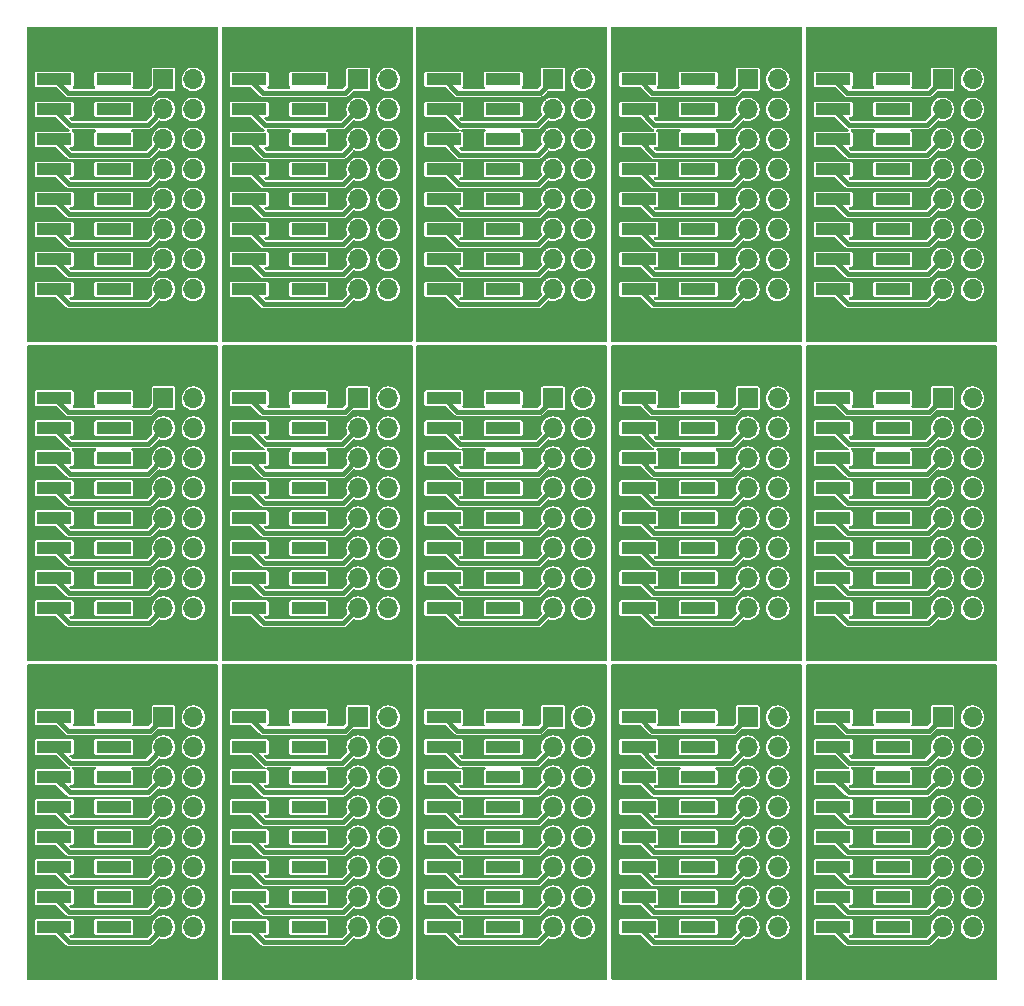
<source format=gbr>
%TF.GenerationSoftware,KiCad,Pcbnew,(6.0.7)*%
%TF.CreationDate,2023-02-25T07:44:42+08:00*%
%TF.ProjectId,BoardCoverter,426f6172-6443-46f7-9665-727465722e6b,rev?*%
%TF.SameCoordinates,Original*%
%TF.FileFunction,Copper,L2,Bot*%
%TF.FilePolarity,Positive*%
%FSLAX46Y46*%
G04 Gerber Fmt 4.6, Leading zero omitted, Abs format (unit mm)*
G04 Created by KiCad (PCBNEW (6.0.7)) date 2023-02-25 07:44:42*
%MOMM*%
%LPD*%
G01*
G04 APERTURE LIST*
%TA.AperFunction,ComponentPad*%
%ADD10R,1.700000X1.700000*%
%TD*%
%TA.AperFunction,ComponentPad*%
%ADD11O,1.700000X1.700000*%
%TD*%
%TA.AperFunction,SMDPad,CuDef*%
%ADD12R,3.000000X1.000000*%
%TD*%
%TA.AperFunction,ViaPad*%
%ADD13C,0.600000*%
%TD*%
%TA.AperFunction,Conductor*%
%ADD14C,0.400000*%
%TD*%
G04 APERTURE END LIST*
D10*
%TO.P,J1,1,Pin_1*%
%TO.N,Net-(J2-Pad3)*%
X148117500Y-63712500D03*
D11*
%TO.P,J1,2,Pin_2*%
%TO.N,Net-(J2-Pad4)*%
X150657500Y-63712500D03*
%TO.P,J1,3,Pin_3*%
%TO.N,Net-(J2-Pad5)*%
X148117500Y-66252500D03*
%TO.P,J1,4,Pin_4*%
%TO.N,Net-(J1-Pad4)*%
X150657500Y-66252500D03*
%TO.P,J1,5,Pin_5*%
%TO.N,Net-(J2-Pad7)*%
X148117500Y-68792500D03*
%TO.P,J1,6,Pin_6*%
%TO.N,Net-(J2-Pad8)*%
X150657500Y-68792500D03*
%TO.P,J1,7,Pin_7*%
%TO.N,Net-(J2-Pad9)*%
X148117500Y-71332500D03*
%TO.P,J1,8,Pin_8*%
%TO.N,Net-(J2-Pad10)*%
X150657500Y-71332500D03*
%TO.P,J1,9,Pin_9*%
%TO.N,Net-(J2-Pad11)*%
X148117500Y-73872500D03*
%TO.P,J1,10,Pin_10*%
%TO.N,Net-(J2-Pad12)*%
X150657500Y-73872500D03*
%TO.P,J1,11,Pin_11*%
%TO.N,Net-(J2-Pad13)*%
X148117500Y-76412500D03*
%TO.P,J1,12,Pin_12*%
%TO.N,Net-(J2-Pad14)*%
X150657500Y-76412500D03*
%TO.P,J1,13,Pin_13*%
%TO.N,Net-(J2-Pad15)*%
X148117500Y-78952500D03*
%TO.P,J1,14,Pin_14*%
%TO.N,Net-(J2-Pad16)*%
X150657500Y-78952500D03*
%TO.P,J1,15,Pin_15*%
%TO.N,Net-(J2-Pad17)*%
X148117500Y-81492500D03*
%TO.P,J1,16,Pin_16*%
%TO.N,Net-(J1-Pad16)*%
X150657500Y-81492500D03*
%TD*%
D12*
%TO.P,J2,1,Pin_1*%
%TO.N,GND*%
X171852500Y-61157500D03*
%TO.P,J2,2,Pin_2*%
X176892500Y-61157500D03*
%TO.P,J2,3,Pin_3*%
%TO.N,Net-(J2-Pad3)*%
X171852500Y-63697500D03*
%TO.P,J2,4,Pin_4*%
%TO.N,Net-(J2-Pad4)*%
X176892500Y-63697500D03*
%TO.P,J2,5,Pin_5*%
%TO.N,Net-(J2-Pad5)*%
X171852500Y-66237500D03*
%TO.P,J2,6,Pin_6*%
%TO.N,Net-(J1-Pad4)*%
X176892500Y-66237500D03*
%TO.P,J2,7,Pin_7*%
%TO.N,Net-(J2-Pad7)*%
X171852500Y-68777500D03*
%TO.P,J2,8,Pin_8*%
%TO.N,Net-(J2-Pad8)*%
X176892500Y-68777500D03*
%TO.P,J2,9,Pin_9*%
%TO.N,Net-(J2-Pad9)*%
X171852500Y-71317500D03*
%TO.P,J2,10,Pin_10*%
%TO.N,Net-(J2-Pad10)*%
X176892500Y-71317500D03*
%TO.P,J2,11,Pin_11*%
%TO.N,Net-(J2-Pad11)*%
X171852500Y-73857500D03*
%TO.P,J2,12,Pin_12*%
%TO.N,Net-(J2-Pad12)*%
X176892500Y-73857500D03*
%TO.P,J2,13,Pin_13*%
%TO.N,Net-(J2-Pad13)*%
X171852500Y-76397500D03*
%TO.P,J2,14,Pin_14*%
%TO.N,Net-(J2-Pad14)*%
X176892500Y-76397500D03*
%TO.P,J2,15,Pin_15*%
%TO.N,Net-(J2-Pad15)*%
X171852500Y-78937500D03*
%TO.P,J2,16,Pin_16*%
%TO.N,Net-(J2-Pad16)*%
X176892500Y-78937500D03*
%TO.P,J2,17,Pin_17*%
%TO.N,Net-(J2-Pad17)*%
X171852500Y-81477500D03*
%TO.P,J2,18,Pin_18*%
%TO.N,Net-(J1-Pad16)*%
X176892500Y-81477500D03*
%TO.P,J2,19,Pin_19*%
%TO.N,GND*%
X171852500Y-84017500D03*
%TO.P,J2,20,Pin_20*%
X176892500Y-84017500D03*
%TD*%
%TO.P,J2,1,Pin_1*%
%TO.N,GND*%
X171852500Y-115157500D03*
%TO.P,J2,2,Pin_2*%
X176892500Y-115157500D03*
%TO.P,J2,3,Pin_3*%
%TO.N,Net-(J2-Pad3)*%
X171852500Y-117697500D03*
%TO.P,J2,4,Pin_4*%
%TO.N,Net-(J2-Pad4)*%
X176892500Y-117697500D03*
%TO.P,J2,5,Pin_5*%
%TO.N,Net-(J2-Pad5)*%
X171852500Y-120237500D03*
%TO.P,J2,6,Pin_6*%
%TO.N,Net-(J1-Pad4)*%
X176892500Y-120237500D03*
%TO.P,J2,7,Pin_7*%
%TO.N,Net-(J2-Pad7)*%
X171852500Y-122777500D03*
%TO.P,J2,8,Pin_8*%
%TO.N,Net-(J2-Pad8)*%
X176892500Y-122777500D03*
%TO.P,J2,9,Pin_9*%
%TO.N,Net-(J2-Pad9)*%
X171852500Y-125317500D03*
%TO.P,J2,10,Pin_10*%
%TO.N,Net-(J2-Pad10)*%
X176892500Y-125317500D03*
%TO.P,J2,11,Pin_11*%
%TO.N,Net-(J2-Pad11)*%
X171852500Y-127857500D03*
%TO.P,J2,12,Pin_12*%
%TO.N,Net-(J2-Pad12)*%
X176892500Y-127857500D03*
%TO.P,J2,13,Pin_13*%
%TO.N,Net-(J2-Pad13)*%
X171852500Y-130397500D03*
%TO.P,J2,14,Pin_14*%
%TO.N,Net-(J2-Pad14)*%
X176892500Y-130397500D03*
%TO.P,J2,15,Pin_15*%
%TO.N,Net-(J2-Pad15)*%
X171852500Y-132937500D03*
%TO.P,J2,16,Pin_16*%
%TO.N,Net-(J2-Pad16)*%
X176892500Y-132937500D03*
%TO.P,J2,17,Pin_17*%
%TO.N,Net-(J2-Pad17)*%
X171852500Y-135477500D03*
%TO.P,J2,18,Pin_18*%
%TO.N,Net-(J1-Pad16)*%
X176892500Y-135477500D03*
%TO.P,J2,19,Pin_19*%
%TO.N,GND*%
X171852500Y-138017500D03*
%TO.P,J2,20,Pin_20*%
X176892500Y-138017500D03*
%TD*%
%TO.P,J2,1,Pin_1*%
%TO.N,GND*%
X138872500Y-88157500D03*
%TO.P,J2,2,Pin_2*%
X143912500Y-88157500D03*
%TO.P,J2,3,Pin_3*%
%TO.N,Net-(J2-Pad3)*%
X138872500Y-90697500D03*
%TO.P,J2,4,Pin_4*%
%TO.N,Net-(J2-Pad4)*%
X143912500Y-90697500D03*
%TO.P,J2,5,Pin_5*%
%TO.N,Net-(J2-Pad5)*%
X138872500Y-93237500D03*
%TO.P,J2,6,Pin_6*%
%TO.N,Net-(J1-Pad4)*%
X143912500Y-93237500D03*
%TO.P,J2,7,Pin_7*%
%TO.N,Net-(J2-Pad7)*%
X138872500Y-95777500D03*
%TO.P,J2,8,Pin_8*%
%TO.N,Net-(J2-Pad8)*%
X143912500Y-95777500D03*
%TO.P,J2,9,Pin_9*%
%TO.N,Net-(J2-Pad9)*%
X138872500Y-98317500D03*
%TO.P,J2,10,Pin_10*%
%TO.N,Net-(J2-Pad10)*%
X143912500Y-98317500D03*
%TO.P,J2,11,Pin_11*%
%TO.N,Net-(J2-Pad11)*%
X138872500Y-100857500D03*
%TO.P,J2,12,Pin_12*%
%TO.N,Net-(J2-Pad12)*%
X143912500Y-100857500D03*
%TO.P,J2,13,Pin_13*%
%TO.N,Net-(J2-Pad13)*%
X138872500Y-103397500D03*
%TO.P,J2,14,Pin_14*%
%TO.N,Net-(J2-Pad14)*%
X143912500Y-103397500D03*
%TO.P,J2,15,Pin_15*%
%TO.N,Net-(J2-Pad15)*%
X138872500Y-105937500D03*
%TO.P,J2,16,Pin_16*%
%TO.N,Net-(J2-Pad16)*%
X143912500Y-105937500D03*
%TO.P,J2,17,Pin_17*%
%TO.N,Net-(J2-Pad17)*%
X138872500Y-108477500D03*
%TO.P,J2,18,Pin_18*%
%TO.N,Net-(J1-Pad16)*%
X143912500Y-108477500D03*
%TO.P,J2,19,Pin_19*%
%TO.N,GND*%
X138872500Y-111017500D03*
%TO.P,J2,20,Pin_20*%
X143912500Y-111017500D03*
%TD*%
%TO.P,J2,1,Pin_1*%
%TO.N,GND*%
X171852500Y-88157500D03*
%TO.P,J2,2,Pin_2*%
X176892500Y-88157500D03*
%TO.P,J2,3,Pin_3*%
%TO.N,Net-(J2-Pad3)*%
X171852500Y-90697500D03*
%TO.P,J2,4,Pin_4*%
%TO.N,Net-(J2-Pad4)*%
X176892500Y-90697500D03*
%TO.P,J2,5,Pin_5*%
%TO.N,Net-(J2-Pad5)*%
X171852500Y-93237500D03*
%TO.P,J2,6,Pin_6*%
%TO.N,Net-(J1-Pad4)*%
X176892500Y-93237500D03*
%TO.P,J2,7,Pin_7*%
%TO.N,Net-(J2-Pad7)*%
X171852500Y-95777500D03*
%TO.P,J2,8,Pin_8*%
%TO.N,Net-(J2-Pad8)*%
X176892500Y-95777500D03*
%TO.P,J2,9,Pin_9*%
%TO.N,Net-(J2-Pad9)*%
X171852500Y-98317500D03*
%TO.P,J2,10,Pin_10*%
%TO.N,Net-(J2-Pad10)*%
X176892500Y-98317500D03*
%TO.P,J2,11,Pin_11*%
%TO.N,Net-(J2-Pad11)*%
X171852500Y-100857500D03*
%TO.P,J2,12,Pin_12*%
%TO.N,Net-(J2-Pad12)*%
X176892500Y-100857500D03*
%TO.P,J2,13,Pin_13*%
%TO.N,Net-(J2-Pad13)*%
X171852500Y-103397500D03*
%TO.P,J2,14,Pin_14*%
%TO.N,Net-(J2-Pad14)*%
X176892500Y-103397500D03*
%TO.P,J2,15,Pin_15*%
%TO.N,Net-(J2-Pad15)*%
X171852500Y-105937500D03*
%TO.P,J2,16,Pin_16*%
%TO.N,Net-(J2-Pad16)*%
X176892500Y-105937500D03*
%TO.P,J2,17,Pin_17*%
%TO.N,Net-(J2-Pad17)*%
X171852500Y-108477500D03*
%TO.P,J2,18,Pin_18*%
%TO.N,Net-(J1-Pad16)*%
X176892500Y-108477500D03*
%TO.P,J2,19,Pin_19*%
%TO.N,GND*%
X171852500Y-111017500D03*
%TO.P,J2,20,Pin_20*%
X176892500Y-111017500D03*
%TD*%
D10*
%TO.P,J1,1,Pin_1*%
%TO.N,Net-(J2-Pad3)*%
X115137500Y-63712500D03*
D11*
%TO.P,J1,2,Pin_2*%
%TO.N,Net-(J2-Pad4)*%
X117677500Y-63712500D03*
%TO.P,J1,3,Pin_3*%
%TO.N,Net-(J2-Pad5)*%
X115137500Y-66252500D03*
%TO.P,J1,4,Pin_4*%
%TO.N,Net-(J1-Pad4)*%
X117677500Y-66252500D03*
%TO.P,J1,5,Pin_5*%
%TO.N,Net-(J2-Pad7)*%
X115137500Y-68792500D03*
%TO.P,J1,6,Pin_6*%
%TO.N,Net-(J2-Pad8)*%
X117677500Y-68792500D03*
%TO.P,J1,7,Pin_7*%
%TO.N,Net-(J2-Pad9)*%
X115137500Y-71332500D03*
%TO.P,J1,8,Pin_8*%
%TO.N,Net-(J2-Pad10)*%
X117677500Y-71332500D03*
%TO.P,J1,9,Pin_9*%
%TO.N,Net-(J2-Pad11)*%
X115137500Y-73872500D03*
%TO.P,J1,10,Pin_10*%
%TO.N,Net-(J2-Pad12)*%
X117677500Y-73872500D03*
%TO.P,J1,11,Pin_11*%
%TO.N,Net-(J2-Pad13)*%
X115137500Y-76412500D03*
%TO.P,J1,12,Pin_12*%
%TO.N,Net-(J2-Pad14)*%
X117677500Y-76412500D03*
%TO.P,J1,13,Pin_13*%
%TO.N,Net-(J2-Pad15)*%
X115137500Y-78952500D03*
%TO.P,J1,14,Pin_14*%
%TO.N,Net-(J2-Pad16)*%
X117677500Y-78952500D03*
%TO.P,J1,15,Pin_15*%
%TO.N,Net-(J2-Pad17)*%
X115137500Y-81492500D03*
%TO.P,J1,16,Pin_16*%
%TO.N,Net-(J1-Pad16)*%
X117677500Y-81492500D03*
%TD*%
D12*
%TO.P,J2,1,Pin_1*%
%TO.N,GND*%
X138872500Y-115157500D03*
%TO.P,J2,2,Pin_2*%
X143912500Y-115157500D03*
%TO.P,J2,3,Pin_3*%
%TO.N,Net-(J2-Pad3)*%
X138872500Y-117697500D03*
%TO.P,J2,4,Pin_4*%
%TO.N,Net-(J2-Pad4)*%
X143912500Y-117697500D03*
%TO.P,J2,5,Pin_5*%
%TO.N,Net-(J2-Pad5)*%
X138872500Y-120237500D03*
%TO.P,J2,6,Pin_6*%
%TO.N,Net-(J1-Pad4)*%
X143912500Y-120237500D03*
%TO.P,J2,7,Pin_7*%
%TO.N,Net-(J2-Pad7)*%
X138872500Y-122777500D03*
%TO.P,J2,8,Pin_8*%
%TO.N,Net-(J2-Pad8)*%
X143912500Y-122777500D03*
%TO.P,J2,9,Pin_9*%
%TO.N,Net-(J2-Pad9)*%
X138872500Y-125317500D03*
%TO.P,J2,10,Pin_10*%
%TO.N,Net-(J2-Pad10)*%
X143912500Y-125317500D03*
%TO.P,J2,11,Pin_11*%
%TO.N,Net-(J2-Pad11)*%
X138872500Y-127857500D03*
%TO.P,J2,12,Pin_12*%
%TO.N,Net-(J2-Pad12)*%
X143912500Y-127857500D03*
%TO.P,J2,13,Pin_13*%
%TO.N,Net-(J2-Pad13)*%
X138872500Y-130397500D03*
%TO.P,J2,14,Pin_14*%
%TO.N,Net-(J2-Pad14)*%
X143912500Y-130397500D03*
%TO.P,J2,15,Pin_15*%
%TO.N,Net-(J2-Pad15)*%
X138872500Y-132937500D03*
%TO.P,J2,16,Pin_16*%
%TO.N,Net-(J2-Pad16)*%
X143912500Y-132937500D03*
%TO.P,J2,17,Pin_17*%
%TO.N,Net-(J2-Pad17)*%
X138872500Y-135477500D03*
%TO.P,J2,18,Pin_18*%
%TO.N,Net-(J1-Pad16)*%
X143912500Y-135477500D03*
%TO.P,J2,19,Pin_19*%
%TO.N,GND*%
X138872500Y-138017500D03*
%TO.P,J2,20,Pin_20*%
X143912500Y-138017500D03*
%TD*%
D10*
%TO.P,J1,1,Pin_1*%
%TO.N,Net-(J2-Pad3)*%
X164607500Y-90712500D03*
D11*
%TO.P,J1,2,Pin_2*%
%TO.N,Net-(J2-Pad4)*%
X167147500Y-90712500D03*
%TO.P,J1,3,Pin_3*%
%TO.N,Net-(J2-Pad5)*%
X164607500Y-93252500D03*
%TO.P,J1,4,Pin_4*%
%TO.N,Net-(J1-Pad4)*%
X167147500Y-93252500D03*
%TO.P,J1,5,Pin_5*%
%TO.N,Net-(J2-Pad7)*%
X164607500Y-95792500D03*
%TO.P,J1,6,Pin_6*%
%TO.N,Net-(J2-Pad8)*%
X167147500Y-95792500D03*
%TO.P,J1,7,Pin_7*%
%TO.N,Net-(J2-Pad9)*%
X164607500Y-98332500D03*
%TO.P,J1,8,Pin_8*%
%TO.N,Net-(J2-Pad10)*%
X167147500Y-98332500D03*
%TO.P,J1,9,Pin_9*%
%TO.N,Net-(J2-Pad11)*%
X164607500Y-100872500D03*
%TO.P,J1,10,Pin_10*%
%TO.N,Net-(J2-Pad12)*%
X167147500Y-100872500D03*
%TO.P,J1,11,Pin_11*%
%TO.N,Net-(J2-Pad13)*%
X164607500Y-103412500D03*
%TO.P,J1,12,Pin_12*%
%TO.N,Net-(J2-Pad14)*%
X167147500Y-103412500D03*
%TO.P,J1,13,Pin_13*%
%TO.N,Net-(J2-Pad15)*%
X164607500Y-105952500D03*
%TO.P,J1,14,Pin_14*%
%TO.N,Net-(J2-Pad16)*%
X167147500Y-105952500D03*
%TO.P,J1,15,Pin_15*%
%TO.N,Net-(J2-Pad17)*%
X164607500Y-108492500D03*
%TO.P,J1,16,Pin_16*%
%TO.N,Net-(J1-Pad16)*%
X167147500Y-108492500D03*
%TD*%
D10*
%TO.P,J1,1,Pin_1*%
%TO.N,Net-(J2-Pad3)*%
X115137500Y-90712500D03*
D11*
%TO.P,J1,2,Pin_2*%
%TO.N,Net-(J2-Pad4)*%
X117677500Y-90712500D03*
%TO.P,J1,3,Pin_3*%
%TO.N,Net-(J2-Pad5)*%
X115137500Y-93252500D03*
%TO.P,J1,4,Pin_4*%
%TO.N,Net-(J1-Pad4)*%
X117677500Y-93252500D03*
%TO.P,J1,5,Pin_5*%
%TO.N,Net-(J2-Pad7)*%
X115137500Y-95792500D03*
%TO.P,J1,6,Pin_6*%
%TO.N,Net-(J2-Pad8)*%
X117677500Y-95792500D03*
%TO.P,J1,7,Pin_7*%
%TO.N,Net-(J2-Pad9)*%
X115137500Y-98332500D03*
%TO.P,J1,8,Pin_8*%
%TO.N,Net-(J2-Pad10)*%
X117677500Y-98332500D03*
%TO.P,J1,9,Pin_9*%
%TO.N,Net-(J2-Pad11)*%
X115137500Y-100872500D03*
%TO.P,J1,10,Pin_10*%
%TO.N,Net-(J2-Pad12)*%
X117677500Y-100872500D03*
%TO.P,J1,11,Pin_11*%
%TO.N,Net-(J2-Pad13)*%
X115137500Y-103412500D03*
%TO.P,J1,12,Pin_12*%
%TO.N,Net-(J2-Pad14)*%
X117677500Y-103412500D03*
%TO.P,J1,13,Pin_13*%
%TO.N,Net-(J2-Pad15)*%
X115137500Y-105952500D03*
%TO.P,J1,14,Pin_14*%
%TO.N,Net-(J2-Pad16)*%
X117677500Y-105952500D03*
%TO.P,J1,15,Pin_15*%
%TO.N,Net-(J2-Pad17)*%
X115137500Y-108492500D03*
%TO.P,J1,16,Pin_16*%
%TO.N,Net-(J1-Pad16)*%
X117677500Y-108492500D03*
%TD*%
D12*
%TO.P,J2,1,Pin_1*%
%TO.N,GND*%
X122382500Y-61157500D03*
%TO.P,J2,2,Pin_2*%
X127422500Y-61157500D03*
%TO.P,J2,3,Pin_3*%
%TO.N,Net-(J2-Pad3)*%
X122382500Y-63697500D03*
%TO.P,J2,4,Pin_4*%
%TO.N,Net-(J2-Pad4)*%
X127422500Y-63697500D03*
%TO.P,J2,5,Pin_5*%
%TO.N,Net-(J2-Pad5)*%
X122382500Y-66237500D03*
%TO.P,J2,6,Pin_6*%
%TO.N,Net-(J1-Pad4)*%
X127422500Y-66237500D03*
%TO.P,J2,7,Pin_7*%
%TO.N,Net-(J2-Pad7)*%
X122382500Y-68777500D03*
%TO.P,J2,8,Pin_8*%
%TO.N,Net-(J2-Pad8)*%
X127422500Y-68777500D03*
%TO.P,J2,9,Pin_9*%
%TO.N,Net-(J2-Pad9)*%
X122382500Y-71317500D03*
%TO.P,J2,10,Pin_10*%
%TO.N,Net-(J2-Pad10)*%
X127422500Y-71317500D03*
%TO.P,J2,11,Pin_11*%
%TO.N,Net-(J2-Pad11)*%
X122382500Y-73857500D03*
%TO.P,J2,12,Pin_12*%
%TO.N,Net-(J2-Pad12)*%
X127422500Y-73857500D03*
%TO.P,J2,13,Pin_13*%
%TO.N,Net-(J2-Pad13)*%
X122382500Y-76397500D03*
%TO.P,J2,14,Pin_14*%
%TO.N,Net-(J2-Pad14)*%
X127422500Y-76397500D03*
%TO.P,J2,15,Pin_15*%
%TO.N,Net-(J2-Pad15)*%
X122382500Y-78937500D03*
%TO.P,J2,16,Pin_16*%
%TO.N,Net-(J2-Pad16)*%
X127422500Y-78937500D03*
%TO.P,J2,17,Pin_17*%
%TO.N,Net-(J2-Pad17)*%
X122382500Y-81477500D03*
%TO.P,J2,18,Pin_18*%
%TO.N,Net-(J1-Pad16)*%
X127422500Y-81477500D03*
%TO.P,J2,19,Pin_19*%
%TO.N,GND*%
X122382500Y-84017500D03*
%TO.P,J2,20,Pin_20*%
X127422500Y-84017500D03*
%TD*%
%TO.P,J2,1,Pin_1*%
%TO.N,GND*%
X105892500Y-115157500D03*
%TO.P,J2,2,Pin_2*%
X110932500Y-115157500D03*
%TO.P,J2,3,Pin_3*%
%TO.N,Net-(J2-Pad3)*%
X105892500Y-117697500D03*
%TO.P,J2,4,Pin_4*%
%TO.N,Net-(J2-Pad4)*%
X110932500Y-117697500D03*
%TO.P,J2,5,Pin_5*%
%TO.N,Net-(J2-Pad5)*%
X105892500Y-120237500D03*
%TO.P,J2,6,Pin_6*%
%TO.N,Net-(J1-Pad4)*%
X110932500Y-120237500D03*
%TO.P,J2,7,Pin_7*%
%TO.N,Net-(J2-Pad7)*%
X105892500Y-122777500D03*
%TO.P,J2,8,Pin_8*%
%TO.N,Net-(J2-Pad8)*%
X110932500Y-122777500D03*
%TO.P,J2,9,Pin_9*%
%TO.N,Net-(J2-Pad9)*%
X105892500Y-125317500D03*
%TO.P,J2,10,Pin_10*%
%TO.N,Net-(J2-Pad10)*%
X110932500Y-125317500D03*
%TO.P,J2,11,Pin_11*%
%TO.N,Net-(J2-Pad11)*%
X105892500Y-127857500D03*
%TO.P,J2,12,Pin_12*%
%TO.N,Net-(J2-Pad12)*%
X110932500Y-127857500D03*
%TO.P,J2,13,Pin_13*%
%TO.N,Net-(J2-Pad13)*%
X105892500Y-130397500D03*
%TO.P,J2,14,Pin_14*%
%TO.N,Net-(J2-Pad14)*%
X110932500Y-130397500D03*
%TO.P,J2,15,Pin_15*%
%TO.N,Net-(J2-Pad15)*%
X105892500Y-132937500D03*
%TO.P,J2,16,Pin_16*%
%TO.N,Net-(J2-Pad16)*%
X110932500Y-132937500D03*
%TO.P,J2,17,Pin_17*%
%TO.N,Net-(J2-Pad17)*%
X105892500Y-135477500D03*
%TO.P,J2,18,Pin_18*%
%TO.N,Net-(J1-Pad16)*%
X110932500Y-135477500D03*
%TO.P,J2,19,Pin_19*%
%TO.N,GND*%
X105892500Y-138017500D03*
%TO.P,J2,20,Pin_20*%
X110932500Y-138017500D03*
%TD*%
%TO.P,J2,1,Pin_1*%
%TO.N,GND*%
X122382500Y-115157500D03*
%TO.P,J2,2,Pin_2*%
X127422500Y-115157500D03*
%TO.P,J2,3,Pin_3*%
%TO.N,Net-(J2-Pad3)*%
X122382500Y-117697500D03*
%TO.P,J2,4,Pin_4*%
%TO.N,Net-(J2-Pad4)*%
X127422500Y-117697500D03*
%TO.P,J2,5,Pin_5*%
%TO.N,Net-(J2-Pad5)*%
X122382500Y-120237500D03*
%TO.P,J2,6,Pin_6*%
%TO.N,Net-(J1-Pad4)*%
X127422500Y-120237500D03*
%TO.P,J2,7,Pin_7*%
%TO.N,Net-(J2-Pad7)*%
X122382500Y-122777500D03*
%TO.P,J2,8,Pin_8*%
%TO.N,Net-(J2-Pad8)*%
X127422500Y-122777500D03*
%TO.P,J2,9,Pin_9*%
%TO.N,Net-(J2-Pad9)*%
X122382500Y-125317500D03*
%TO.P,J2,10,Pin_10*%
%TO.N,Net-(J2-Pad10)*%
X127422500Y-125317500D03*
%TO.P,J2,11,Pin_11*%
%TO.N,Net-(J2-Pad11)*%
X122382500Y-127857500D03*
%TO.P,J2,12,Pin_12*%
%TO.N,Net-(J2-Pad12)*%
X127422500Y-127857500D03*
%TO.P,J2,13,Pin_13*%
%TO.N,Net-(J2-Pad13)*%
X122382500Y-130397500D03*
%TO.P,J2,14,Pin_14*%
%TO.N,Net-(J2-Pad14)*%
X127422500Y-130397500D03*
%TO.P,J2,15,Pin_15*%
%TO.N,Net-(J2-Pad15)*%
X122382500Y-132937500D03*
%TO.P,J2,16,Pin_16*%
%TO.N,Net-(J2-Pad16)*%
X127422500Y-132937500D03*
%TO.P,J2,17,Pin_17*%
%TO.N,Net-(J2-Pad17)*%
X122382500Y-135477500D03*
%TO.P,J2,18,Pin_18*%
%TO.N,Net-(J1-Pad16)*%
X127422500Y-135477500D03*
%TO.P,J2,19,Pin_19*%
%TO.N,GND*%
X122382500Y-138017500D03*
%TO.P,J2,20,Pin_20*%
X127422500Y-138017500D03*
%TD*%
D10*
%TO.P,J1,1,Pin_1*%
%TO.N,Net-(J2-Pad3)*%
X181097500Y-63712500D03*
D11*
%TO.P,J1,2,Pin_2*%
%TO.N,Net-(J2-Pad4)*%
X183637500Y-63712500D03*
%TO.P,J1,3,Pin_3*%
%TO.N,Net-(J2-Pad5)*%
X181097500Y-66252500D03*
%TO.P,J1,4,Pin_4*%
%TO.N,Net-(J1-Pad4)*%
X183637500Y-66252500D03*
%TO.P,J1,5,Pin_5*%
%TO.N,Net-(J2-Pad7)*%
X181097500Y-68792500D03*
%TO.P,J1,6,Pin_6*%
%TO.N,Net-(J2-Pad8)*%
X183637500Y-68792500D03*
%TO.P,J1,7,Pin_7*%
%TO.N,Net-(J2-Pad9)*%
X181097500Y-71332500D03*
%TO.P,J1,8,Pin_8*%
%TO.N,Net-(J2-Pad10)*%
X183637500Y-71332500D03*
%TO.P,J1,9,Pin_9*%
%TO.N,Net-(J2-Pad11)*%
X181097500Y-73872500D03*
%TO.P,J1,10,Pin_10*%
%TO.N,Net-(J2-Pad12)*%
X183637500Y-73872500D03*
%TO.P,J1,11,Pin_11*%
%TO.N,Net-(J2-Pad13)*%
X181097500Y-76412500D03*
%TO.P,J1,12,Pin_12*%
%TO.N,Net-(J2-Pad14)*%
X183637500Y-76412500D03*
%TO.P,J1,13,Pin_13*%
%TO.N,Net-(J2-Pad15)*%
X181097500Y-78952500D03*
%TO.P,J1,14,Pin_14*%
%TO.N,Net-(J2-Pad16)*%
X183637500Y-78952500D03*
%TO.P,J1,15,Pin_15*%
%TO.N,Net-(J2-Pad17)*%
X181097500Y-81492500D03*
%TO.P,J1,16,Pin_16*%
%TO.N,Net-(J1-Pad16)*%
X183637500Y-81492500D03*
%TD*%
D12*
%TO.P,J2,1,Pin_1*%
%TO.N,GND*%
X138872500Y-61157500D03*
%TO.P,J2,2,Pin_2*%
X143912500Y-61157500D03*
%TO.P,J2,3,Pin_3*%
%TO.N,Net-(J2-Pad3)*%
X138872500Y-63697500D03*
%TO.P,J2,4,Pin_4*%
%TO.N,Net-(J2-Pad4)*%
X143912500Y-63697500D03*
%TO.P,J2,5,Pin_5*%
%TO.N,Net-(J2-Pad5)*%
X138872500Y-66237500D03*
%TO.P,J2,6,Pin_6*%
%TO.N,Net-(J1-Pad4)*%
X143912500Y-66237500D03*
%TO.P,J2,7,Pin_7*%
%TO.N,Net-(J2-Pad7)*%
X138872500Y-68777500D03*
%TO.P,J2,8,Pin_8*%
%TO.N,Net-(J2-Pad8)*%
X143912500Y-68777500D03*
%TO.P,J2,9,Pin_9*%
%TO.N,Net-(J2-Pad9)*%
X138872500Y-71317500D03*
%TO.P,J2,10,Pin_10*%
%TO.N,Net-(J2-Pad10)*%
X143912500Y-71317500D03*
%TO.P,J2,11,Pin_11*%
%TO.N,Net-(J2-Pad11)*%
X138872500Y-73857500D03*
%TO.P,J2,12,Pin_12*%
%TO.N,Net-(J2-Pad12)*%
X143912500Y-73857500D03*
%TO.P,J2,13,Pin_13*%
%TO.N,Net-(J2-Pad13)*%
X138872500Y-76397500D03*
%TO.P,J2,14,Pin_14*%
%TO.N,Net-(J2-Pad14)*%
X143912500Y-76397500D03*
%TO.P,J2,15,Pin_15*%
%TO.N,Net-(J2-Pad15)*%
X138872500Y-78937500D03*
%TO.P,J2,16,Pin_16*%
%TO.N,Net-(J2-Pad16)*%
X143912500Y-78937500D03*
%TO.P,J2,17,Pin_17*%
%TO.N,Net-(J2-Pad17)*%
X138872500Y-81477500D03*
%TO.P,J2,18,Pin_18*%
%TO.N,Net-(J1-Pad16)*%
X143912500Y-81477500D03*
%TO.P,J2,19,Pin_19*%
%TO.N,GND*%
X138872500Y-84017500D03*
%TO.P,J2,20,Pin_20*%
X143912500Y-84017500D03*
%TD*%
%TO.P,J2,1,Pin_1*%
%TO.N,GND*%
X105892500Y-88157500D03*
%TO.P,J2,2,Pin_2*%
X110932500Y-88157500D03*
%TO.P,J2,3,Pin_3*%
%TO.N,Net-(J2-Pad3)*%
X105892500Y-90697500D03*
%TO.P,J2,4,Pin_4*%
%TO.N,Net-(J2-Pad4)*%
X110932500Y-90697500D03*
%TO.P,J2,5,Pin_5*%
%TO.N,Net-(J2-Pad5)*%
X105892500Y-93237500D03*
%TO.P,J2,6,Pin_6*%
%TO.N,Net-(J1-Pad4)*%
X110932500Y-93237500D03*
%TO.P,J2,7,Pin_7*%
%TO.N,Net-(J2-Pad7)*%
X105892500Y-95777500D03*
%TO.P,J2,8,Pin_8*%
%TO.N,Net-(J2-Pad8)*%
X110932500Y-95777500D03*
%TO.P,J2,9,Pin_9*%
%TO.N,Net-(J2-Pad9)*%
X105892500Y-98317500D03*
%TO.P,J2,10,Pin_10*%
%TO.N,Net-(J2-Pad10)*%
X110932500Y-98317500D03*
%TO.P,J2,11,Pin_11*%
%TO.N,Net-(J2-Pad11)*%
X105892500Y-100857500D03*
%TO.P,J2,12,Pin_12*%
%TO.N,Net-(J2-Pad12)*%
X110932500Y-100857500D03*
%TO.P,J2,13,Pin_13*%
%TO.N,Net-(J2-Pad13)*%
X105892500Y-103397500D03*
%TO.P,J2,14,Pin_14*%
%TO.N,Net-(J2-Pad14)*%
X110932500Y-103397500D03*
%TO.P,J2,15,Pin_15*%
%TO.N,Net-(J2-Pad15)*%
X105892500Y-105937500D03*
%TO.P,J2,16,Pin_16*%
%TO.N,Net-(J2-Pad16)*%
X110932500Y-105937500D03*
%TO.P,J2,17,Pin_17*%
%TO.N,Net-(J2-Pad17)*%
X105892500Y-108477500D03*
%TO.P,J2,18,Pin_18*%
%TO.N,Net-(J1-Pad16)*%
X110932500Y-108477500D03*
%TO.P,J2,19,Pin_19*%
%TO.N,GND*%
X105892500Y-111017500D03*
%TO.P,J2,20,Pin_20*%
X110932500Y-111017500D03*
%TD*%
D10*
%TO.P,J1,1,Pin_1*%
%TO.N,Net-(J2-Pad3)*%
X164607500Y-63712500D03*
D11*
%TO.P,J1,2,Pin_2*%
%TO.N,Net-(J2-Pad4)*%
X167147500Y-63712500D03*
%TO.P,J1,3,Pin_3*%
%TO.N,Net-(J2-Pad5)*%
X164607500Y-66252500D03*
%TO.P,J1,4,Pin_4*%
%TO.N,Net-(J1-Pad4)*%
X167147500Y-66252500D03*
%TO.P,J1,5,Pin_5*%
%TO.N,Net-(J2-Pad7)*%
X164607500Y-68792500D03*
%TO.P,J1,6,Pin_6*%
%TO.N,Net-(J2-Pad8)*%
X167147500Y-68792500D03*
%TO.P,J1,7,Pin_7*%
%TO.N,Net-(J2-Pad9)*%
X164607500Y-71332500D03*
%TO.P,J1,8,Pin_8*%
%TO.N,Net-(J2-Pad10)*%
X167147500Y-71332500D03*
%TO.P,J1,9,Pin_9*%
%TO.N,Net-(J2-Pad11)*%
X164607500Y-73872500D03*
%TO.P,J1,10,Pin_10*%
%TO.N,Net-(J2-Pad12)*%
X167147500Y-73872500D03*
%TO.P,J1,11,Pin_11*%
%TO.N,Net-(J2-Pad13)*%
X164607500Y-76412500D03*
%TO.P,J1,12,Pin_12*%
%TO.N,Net-(J2-Pad14)*%
X167147500Y-76412500D03*
%TO.P,J1,13,Pin_13*%
%TO.N,Net-(J2-Pad15)*%
X164607500Y-78952500D03*
%TO.P,J1,14,Pin_14*%
%TO.N,Net-(J2-Pad16)*%
X167147500Y-78952500D03*
%TO.P,J1,15,Pin_15*%
%TO.N,Net-(J2-Pad17)*%
X164607500Y-81492500D03*
%TO.P,J1,16,Pin_16*%
%TO.N,Net-(J1-Pad16)*%
X167147500Y-81492500D03*
%TD*%
D10*
%TO.P,J1,1,Pin_1*%
%TO.N,Net-(J2-Pad3)*%
X131627500Y-117712500D03*
D11*
%TO.P,J1,2,Pin_2*%
%TO.N,Net-(J2-Pad4)*%
X134167500Y-117712500D03*
%TO.P,J1,3,Pin_3*%
%TO.N,Net-(J2-Pad5)*%
X131627500Y-120252500D03*
%TO.P,J1,4,Pin_4*%
%TO.N,Net-(J1-Pad4)*%
X134167500Y-120252500D03*
%TO.P,J1,5,Pin_5*%
%TO.N,Net-(J2-Pad7)*%
X131627500Y-122792500D03*
%TO.P,J1,6,Pin_6*%
%TO.N,Net-(J2-Pad8)*%
X134167500Y-122792500D03*
%TO.P,J1,7,Pin_7*%
%TO.N,Net-(J2-Pad9)*%
X131627500Y-125332500D03*
%TO.P,J1,8,Pin_8*%
%TO.N,Net-(J2-Pad10)*%
X134167500Y-125332500D03*
%TO.P,J1,9,Pin_9*%
%TO.N,Net-(J2-Pad11)*%
X131627500Y-127872500D03*
%TO.P,J1,10,Pin_10*%
%TO.N,Net-(J2-Pad12)*%
X134167500Y-127872500D03*
%TO.P,J1,11,Pin_11*%
%TO.N,Net-(J2-Pad13)*%
X131627500Y-130412500D03*
%TO.P,J1,12,Pin_12*%
%TO.N,Net-(J2-Pad14)*%
X134167500Y-130412500D03*
%TO.P,J1,13,Pin_13*%
%TO.N,Net-(J2-Pad15)*%
X131627500Y-132952500D03*
%TO.P,J1,14,Pin_14*%
%TO.N,Net-(J2-Pad16)*%
X134167500Y-132952500D03*
%TO.P,J1,15,Pin_15*%
%TO.N,Net-(J2-Pad17)*%
X131627500Y-135492500D03*
%TO.P,J1,16,Pin_16*%
%TO.N,Net-(J1-Pad16)*%
X134167500Y-135492500D03*
%TD*%
D12*
%TO.P,J2,1,Pin_1*%
%TO.N,GND*%
X155362500Y-88157500D03*
%TO.P,J2,2,Pin_2*%
X160402500Y-88157500D03*
%TO.P,J2,3,Pin_3*%
%TO.N,Net-(J2-Pad3)*%
X155362500Y-90697500D03*
%TO.P,J2,4,Pin_4*%
%TO.N,Net-(J2-Pad4)*%
X160402500Y-90697500D03*
%TO.P,J2,5,Pin_5*%
%TO.N,Net-(J2-Pad5)*%
X155362500Y-93237500D03*
%TO.P,J2,6,Pin_6*%
%TO.N,Net-(J1-Pad4)*%
X160402500Y-93237500D03*
%TO.P,J2,7,Pin_7*%
%TO.N,Net-(J2-Pad7)*%
X155362500Y-95777500D03*
%TO.P,J2,8,Pin_8*%
%TO.N,Net-(J2-Pad8)*%
X160402500Y-95777500D03*
%TO.P,J2,9,Pin_9*%
%TO.N,Net-(J2-Pad9)*%
X155362500Y-98317500D03*
%TO.P,J2,10,Pin_10*%
%TO.N,Net-(J2-Pad10)*%
X160402500Y-98317500D03*
%TO.P,J2,11,Pin_11*%
%TO.N,Net-(J2-Pad11)*%
X155362500Y-100857500D03*
%TO.P,J2,12,Pin_12*%
%TO.N,Net-(J2-Pad12)*%
X160402500Y-100857500D03*
%TO.P,J2,13,Pin_13*%
%TO.N,Net-(J2-Pad13)*%
X155362500Y-103397500D03*
%TO.P,J2,14,Pin_14*%
%TO.N,Net-(J2-Pad14)*%
X160402500Y-103397500D03*
%TO.P,J2,15,Pin_15*%
%TO.N,Net-(J2-Pad15)*%
X155362500Y-105937500D03*
%TO.P,J2,16,Pin_16*%
%TO.N,Net-(J2-Pad16)*%
X160402500Y-105937500D03*
%TO.P,J2,17,Pin_17*%
%TO.N,Net-(J2-Pad17)*%
X155362500Y-108477500D03*
%TO.P,J2,18,Pin_18*%
%TO.N,Net-(J1-Pad16)*%
X160402500Y-108477500D03*
%TO.P,J2,19,Pin_19*%
%TO.N,GND*%
X155362500Y-111017500D03*
%TO.P,J2,20,Pin_20*%
X160402500Y-111017500D03*
%TD*%
D10*
%TO.P,J1,1,Pin_1*%
%TO.N,Net-(J2-Pad3)*%
X181097500Y-117712500D03*
D11*
%TO.P,J1,2,Pin_2*%
%TO.N,Net-(J2-Pad4)*%
X183637500Y-117712500D03*
%TO.P,J1,3,Pin_3*%
%TO.N,Net-(J2-Pad5)*%
X181097500Y-120252500D03*
%TO.P,J1,4,Pin_4*%
%TO.N,Net-(J1-Pad4)*%
X183637500Y-120252500D03*
%TO.P,J1,5,Pin_5*%
%TO.N,Net-(J2-Pad7)*%
X181097500Y-122792500D03*
%TO.P,J1,6,Pin_6*%
%TO.N,Net-(J2-Pad8)*%
X183637500Y-122792500D03*
%TO.P,J1,7,Pin_7*%
%TO.N,Net-(J2-Pad9)*%
X181097500Y-125332500D03*
%TO.P,J1,8,Pin_8*%
%TO.N,Net-(J2-Pad10)*%
X183637500Y-125332500D03*
%TO.P,J1,9,Pin_9*%
%TO.N,Net-(J2-Pad11)*%
X181097500Y-127872500D03*
%TO.P,J1,10,Pin_10*%
%TO.N,Net-(J2-Pad12)*%
X183637500Y-127872500D03*
%TO.P,J1,11,Pin_11*%
%TO.N,Net-(J2-Pad13)*%
X181097500Y-130412500D03*
%TO.P,J1,12,Pin_12*%
%TO.N,Net-(J2-Pad14)*%
X183637500Y-130412500D03*
%TO.P,J1,13,Pin_13*%
%TO.N,Net-(J2-Pad15)*%
X181097500Y-132952500D03*
%TO.P,J1,14,Pin_14*%
%TO.N,Net-(J2-Pad16)*%
X183637500Y-132952500D03*
%TO.P,J1,15,Pin_15*%
%TO.N,Net-(J2-Pad17)*%
X181097500Y-135492500D03*
%TO.P,J1,16,Pin_16*%
%TO.N,Net-(J1-Pad16)*%
X183637500Y-135492500D03*
%TD*%
D10*
%TO.P,J1,1,Pin_1*%
%TO.N,Net-(J2-Pad3)*%
X148117500Y-90712500D03*
D11*
%TO.P,J1,2,Pin_2*%
%TO.N,Net-(J2-Pad4)*%
X150657500Y-90712500D03*
%TO.P,J1,3,Pin_3*%
%TO.N,Net-(J2-Pad5)*%
X148117500Y-93252500D03*
%TO.P,J1,4,Pin_4*%
%TO.N,Net-(J1-Pad4)*%
X150657500Y-93252500D03*
%TO.P,J1,5,Pin_5*%
%TO.N,Net-(J2-Pad7)*%
X148117500Y-95792500D03*
%TO.P,J1,6,Pin_6*%
%TO.N,Net-(J2-Pad8)*%
X150657500Y-95792500D03*
%TO.P,J1,7,Pin_7*%
%TO.N,Net-(J2-Pad9)*%
X148117500Y-98332500D03*
%TO.P,J1,8,Pin_8*%
%TO.N,Net-(J2-Pad10)*%
X150657500Y-98332500D03*
%TO.P,J1,9,Pin_9*%
%TO.N,Net-(J2-Pad11)*%
X148117500Y-100872500D03*
%TO.P,J1,10,Pin_10*%
%TO.N,Net-(J2-Pad12)*%
X150657500Y-100872500D03*
%TO.P,J1,11,Pin_11*%
%TO.N,Net-(J2-Pad13)*%
X148117500Y-103412500D03*
%TO.P,J1,12,Pin_12*%
%TO.N,Net-(J2-Pad14)*%
X150657500Y-103412500D03*
%TO.P,J1,13,Pin_13*%
%TO.N,Net-(J2-Pad15)*%
X148117500Y-105952500D03*
%TO.P,J1,14,Pin_14*%
%TO.N,Net-(J2-Pad16)*%
X150657500Y-105952500D03*
%TO.P,J1,15,Pin_15*%
%TO.N,Net-(J2-Pad17)*%
X148117500Y-108492500D03*
%TO.P,J1,16,Pin_16*%
%TO.N,Net-(J1-Pad16)*%
X150657500Y-108492500D03*
%TD*%
D10*
%TO.P,J1,1,Pin_1*%
%TO.N,Net-(J2-Pad3)*%
X131627500Y-90712500D03*
D11*
%TO.P,J1,2,Pin_2*%
%TO.N,Net-(J2-Pad4)*%
X134167500Y-90712500D03*
%TO.P,J1,3,Pin_3*%
%TO.N,Net-(J2-Pad5)*%
X131627500Y-93252500D03*
%TO.P,J1,4,Pin_4*%
%TO.N,Net-(J1-Pad4)*%
X134167500Y-93252500D03*
%TO.P,J1,5,Pin_5*%
%TO.N,Net-(J2-Pad7)*%
X131627500Y-95792500D03*
%TO.P,J1,6,Pin_6*%
%TO.N,Net-(J2-Pad8)*%
X134167500Y-95792500D03*
%TO.P,J1,7,Pin_7*%
%TO.N,Net-(J2-Pad9)*%
X131627500Y-98332500D03*
%TO.P,J1,8,Pin_8*%
%TO.N,Net-(J2-Pad10)*%
X134167500Y-98332500D03*
%TO.P,J1,9,Pin_9*%
%TO.N,Net-(J2-Pad11)*%
X131627500Y-100872500D03*
%TO.P,J1,10,Pin_10*%
%TO.N,Net-(J2-Pad12)*%
X134167500Y-100872500D03*
%TO.P,J1,11,Pin_11*%
%TO.N,Net-(J2-Pad13)*%
X131627500Y-103412500D03*
%TO.P,J1,12,Pin_12*%
%TO.N,Net-(J2-Pad14)*%
X134167500Y-103412500D03*
%TO.P,J1,13,Pin_13*%
%TO.N,Net-(J2-Pad15)*%
X131627500Y-105952500D03*
%TO.P,J1,14,Pin_14*%
%TO.N,Net-(J2-Pad16)*%
X134167500Y-105952500D03*
%TO.P,J1,15,Pin_15*%
%TO.N,Net-(J2-Pad17)*%
X131627500Y-108492500D03*
%TO.P,J1,16,Pin_16*%
%TO.N,Net-(J1-Pad16)*%
X134167500Y-108492500D03*
%TD*%
D10*
%TO.P,J1,1,Pin_1*%
%TO.N,Net-(J2-Pad3)*%
X115137500Y-117712500D03*
D11*
%TO.P,J1,2,Pin_2*%
%TO.N,Net-(J2-Pad4)*%
X117677500Y-117712500D03*
%TO.P,J1,3,Pin_3*%
%TO.N,Net-(J2-Pad5)*%
X115137500Y-120252500D03*
%TO.P,J1,4,Pin_4*%
%TO.N,Net-(J1-Pad4)*%
X117677500Y-120252500D03*
%TO.P,J1,5,Pin_5*%
%TO.N,Net-(J2-Pad7)*%
X115137500Y-122792500D03*
%TO.P,J1,6,Pin_6*%
%TO.N,Net-(J2-Pad8)*%
X117677500Y-122792500D03*
%TO.P,J1,7,Pin_7*%
%TO.N,Net-(J2-Pad9)*%
X115137500Y-125332500D03*
%TO.P,J1,8,Pin_8*%
%TO.N,Net-(J2-Pad10)*%
X117677500Y-125332500D03*
%TO.P,J1,9,Pin_9*%
%TO.N,Net-(J2-Pad11)*%
X115137500Y-127872500D03*
%TO.P,J1,10,Pin_10*%
%TO.N,Net-(J2-Pad12)*%
X117677500Y-127872500D03*
%TO.P,J1,11,Pin_11*%
%TO.N,Net-(J2-Pad13)*%
X115137500Y-130412500D03*
%TO.P,J1,12,Pin_12*%
%TO.N,Net-(J2-Pad14)*%
X117677500Y-130412500D03*
%TO.P,J1,13,Pin_13*%
%TO.N,Net-(J2-Pad15)*%
X115137500Y-132952500D03*
%TO.P,J1,14,Pin_14*%
%TO.N,Net-(J2-Pad16)*%
X117677500Y-132952500D03*
%TO.P,J1,15,Pin_15*%
%TO.N,Net-(J2-Pad17)*%
X115137500Y-135492500D03*
%TO.P,J1,16,Pin_16*%
%TO.N,Net-(J1-Pad16)*%
X117677500Y-135492500D03*
%TD*%
D10*
%TO.P,J1,1,Pin_1*%
%TO.N,Net-(J2-Pad3)*%
X148117500Y-117712500D03*
D11*
%TO.P,J1,2,Pin_2*%
%TO.N,Net-(J2-Pad4)*%
X150657500Y-117712500D03*
%TO.P,J1,3,Pin_3*%
%TO.N,Net-(J2-Pad5)*%
X148117500Y-120252500D03*
%TO.P,J1,4,Pin_4*%
%TO.N,Net-(J1-Pad4)*%
X150657500Y-120252500D03*
%TO.P,J1,5,Pin_5*%
%TO.N,Net-(J2-Pad7)*%
X148117500Y-122792500D03*
%TO.P,J1,6,Pin_6*%
%TO.N,Net-(J2-Pad8)*%
X150657500Y-122792500D03*
%TO.P,J1,7,Pin_7*%
%TO.N,Net-(J2-Pad9)*%
X148117500Y-125332500D03*
%TO.P,J1,8,Pin_8*%
%TO.N,Net-(J2-Pad10)*%
X150657500Y-125332500D03*
%TO.P,J1,9,Pin_9*%
%TO.N,Net-(J2-Pad11)*%
X148117500Y-127872500D03*
%TO.P,J1,10,Pin_10*%
%TO.N,Net-(J2-Pad12)*%
X150657500Y-127872500D03*
%TO.P,J1,11,Pin_11*%
%TO.N,Net-(J2-Pad13)*%
X148117500Y-130412500D03*
%TO.P,J1,12,Pin_12*%
%TO.N,Net-(J2-Pad14)*%
X150657500Y-130412500D03*
%TO.P,J1,13,Pin_13*%
%TO.N,Net-(J2-Pad15)*%
X148117500Y-132952500D03*
%TO.P,J1,14,Pin_14*%
%TO.N,Net-(J2-Pad16)*%
X150657500Y-132952500D03*
%TO.P,J1,15,Pin_15*%
%TO.N,Net-(J2-Pad17)*%
X148117500Y-135492500D03*
%TO.P,J1,16,Pin_16*%
%TO.N,Net-(J1-Pad16)*%
X150657500Y-135492500D03*
%TD*%
D12*
%TO.P,J2,1,Pin_1*%
%TO.N,GND*%
X122382500Y-88157500D03*
%TO.P,J2,2,Pin_2*%
X127422500Y-88157500D03*
%TO.P,J2,3,Pin_3*%
%TO.N,Net-(J2-Pad3)*%
X122382500Y-90697500D03*
%TO.P,J2,4,Pin_4*%
%TO.N,Net-(J2-Pad4)*%
X127422500Y-90697500D03*
%TO.P,J2,5,Pin_5*%
%TO.N,Net-(J2-Pad5)*%
X122382500Y-93237500D03*
%TO.P,J2,6,Pin_6*%
%TO.N,Net-(J1-Pad4)*%
X127422500Y-93237500D03*
%TO.P,J2,7,Pin_7*%
%TO.N,Net-(J2-Pad7)*%
X122382500Y-95777500D03*
%TO.P,J2,8,Pin_8*%
%TO.N,Net-(J2-Pad8)*%
X127422500Y-95777500D03*
%TO.P,J2,9,Pin_9*%
%TO.N,Net-(J2-Pad9)*%
X122382500Y-98317500D03*
%TO.P,J2,10,Pin_10*%
%TO.N,Net-(J2-Pad10)*%
X127422500Y-98317500D03*
%TO.P,J2,11,Pin_11*%
%TO.N,Net-(J2-Pad11)*%
X122382500Y-100857500D03*
%TO.P,J2,12,Pin_12*%
%TO.N,Net-(J2-Pad12)*%
X127422500Y-100857500D03*
%TO.P,J2,13,Pin_13*%
%TO.N,Net-(J2-Pad13)*%
X122382500Y-103397500D03*
%TO.P,J2,14,Pin_14*%
%TO.N,Net-(J2-Pad14)*%
X127422500Y-103397500D03*
%TO.P,J2,15,Pin_15*%
%TO.N,Net-(J2-Pad15)*%
X122382500Y-105937500D03*
%TO.P,J2,16,Pin_16*%
%TO.N,Net-(J2-Pad16)*%
X127422500Y-105937500D03*
%TO.P,J2,17,Pin_17*%
%TO.N,Net-(J2-Pad17)*%
X122382500Y-108477500D03*
%TO.P,J2,18,Pin_18*%
%TO.N,Net-(J1-Pad16)*%
X127422500Y-108477500D03*
%TO.P,J2,19,Pin_19*%
%TO.N,GND*%
X122382500Y-111017500D03*
%TO.P,J2,20,Pin_20*%
X127422500Y-111017500D03*
%TD*%
%TO.P,J2,1,Pin_1*%
%TO.N,GND*%
X155362500Y-115157500D03*
%TO.P,J2,2,Pin_2*%
X160402500Y-115157500D03*
%TO.P,J2,3,Pin_3*%
%TO.N,Net-(J2-Pad3)*%
X155362500Y-117697500D03*
%TO.P,J2,4,Pin_4*%
%TO.N,Net-(J2-Pad4)*%
X160402500Y-117697500D03*
%TO.P,J2,5,Pin_5*%
%TO.N,Net-(J2-Pad5)*%
X155362500Y-120237500D03*
%TO.P,J2,6,Pin_6*%
%TO.N,Net-(J1-Pad4)*%
X160402500Y-120237500D03*
%TO.P,J2,7,Pin_7*%
%TO.N,Net-(J2-Pad7)*%
X155362500Y-122777500D03*
%TO.P,J2,8,Pin_8*%
%TO.N,Net-(J2-Pad8)*%
X160402500Y-122777500D03*
%TO.P,J2,9,Pin_9*%
%TO.N,Net-(J2-Pad9)*%
X155362500Y-125317500D03*
%TO.P,J2,10,Pin_10*%
%TO.N,Net-(J2-Pad10)*%
X160402500Y-125317500D03*
%TO.P,J2,11,Pin_11*%
%TO.N,Net-(J2-Pad11)*%
X155362500Y-127857500D03*
%TO.P,J2,12,Pin_12*%
%TO.N,Net-(J2-Pad12)*%
X160402500Y-127857500D03*
%TO.P,J2,13,Pin_13*%
%TO.N,Net-(J2-Pad13)*%
X155362500Y-130397500D03*
%TO.P,J2,14,Pin_14*%
%TO.N,Net-(J2-Pad14)*%
X160402500Y-130397500D03*
%TO.P,J2,15,Pin_15*%
%TO.N,Net-(J2-Pad15)*%
X155362500Y-132937500D03*
%TO.P,J2,16,Pin_16*%
%TO.N,Net-(J2-Pad16)*%
X160402500Y-132937500D03*
%TO.P,J2,17,Pin_17*%
%TO.N,Net-(J2-Pad17)*%
X155362500Y-135477500D03*
%TO.P,J2,18,Pin_18*%
%TO.N,Net-(J1-Pad16)*%
X160402500Y-135477500D03*
%TO.P,J2,19,Pin_19*%
%TO.N,GND*%
X155362500Y-138017500D03*
%TO.P,J2,20,Pin_20*%
X160402500Y-138017500D03*
%TD*%
D10*
%TO.P,J1,1,Pin_1*%
%TO.N,Net-(J2-Pad3)*%
X131627500Y-63712500D03*
D11*
%TO.P,J1,2,Pin_2*%
%TO.N,Net-(J2-Pad4)*%
X134167500Y-63712500D03*
%TO.P,J1,3,Pin_3*%
%TO.N,Net-(J2-Pad5)*%
X131627500Y-66252500D03*
%TO.P,J1,4,Pin_4*%
%TO.N,Net-(J1-Pad4)*%
X134167500Y-66252500D03*
%TO.P,J1,5,Pin_5*%
%TO.N,Net-(J2-Pad7)*%
X131627500Y-68792500D03*
%TO.P,J1,6,Pin_6*%
%TO.N,Net-(J2-Pad8)*%
X134167500Y-68792500D03*
%TO.P,J1,7,Pin_7*%
%TO.N,Net-(J2-Pad9)*%
X131627500Y-71332500D03*
%TO.P,J1,8,Pin_8*%
%TO.N,Net-(J2-Pad10)*%
X134167500Y-71332500D03*
%TO.P,J1,9,Pin_9*%
%TO.N,Net-(J2-Pad11)*%
X131627500Y-73872500D03*
%TO.P,J1,10,Pin_10*%
%TO.N,Net-(J2-Pad12)*%
X134167500Y-73872500D03*
%TO.P,J1,11,Pin_11*%
%TO.N,Net-(J2-Pad13)*%
X131627500Y-76412500D03*
%TO.P,J1,12,Pin_12*%
%TO.N,Net-(J2-Pad14)*%
X134167500Y-76412500D03*
%TO.P,J1,13,Pin_13*%
%TO.N,Net-(J2-Pad15)*%
X131627500Y-78952500D03*
%TO.P,J1,14,Pin_14*%
%TO.N,Net-(J2-Pad16)*%
X134167500Y-78952500D03*
%TO.P,J1,15,Pin_15*%
%TO.N,Net-(J2-Pad17)*%
X131627500Y-81492500D03*
%TO.P,J1,16,Pin_16*%
%TO.N,Net-(J1-Pad16)*%
X134167500Y-81492500D03*
%TD*%
D10*
%TO.P,J1,1,Pin_1*%
%TO.N,Net-(J2-Pad3)*%
X164607500Y-117712500D03*
D11*
%TO.P,J1,2,Pin_2*%
%TO.N,Net-(J2-Pad4)*%
X167147500Y-117712500D03*
%TO.P,J1,3,Pin_3*%
%TO.N,Net-(J2-Pad5)*%
X164607500Y-120252500D03*
%TO.P,J1,4,Pin_4*%
%TO.N,Net-(J1-Pad4)*%
X167147500Y-120252500D03*
%TO.P,J1,5,Pin_5*%
%TO.N,Net-(J2-Pad7)*%
X164607500Y-122792500D03*
%TO.P,J1,6,Pin_6*%
%TO.N,Net-(J2-Pad8)*%
X167147500Y-122792500D03*
%TO.P,J1,7,Pin_7*%
%TO.N,Net-(J2-Pad9)*%
X164607500Y-125332500D03*
%TO.P,J1,8,Pin_8*%
%TO.N,Net-(J2-Pad10)*%
X167147500Y-125332500D03*
%TO.P,J1,9,Pin_9*%
%TO.N,Net-(J2-Pad11)*%
X164607500Y-127872500D03*
%TO.P,J1,10,Pin_10*%
%TO.N,Net-(J2-Pad12)*%
X167147500Y-127872500D03*
%TO.P,J1,11,Pin_11*%
%TO.N,Net-(J2-Pad13)*%
X164607500Y-130412500D03*
%TO.P,J1,12,Pin_12*%
%TO.N,Net-(J2-Pad14)*%
X167147500Y-130412500D03*
%TO.P,J1,13,Pin_13*%
%TO.N,Net-(J2-Pad15)*%
X164607500Y-132952500D03*
%TO.P,J1,14,Pin_14*%
%TO.N,Net-(J2-Pad16)*%
X167147500Y-132952500D03*
%TO.P,J1,15,Pin_15*%
%TO.N,Net-(J2-Pad17)*%
X164607500Y-135492500D03*
%TO.P,J1,16,Pin_16*%
%TO.N,Net-(J1-Pad16)*%
X167147500Y-135492500D03*
%TD*%
D10*
%TO.P,J1,1,Pin_1*%
%TO.N,Net-(J2-Pad3)*%
X181097500Y-90712500D03*
D11*
%TO.P,J1,2,Pin_2*%
%TO.N,Net-(J2-Pad4)*%
X183637500Y-90712500D03*
%TO.P,J1,3,Pin_3*%
%TO.N,Net-(J2-Pad5)*%
X181097500Y-93252500D03*
%TO.P,J1,4,Pin_4*%
%TO.N,Net-(J1-Pad4)*%
X183637500Y-93252500D03*
%TO.P,J1,5,Pin_5*%
%TO.N,Net-(J2-Pad7)*%
X181097500Y-95792500D03*
%TO.P,J1,6,Pin_6*%
%TO.N,Net-(J2-Pad8)*%
X183637500Y-95792500D03*
%TO.P,J1,7,Pin_7*%
%TO.N,Net-(J2-Pad9)*%
X181097500Y-98332500D03*
%TO.P,J1,8,Pin_8*%
%TO.N,Net-(J2-Pad10)*%
X183637500Y-98332500D03*
%TO.P,J1,9,Pin_9*%
%TO.N,Net-(J2-Pad11)*%
X181097500Y-100872500D03*
%TO.P,J1,10,Pin_10*%
%TO.N,Net-(J2-Pad12)*%
X183637500Y-100872500D03*
%TO.P,J1,11,Pin_11*%
%TO.N,Net-(J2-Pad13)*%
X181097500Y-103412500D03*
%TO.P,J1,12,Pin_12*%
%TO.N,Net-(J2-Pad14)*%
X183637500Y-103412500D03*
%TO.P,J1,13,Pin_13*%
%TO.N,Net-(J2-Pad15)*%
X181097500Y-105952500D03*
%TO.P,J1,14,Pin_14*%
%TO.N,Net-(J2-Pad16)*%
X183637500Y-105952500D03*
%TO.P,J1,15,Pin_15*%
%TO.N,Net-(J2-Pad17)*%
X181097500Y-108492500D03*
%TO.P,J1,16,Pin_16*%
%TO.N,Net-(J1-Pad16)*%
X183637500Y-108492500D03*
%TD*%
D12*
%TO.P,J2,1,Pin_1*%
%TO.N,GND*%
X105892500Y-61157500D03*
%TO.P,J2,2,Pin_2*%
X110932500Y-61157500D03*
%TO.P,J2,3,Pin_3*%
%TO.N,Net-(J2-Pad3)*%
X105892500Y-63697500D03*
%TO.P,J2,4,Pin_4*%
%TO.N,Net-(J2-Pad4)*%
X110932500Y-63697500D03*
%TO.P,J2,5,Pin_5*%
%TO.N,Net-(J2-Pad5)*%
X105892500Y-66237500D03*
%TO.P,J2,6,Pin_6*%
%TO.N,Net-(J1-Pad4)*%
X110932500Y-66237500D03*
%TO.P,J2,7,Pin_7*%
%TO.N,Net-(J2-Pad7)*%
X105892500Y-68777500D03*
%TO.P,J2,8,Pin_8*%
%TO.N,Net-(J2-Pad8)*%
X110932500Y-68777500D03*
%TO.P,J2,9,Pin_9*%
%TO.N,Net-(J2-Pad9)*%
X105892500Y-71317500D03*
%TO.P,J2,10,Pin_10*%
%TO.N,Net-(J2-Pad10)*%
X110932500Y-71317500D03*
%TO.P,J2,11,Pin_11*%
%TO.N,Net-(J2-Pad11)*%
X105892500Y-73857500D03*
%TO.P,J2,12,Pin_12*%
%TO.N,Net-(J2-Pad12)*%
X110932500Y-73857500D03*
%TO.P,J2,13,Pin_13*%
%TO.N,Net-(J2-Pad13)*%
X105892500Y-76397500D03*
%TO.P,J2,14,Pin_14*%
%TO.N,Net-(J2-Pad14)*%
X110932500Y-76397500D03*
%TO.P,J2,15,Pin_15*%
%TO.N,Net-(J2-Pad15)*%
X105892500Y-78937500D03*
%TO.P,J2,16,Pin_16*%
%TO.N,Net-(J2-Pad16)*%
X110932500Y-78937500D03*
%TO.P,J2,17,Pin_17*%
%TO.N,Net-(J2-Pad17)*%
X105892500Y-81477500D03*
%TO.P,J2,18,Pin_18*%
%TO.N,Net-(J1-Pad16)*%
X110932500Y-81477500D03*
%TO.P,J2,19,Pin_19*%
%TO.N,GND*%
X105892500Y-84017500D03*
%TO.P,J2,20,Pin_20*%
X110932500Y-84017500D03*
%TD*%
%TO.P,J2,1,Pin_1*%
%TO.N,GND*%
X155362500Y-61157500D03*
%TO.P,J2,2,Pin_2*%
X160402500Y-61157500D03*
%TO.P,J2,3,Pin_3*%
%TO.N,Net-(J2-Pad3)*%
X155362500Y-63697500D03*
%TO.P,J2,4,Pin_4*%
%TO.N,Net-(J2-Pad4)*%
X160402500Y-63697500D03*
%TO.P,J2,5,Pin_5*%
%TO.N,Net-(J2-Pad5)*%
X155362500Y-66237500D03*
%TO.P,J2,6,Pin_6*%
%TO.N,Net-(J1-Pad4)*%
X160402500Y-66237500D03*
%TO.P,J2,7,Pin_7*%
%TO.N,Net-(J2-Pad7)*%
X155362500Y-68777500D03*
%TO.P,J2,8,Pin_8*%
%TO.N,Net-(J2-Pad8)*%
X160402500Y-68777500D03*
%TO.P,J2,9,Pin_9*%
%TO.N,Net-(J2-Pad9)*%
X155362500Y-71317500D03*
%TO.P,J2,10,Pin_10*%
%TO.N,Net-(J2-Pad10)*%
X160402500Y-71317500D03*
%TO.P,J2,11,Pin_11*%
%TO.N,Net-(J2-Pad11)*%
X155362500Y-73857500D03*
%TO.P,J2,12,Pin_12*%
%TO.N,Net-(J2-Pad12)*%
X160402500Y-73857500D03*
%TO.P,J2,13,Pin_13*%
%TO.N,Net-(J2-Pad13)*%
X155362500Y-76397500D03*
%TO.P,J2,14,Pin_14*%
%TO.N,Net-(J2-Pad14)*%
X160402500Y-76397500D03*
%TO.P,J2,15,Pin_15*%
%TO.N,Net-(J2-Pad15)*%
X155362500Y-78937500D03*
%TO.P,J2,16,Pin_16*%
%TO.N,Net-(J2-Pad16)*%
X160402500Y-78937500D03*
%TO.P,J2,17,Pin_17*%
%TO.N,Net-(J2-Pad17)*%
X155362500Y-81477500D03*
%TO.P,J2,18,Pin_18*%
%TO.N,Net-(J1-Pad16)*%
X160402500Y-81477500D03*
%TO.P,J2,19,Pin_19*%
%TO.N,GND*%
X155362500Y-84017500D03*
%TO.P,J2,20,Pin_20*%
X160402500Y-84017500D03*
%TD*%
D13*
%TO.N,GND*%
X177752500Y-88157500D03*
X128282500Y-115157500D03*
X177752500Y-84017500D03*
X161262500Y-88157500D03*
X161262500Y-115157500D03*
X177752500Y-115157500D03*
X161262500Y-61157500D03*
X177752500Y-111017500D03*
X177752500Y-61157500D03*
X161262500Y-111017500D03*
X144772500Y-115157500D03*
X144772500Y-111017500D03*
X144772500Y-61157500D03*
X144772500Y-84017500D03*
X111792500Y-115157500D03*
X111792500Y-138017500D03*
X128282500Y-138017500D03*
X128282500Y-111017500D03*
X111792500Y-111017500D03*
X161262500Y-84017500D03*
X111792500Y-61157500D03*
X144772500Y-88157500D03*
X161262500Y-138017500D03*
X128282500Y-61157500D03*
X144772500Y-138017500D03*
X111792500Y-88157500D03*
X128282500Y-88157500D03*
X177752500Y-138017500D03*
X111792500Y-84017500D03*
X128282500Y-84017500D03*
%TO.N,Net-(J2-Pad4)*%
X111792500Y-117697500D03*
X177752500Y-63697500D03*
X128282500Y-90697500D03*
X161262500Y-117697500D03*
X161262500Y-63697500D03*
X177752500Y-90697500D03*
X111792500Y-90697500D03*
X128282500Y-63697500D03*
X128282500Y-117697500D03*
X161262500Y-90697500D03*
X111792500Y-63697500D03*
X144772500Y-117697500D03*
X144772500Y-63697500D03*
X177752500Y-117697500D03*
X144772500Y-90697500D03*
%TO.N,Net-(J1-Pad4)*%
X161262500Y-93237500D03*
X128282500Y-66237500D03*
X177752500Y-93237500D03*
X144772500Y-66237500D03*
X144772500Y-120237500D03*
X144772500Y-93237500D03*
X161262500Y-66237500D03*
X177752500Y-120237500D03*
X161262500Y-120237500D03*
X177752500Y-66237500D03*
X111792500Y-120237500D03*
X111792500Y-93237500D03*
X111792500Y-66237500D03*
X128282500Y-93237500D03*
X128282500Y-120237500D03*
%TO.N,Net-(J2-Pad8)*%
X177752500Y-68777500D03*
X144772500Y-95777500D03*
X144772500Y-68777500D03*
X111792500Y-122777500D03*
X177752500Y-122777500D03*
X128282500Y-122777500D03*
X161262500Y-68777500D03*
X161262500Y-122777500D03*
X144772500Y-122777500D03*
X128282500Y-95777500D03*
X177752500Y-95777500D03*
X111792500Y-95777500D03*
X128282500Y-68777500D03*
X161262500Y-95777500D03*
X111792500Y-68777500D03*
%TO.N,Net-(J2-Pad10)*%
X111792500Y-98317500D03*
X111792500Y-125317500D03*
X144772500Y-125317500D03*
X177752500Y-71317500D03*
X128282500Y-98317500D03*
X144772500Y-98317500D03*
X177752500Y-98317500D03*
X128282500Y-125317500D03*
X111792500Y-71317500D03*
X177752500Y-125317500D03*
X128282500Y-71317500D03*
X161262500Y-125317500D03*
X161262500Y-71317500D03*
X161262500Y-98317500D03*
X144772500Y-71317500D03*
%TO.N,Net-(J2-Pad12)*%
X128282500Y-100857500D03*
X128282500Y-127857500D03*
X177752500Y-127857500D03*
X161262500Y-127857500D03*
X128282500Y-73857500D03*
X161262500Y-100857500D03*
X177752500Y-100857500D03*
X144772500Y-127857500D03*
X161262500Y-73857500D03*
X144772500Y-73857500D03*
X144772500Y-100857500D03*
X111792500Y-73857500D03*
X177752500Y-73857500D03*
X111792500Y-127857500D03*
X111792500Y-100857500D03*
%TO.N,Net-(J2-Pad14)*%
X161262500Y-76397500D03*
X111792500Y-103397500D03*
X177752500Y-76397500D03*
X128282500Y-76397500D03*
X111792500Y-76397500D03*
X177752500Y-130397500D03*
X128282500Y-103397500D03*
X111792500Y-130397500D03*
X161262500Y-130397500D03*
X144772500Y-103397500D03*
X161262500Y-103397500D03*
X144772500Y-76397500D03*
X144772500Y-130397500D03*
X177752500Y-103397500D03*
X128282500Y-130397500D03*
%TO.N,Net-(J2-Pad16)*%
X144772500Y-105937500D03*
X111792500Y-78937500D03*
X161262500Y-105937500D03*
X111792500Y-132937500D03*
X144772500Y-132937500D03*
X128282500Y-132937500D03*
X144772500Y-78937500D03*
X177752500Y-105937500D03*
X161262500Y-132937500D03*
X128282500Y-78937500D03*
X128282500Y-105937500D03*
X161262500Y-78937500D03*
X177752500Y-78937500D03*
X177752500Y-132937500D03*
X111792500Y-105937500D03*
%TO.N,Net-(J1-Pad16)*%
X128282500Y-135477500D03*
X144772500Y-81477500D03*
X111792500Y-81477500D03*
X128282500Y-108477500D03*
X177752500Y-81477500D03*
X128282500Y-81477500D03*
X144772500Y-108477500D03*
X177752500Y-108477500D03*
X161262500Y-81477500D03*
X111792500Y-135477500D03*
X177752500Y-135477500D03*
X111792500Y-108477500D03*
X161262500Y-108477500D03*
X161262500Y-135477500D03*
X144772500Y-135477500D03*
%TD*%
D14*
%TO.N,Net-(J2-Pad3)*%
X114002500Y-118847500D02*
X107042500Y-118847500D01*
X181097500Y-63712500D02*
X179962500Y-64847500D01*
X156512500Y-118847500D02*
X155362500Y-117697500D01*
X146982500Y-118847500D02*
X140022500Y-118847500D01*
X140022500Y-64847500D02*
X138872500Y-63697500D01*
X163472500Y-118847500D02*
X156512500Y-118847500D01*
X123532500Y-118847500D02*
X122382500Y-117697500D01*
X179962500Y-118847500D02*
X173002500Y-118847500D01*
X131627500Y-90712500D02*
X130492500Y-91847500D01*
X164607500Y-117712500D02*
X163472500Y-118847500D01*
X107042500Y-91847500D02*
X105892500Y-90697500D01*
X148117500Y-63712500D02*
X146982500Y-64847500D01*
X163472500Y-64847500D02*
X156512500Y-64847500D01*
X115137500Y-117712500D02*
X114002500Y-118847500D01*
X114002500Y-64847500D02*
X107042500Y-64847500D01*
X181097500Y-117712500D02*
X179962500Y-118847500D01*
X123532500Y-91847500D02*
X122382500Y-90697500D01*
X173002500Y-118847500D02*
X171852500Y-117697500D01*
X181097500Y-90712500D02*
X179962500Y-91847500D01*
X163472500Y-91847500D02*
X156512500Y-91847500D01*
X115137500Y-63712500D02*
X114002500Y-64847500D01*
X131627500Y-63712500D02*
X130492500Y-64847500D01*
X130492500Y-64847500D02*
X123532500Y-64847500D01*
X114002500Y-91847500D02*
X107042500Y-91847500D01*
X130492500Y-118847500D02*
X123532500Y-118847500D01*
X123532500Y-64847500D02*
X122382500Y-63697500D01*
X173002500Y-91847500D02*
X171852500Y-90697500D01*
X146982500Y-91847500D02*
X140022500Y-91847500D01*
X131627500Y-117712500D02*
X130492500Y-118847500D01*
X130492500Y-91847500D02*
X123532500Y-91847500D01*
X156512500Y-64847500D02*
X155362500Y-63697500D01*
X107042500Y-64847500D02*
X105892500Y-63697500D01*
X156512500Y-91847500D02*
X155362500Y-90697500D01*
X179962500Y-91847500D02*
X173002500Y-91847500D01*
X140022500Y-118847500D02*
X138872500Y-117697500D01*
X164607500Y-63712500D02*
X163472500Y-64847500D01*
X107042500Y-118847500D02*
X105892500Y-117697500D01*
X115137500Y-90712500D02*
X114002500Y-91847500D01*
X164607500Y-90712500D02*
X163472500Y-91847500D01*
X179962500Y-64847500D02*
X173002500Y-64847500D01*
X146982500Y-64847500D02*
X140022500Y-64847500D01*
X148117500Y-90712500D02*
X146982500Y-91847500D01*
X148117500Y-117712500D02*
X146982500Y-118847500D01*
X173002500Y-64847500D02*
X171852500Y-63697500D01*
X140022500Y-91847500D02*
X138872500Y-90697500D01*
%TO.N,Net-(J2-Pad5)*%
X107242500Y-67587500D02*
X105892500Y-66237500D01*
X181097500Y-120252500D02*
X179762500Y-121587500D01*
X173202500Y-67587500D02*
X171852500Y-66237500D01*
X181097500Y-66252500D02*
X179762500Y-67587500D01*
X140222500Y-94587500D02*
X138872500Y-93237500D01*
X131627500Y-93252500D02*
X130292500Y-94587500D01*
X130292500Y-67587500D02*
X123732500Y-67587500D01*
X163272500Y-121587500D02*
X156712500Y-121587500D01*
X148117500Y-66252500D02*
X146782500Y-67587500D01*
X163272500Y-94587500D02*
X156712500Y-94587500D01*
X140222500Y-67587500D02*
X138872500Y-66237500D01*
X164607500Y-93252500D02*
X163272500Y-94587500D01*
X163272500Y-67587500D02*
X156712500Y-67587500D01*
X123732500Y-121587500D02*
X122382500Y-120237500D01*
X181097500Y-93252500D02*
X179762500Y-94587500D01*
X140222500Y-121587500D02*
X138872500Y-120237500D01*
X148117500Y-93252500D02*
X146782500Y-94587500D01*
X164607500Y-120252500D02*
X163272500Y-121587500D01*
X115137500Y-93252500D02*
X113802500Y-94587500D01*
X173202500Y-121587500D02*
X171852500Y-120237500D01*
X113802500Y-67587500D02*
X107242500Y-67587500D01*
X131627500Y-120252500D02*
X130292500Y-121587500D01*
X130292500Y-121587500D02*
X123732500Y-121587500D01*
X130292500Y-94587500D02*
X123732500Y-94587500D01*
X173202500Y-94587500D02*
X171852500Y-93237500D01*
X107242500Y-94587500D02*
X105892500Y-93237500D01*
X156712500Y-94587500D02*
X155362500Y-93237500D01*
X115137500Y-66252500D02*
X113802500Y-67587500D01*
X123732500Y-67587500D02*
X122382500Y-66237500D01*
X113802500Y-121587500D02*
X107242500Y-121587500D01*
X179762500Y-121587500D02*
X173202500Y-121587500D01*
X179762500Y-94587500D02*
X173202500Y-94587500D01*
X107242500Y-121587500D02*
X105892500Y-120237500D01*
X146782500Y-121587500D02*
X140222500Y-121587500D01*
X113802500Y-94587500D02*
X107242500Y-94587500D01*
X156712500Y-67587500D02*
X155362500Y-66237500D01*
X156712500Y-121587500D02*
X155362500Y-120237500D01*
X131627500Y-66252500D02*
X130292500Y-67587500D01*
X146782500Y-67587500D02*
X140222500Y-67587500D01*
X148117500Y-120252500D02*
X146782500Y-121587500D01*
X146782500Y-94587500D02*
X140222500Y-94587500D01*
X115137500Y-120252500D02*
X113802500Y-121587500D01*
X179762500Y-67587500D02*
X173202500Y-67587500D01*
X164607500Y-66252500D02*
X163272500Y-67587500D01*
X123732500Y-94587500D02*
X122382500Y-93237500D01*
%TO.N,Net-(J2-Pad7)*%
X107202500Y-97087500D02*
X105892500Y-95777500D01*
X163312500Y-124087500D02*
X156672500Y-124087500D01*
X179802500Y-70087500D02*
X173162500Y-70087500D01*
X140182500Y-124087500D02*
X138872500Y-122777500D01*
X115137500Y-68792500D02*
X113842500Y-70087500D01*
X130332500Y-70087500D02*
X123692500Y-70087500D01*
X146822500Y-97087500D02*
X140182500Y-97087500D01*
X181097500Y-95792500D02*
X179802500Y-97087500D01*
X156672500Y-124087500D02*
X155362500Y-122777500D01*
X148117500Y-95792500D02*
X146822500Y-97087500D01*
X146822500Y-124087500D02*
X140182500Y-124087500D01*
X107202500Y-70087500D02*
X105892500Y-68777500D01*
X148117500Y-68792500D02*
X146822500Y-70087500D01*
X163312500Y-70087500D02*
X156672500Y-70087500D01*
X107202500Y-124087500D02*
X105892500Y-122777500D01*
X148117500Y-122792500D02*
X146822500Y-124087500D01*
X173162500Y-97087500D02*
X171852500Y-95777500D01*
X113842500Y-70087500D02*
X107202500Y-70087500D01*
X130332500Y-97087500D02*
X123692500Y-97087500D01*
X140182500Y-97087500D02*
X138872500Y-95777500D01*
X181097500Y-122792500D02*
X179802500Y-124087500D01*
X173162500Y-70087500D02*
X171852500Y-68777500D01*
X140182500Y-70087500D02*
X138872500Y-68777500D01*
X113842500Y-97087500D02*
X107202500Y-97087500D01*
X130332500Y-124087500D02*
X123692500Y-124087500D01*
X181097500Y-68792500D02*
X179802500Y-70087500D01*
X164607500Y-122792500D02*
X163312500Y-124087500D01*
X131627500Y-68792500D02*
X130332500Y-70087500D01*
X115137500Y-122792500D02*
X113842500Y-124087500D01*
X146822500Y-70087500D02*
X140182500Y-70087500D01*
X164607500Y-95792500D02*
X163312500Y-97087500D01*
X156672500Y-97087500D02*
X155362500Y-95777500D01*
X113842500Y-124087500D02*
X107202500Y-124087500D01*
X123692500Y-97087500D02*
X122382500Y-95777500D01*
X131627500Y-95792500D02*
X130332500Y-97087500D01*
X123692500Y-70087500D02*
X122382500Y-68777500D01*
X179802500Y-124087500D02*
X173162500Y-124087500D01*
X123692500Y-124087500D02*
X122382500Y-122777500D01*
X156672500Y-70087500D02*
X155362500Y-68777500D01*
X115137500Y-95792500D02*
X113842500Y-97087500D01*
X164607500Y-68792500D02*
X163312500Y-70087500D01*
X163312500Y-97087500D02*
X156672500Y-97087500D01*
X173162500Y-124087500D02*
X171852500Y-122777500D01*
X131627500Y-122792500D02*
X130332500Y-124087500D01*
X179802500Y-97087500D02*
X173162500Y-97087500D01*
%TO.N,Net-(J2-Pad9)*%
X181097500Y-125332500D02*
X179842500Y-126587500D01*
X181097500Y-71332500D02*
X179842500Y-72587500D01*
X115137500Y-71332500D02*
X113882500Y-72587500D01*
X115137500Y-98332500D02*
X113882500Y-99587500D01*
X146862500Y-126587500D02*
X140142500Y-126587500D01*
X131627500Y-125332500D02*
X130372500Y-126587500D01*
X113882500Y-126587500D02*
X107162500Y-126587500D01*
X140142500Y-72587500D02*
X138872500Y-71317500D01*
X123652500Y-126587500D02*
X122382500Y-125317500D01*
X146862500Y-99587500D02*
X140142500Y-99587500D01*
X113882500Y-99587500D02*
X107162500Y-99587500D01*
X146862500Y-72587500D02*
X140142500Y-72587500D01*
X113882500Y-72587500D02*
X107162500Y-72587500D01*
X140142500Y-126587500D02*
X138872500Y-125317500D01*
X130372500Y-99587500D02*
X123652500Y-99587500D01*
X173122500Y-126587500D02*
X171852500Y-125317500D01*
X115137500Y-125332500D02*
X113882500Y-126587500D01*
X148117500Y-71332500D02*
X146862500Y-72587500D01*
X164607500Y-125332500D02*
X163352500Y-126587500D01*
X123652500Y-72587500D02*
X122382500Y-71317500D01*
X163352500Y-72587500D02*
X156632500Y-72587500D01*
X131627500Y-98332500D02*
X130372500Y-99587500D01*
X148117500Y-125332500D02*
X146862500Y-126587500D01*
X179842500Y-99587500D02*
X173122500Y-99587500D01*
X123652500Y-99587500D02*
X122382500Y-98317500D01*
X107162500Y-99587500D02*
X105892500Y-98317500D01*
X107162500Y-72587500D02*
X105892500Y-71317500D01*
X173122500Y-99587500D02*
X171852500Y-98317500D01*
X130372500Y-72587500D02*
X123652500Y-72587500D01*
X148117500Y-98332500D02*
X146862500Y-99587500D01*
X164607500Y-98332500D02*
X163352500Y-99587500D01*
X163352500Y-126587500D02*
X156632500Y-126587500D01*
X140142500Y-99587500D02*
X138872500Y-98317500D01*
X156632500Y-72587500D02*
X155362500Y-71317500D01*
X181097500Y-98332500D02*
X179842500Y-99587500D01*
X107162500Y-126587500D02*
X105892500Y-125317500D01*
X156632500Y-99587500D02*
X155362500Y-98317500D01*
X179842500Y-126587500D02*
X173122500Y-126587500D01*
X130372500Y-126587500D02*
X123652500Y-126587500D01*
X173122500Y-72587500D02*
X171852500Y-71317500D01*
X131627500Y-71332500D02*
X130372500Y-72587500D01*
X164607500Y-71332500D02*
X163352500Y-72587500D01*
X179842500Y-72587500D02*
X173122500Y-72587500D01*
X156632500Y-126587500D02*
X155362500Y-125317500D01*
X163352500Y-99587500D02*
X156632500Y-99587500D01*
%TO.N,Net-(J2-Pad11)*%
X173122500Y-129127500D02*
X171852500Y-127857500D01*
X107162500Y-129127500D02*
X105892500Y-127857500D01*
X181097500Y-100872500D02*
X179842500Y-102127500D01*
X140142500Y-75127500D02*
X138872500Y-73857500D01*
X181097500Y-127872500D02*
X179842500Y-129127500D01*
X115137500Y-73872500D02*
X113882500Y-75127500D01*
X148117500Y-100872500D02*
X146862500Y-102127500D01*
X123652500Y-75127500D02*
X122382500Y-73857500D01*
X179842500Y-102127500D02*
X173122500Y-102127500D01*
X163352500Y-75127500D02*
X156632500Y-75127500D01*
X107162500Y-102127500D02*
X105892500Y-100857500D01*
X107162500Y-75127500D02*
X105892500Y-73857500D01*
X181097500Y-73872500D02*
X179842500Y-75127500D01*
X131627500Y-73872500D02*
X130372500Y-75127500D01*
X173122500Y-75127500D02*
X171852500Y-73857500D01*
X130372500Y-102127500D02*
X123652500Y-102127500D01*
X146862500Y-75127500D02*
X140142500Y-75127500D01*
X131627500Y-127872500D02*
X130372500Y-129127500D01*
X164607500Y-73872500D02*
X163352500Y-75127500D01*
X156632500Y-75127500D02*
X155362500Y-73857500D01*
X148117500Y-73872500D02*
X146862500Y-75127500D01*
X156632500Y-102127500D02*
X155362500Y-100857500D01*
X113882500Y-102127500D02*
X107162500Y-102127500D01*
X164607500Y-100872500D02*
X163352500Y-102127500D01*
X131627500Y-100872500D02*
X130372500Y-102127500D01*
X156632500Y-129127500D02*
X155362500Y-127857500D01*
X140142500Y-129127500D02*
X138872500Y-127857500D01*
X163352500Y-129127500D02*
X156632500Y-129127500D01*
X113882500Y-75127500D02*
X107162500Y-75127500D01*
X123652500Y-129127500D02*
X122382500Y-127857500D01*
X130372500Y-129127500D02*
X123652500Y-129127500D01*
X146862500Y-129127500D02*
X140142500Y-129127500D01*
X115137500Y-100872500D02*
X113882500Y-102127500D01*
X113882500Y-129127500D02*
X107162500Y-129127500D01*
X130372500Y-75127500D02*
X123652500Y-75127500D01*
X146862500Y-102127500D02*
X140142500Y-102127500D01*
X148117500Y-127872500D02*
X146862500Y-129127500D01*
X140142500Y-102127500D02*
X138872500Y-100857500D01*
X123652500Y-102127500D02*
X122382500Y-100857500D01*
X164607500Y-127872500D02*
X163352500Y-129127500D01*
X173122500Y-102127500D02*
X171852500Y-100857500D01*
X115137500Y-127872500D02*
X113882500Y-129127500D01*
X179842500Y-75127500D02*
X173122500Y-75127500D01*
X163352500Y-102127500D02*
X156632500Y-102127500D01*
X179842500Y-129127500D02*
X173122500Y-129127500D01*
%TO.N,Net-(J2-Pad13)*%
X156632500Y-77667500D02*
X155362500Y-76397500D01*
X131627500Y-76412500D02*
X130372500Y-77667500D01*
X173122500Y-104667500D02*
X171852500Y-103397500D01*
X146862500Y-77667500D02*
X140142500Y-77667500D01*
X173122500Y-77667500D02*
X171852500Y-76397500D01*
X130372500Y-104667500D02*
X123652500Y-104667500D01*
X140142500Y-104667500D02*
X138872500Y-103397500D01*
X146862500Y-104667500D02*
X140142500Y-104667500D01*
X173122500Y-131667500D02*
X171852500Y-130397500D01*
X113882500Y-104667500D02*
X107162500Y-104667500D01*
X140142500Y-77667500D02*
X138872500Y-76397500D01*
X179842500Y-131667500D02*
X173122500Y-131667500D01*
X179842500Y-104667500D02*
X173122500Y-104667500D01*
X115137500Y-76412500D02*
X113882500Y-77667500D01*
X123652500Y-131667500D02*
X122382500Y-130397500D01*
X115137500Y-103412500D02*
X113882500Y-104667500D01*
X115137500Y-130412500D02*
X113882500Y-131667500D01*
X148117500Y-130412500D02*
X146862500Y-131667500D01*
X123652500Y-77667500D02*
X122382500Y-76397500D01*
X164607500Y-130412500D02*
X163352500Y-131667500D01*
X148117500Y-103412500D02*
X146862500Y-104667500D01*
X130372500Y-131667500D02*
X123652500Y-131667500D01*
X164607500Y-103412500D02*
X163352500Y-104667500D01*
X140142500Y-131667500D02*
X138872500Y-130397500D01*
X113882500Y-77667500D02*
X107162500Y-77667500D01*
X163352500Y-77667500D02*
X156632500Y-77667500D01*
X123652500Y-104667500D02*
X122382500Y-103397500D01*
X163352500Y-131667500D02*
X156632500Y-131667500D01*
X131627500Y-130412500D02*
X130372500Y-131667500D01*
X107162500Y-104667500D02*
X105892500Y-103397500D01*
X113882500Y-131667500D02*
X107162500Y-131667500D01*
X130372500Y-77667500D02*
X123652500Y-77667500D01*
X181097500Y-130412500D02*
X179842500Y-131667500D01*
X163352500Y-104667500D02*
X156632500Y-104667500D01*
X146862500Y-131667500D02*
X140142500Y-131667500D01*
X107162500Y-131667500D02*
X105892500Y-130397500D01*
X156632500Y-104667500D02*
X155362500Y-103397500D01*
X148117500Y-76412500D02*
X146862500Y-77667500D01*
X156632500Y-131667500D02*
X155362500Y-130397500D01*
X107162500Y-77667500D02*
X105892500Y-76397500D01*
X164607500Y-76412500D02*
X163352500Y-77667500D01*
X181097500Y-76412500D02*
X179842500Y-77667500D01*
X131627500Y-103412500D02*
X130372500Y-104667500D01*
X181097500Y-103412500D02*
X179842500Y-104667500D01*
X179842500Y-77667500D02*
X173122500Y-77667500D01*
%TO.N,Net-(J2-Pad15)*%
X107162500Y-134207500D02*
X105892500Y-132937500D01*
X156632500Y-134207500D02*
X155362500Y-132937500D01*
X164607500Y-78952500D02*
X163352500Y-80207500D01*
X140142500Y-134207500D02*
X138872500Y-132937500D01*
X115137500Y-105952500D02*
X113882500Y-107207500D01*
X148117500Y-105952500D02*
X146862500Y-107207500D01*
X115137500Y-132952500D02*
X113882500Y-134207500D01*
X163352500Y-80207500D02*
X156632500Y-80207500D01*
X173122500Y-134207500D02*
X171852500Y-132937500D01*
X156632500Y-107207500D02*
X155362500Y-105937500D01*
X130372500Y-80207500D02*
X123652500Y-80207500D01*
X146862500Y-134207500D02*
X140142500Y-134207500D01*
X163352500Y-134207500D02*
X156632500Y-134207500D01*
X131627500Y-78952500D02*
X130372500Y-80207500D01*
X148117500Y-78952500D02*
X146862500Y-80207500D01*
X140142500Y-107207500D02*
X138872500Y-105937500D01*
X130372500Y-134207500D02*
X123652500Y-134207500D01*
X181097500Y-78952500D02*
X179842500Y-80207500D01*
X107162500Y-107207500D02*
X105892500Y-105937500D01*
X156632500Y-80207500D02*
X155362500Y-78937500D01*
X179842500Y-134207500D02*
X173122500Y-134207500D01*
X181097500Y-105952500D02*
X179842500Y-107207500D01*
X113882500Y-134207500D02*
X107162500Y-134207500D01*
X179842500Y-80207500D02*
X173122500Y-80207500D01*
X164607500Y-105952500D02*
X163352500Y-107207500D01*
X146862500Y-80207500D02*
X140142500Y-80207500D01*
X163352500Y-107207500D02*
X156632500Y-107207500D01*
X164607500Y-132952500D02*
X163352500Y-134207500D01*
X131627500Y-105952500D02*
X130372500Y-107207500D01*
X130372500Y-107207500D02*
X123652500Y-107207500D01*
X179842500Y-107207500D02*
X173122500Y-107207500D01*
X123652500Y-107207500D02*
X122382500Y-105937500D01*
X140142500Y-80207500D02*
X138872500Y-78937500D01*
X123652500Y-134207500D02*
X122382500Y-132937500D01*
X148117500Y-132952500D02*
X146862500Y-134207500D01*
X173122500Y-80207500D02*
X171852500Y-78937500D01*
X173122500Y-107207500D02*
X171852500Y-105937500D01*
X107162500Y-80207500D02*
X105892500Y-78937500D01*
X115137500Y-78952500D02*
X113882500Y-80207500D01*
X123652500Y-80207500D02*
X122382500Y-78937500D01*
X113882500Y-107207500D02*
X107162500Y-107207500D01*
X131627500Y-132952500D02*
X130372500Y-134207500D01*
X181097500Y-132952500D02*
X179842500Y-134207500D01*
X113882500Y-80207500D02*
X107162500Y-80207500D01*
X146862500Y-107207500D02*
X140142500Y-107207500D01*
%TO.N,Net-(J2-Pad17)*%
X146862500Y-82747500D02*
X140142500Y-82747500D01*
X123652500Y-82747500D02*
X122382500Y-81477500D01*
X113882500Y-136747500D02*
X107162500Y-136747500D01*
X156632500Y-136747500D02*
X155362500Y-135477500D01*
X156632500Y-82747500D02*
X155362500Y-81477500D01*
X173122500Y-109747500D02*
X171852500Y-108477500D01*
X130372500Y-136747500D02*
X123652500Y-136747500D01*
X179842500Y-109747500D02*
X173122500Y-109747500D01*
X173122500Y-136747500D02*
X171852500Y-135477500D01*
X113882500Y-109747500D02*
X107162500Y-109747500D01*
X115137500Y-135492500D02*
X113882500Y-136747500D01*
X115137500Y-81492500D02*
X113882500Y-82747500D01*
X146862500Y-109747500D02*
X140142500Y-109747500D01*
X181097500Y-108492500D02*
X179842500Y-109747500D01*
X130372500Y-109747500D02*
X123652500Y-109747500D01*
X123652500Y-109747500D02*
X122382500Y-108477500D01*
X113882500Y-82747500D02*
X107162500Y-82747500D01*
X164607500Y-108492500D02*
X163352500Y-109747500D01*
X107162500Y-109747500D02*
X105892500Y-108477500D01*
X163352500Y-136747500D02*
X156632500Y-136747500D01*
X181097500Y-81492500D02*
X179842500Y-82747500D01*
X146862500Y-136747500D02*
X140142500Y-136747500D01*
X115137500Y-108492500D02*
X113882500Y-109747500D01*
X163352500Y-82747500D02*
X156632500Y-82747500D01*
X130372500Y-82747500D02*
X123652500Y-82747500D01*
X131627500Y-81492500D02*
X130372500Y-82747500D01*
X179842500Y-136747500D02*
X173122500Y-136747500D01*
X107162500Y-136747500D02*
X105892500Y-135477500D01*
X148117500Y-135492500D02*
X146862500Y-136747500D01*
X179842500Y-82747500D02*
X173122500Y-82747500D01*
X140142500Y-109747500D02*
X138872500Y-108477500D01*
X140142500Y-82747500D02*
X138872500Y-81477500D01*
X164607500Y-135492500D02*
X163352500Y-136747500D01*
X164607500Y-81492500D02*
X163352500Y-82747500D01*
X163352500Y-109747500D02*
X156632500Y-109747500D01*
X173122500Y-82747500D02*
X171852500Y-81477500D01*
X107162500Y-82747500D02*
X105892500Y-81477500D01*
X123652500Y-136747500D02*
X122382500Y-135477500D01*
X148117500Y-81492500D02*
X146862500Y-82747500D01*
X131627500Y-108492500D02*
X130372500Y-109747500D01*
X181097500Y-135492500D02*
X179842500Y-136747500D01*
X148117500Y-108492500D02*
X146862500Y-109747500D01*
X156632500Y-109747500D02*
X155362500Y-108477500D01*
X131627500Y-135492500D02*
X130372500Y-136747500D01*
X140142500Y-136747500D02*
X138872500Y-135477500D01*
%TD*%
%TA.AperFunction,Conductor*%
%TO.N,GND*%
G36*
X136201191Y-113256907D02*
G01*
X136237155Y-113306407D01*
X136242000Y-113337000D01*
X136242000Y-139838000D01*
X136223093Y-139896191D01*
X136173593Y-139932155D01*
X136143000Y-139937000D01*
X120152000Y-139937000D01*
X120093809Y-139918093D01*
X120057845Y-139868593D01*
X120053000Y-139838000D01*
X120053000Y-135992320D01*
X120732000Y-135992320D01*
X120740733Y-136036222D01*
X120773996Y-136086004D01*
X120823778Y-136119267D01*
X120833338Y-136121169D01*
X120833339Y-136121169D01*
X120862917Y-136127053D01*
X120862922Y-136127053D01*
X120867680Y-136128000D01*
X122496310Y-136128000D01*
X122554501Y-136146907D01*
X122566314Y-136156996D01*
X123370755Y-136961437D01*
X123383920Y-136977740D01*
X123385233Y-136979774D01*
X123385236Y-136979778D01*
X123389675Y-136986652D01*
X123414832Y-137006485D01*
X123419237Y-137010399D01*
X123419238Y-137010398D01*
X123422369Y-137013051D01*
X123425246Y-137015928D01*
X123440101Y-137026544D01*
X123443812Y-137029330D01*
X123481311Y-137058892D01*
X123488618Y-137061458D01*
X123489864Y-137062105D01*
X123496169Y-137066611D01*
X123540281Y-137079803D01*
X123541903Y-137080288D01*
X123546339Y-137081729D01*
X123585533Y-137095493D01*
X123585536Y-137095494D01*
X123591406Y-137097555D01*
X123596544Y-137098000D01*
X123598680Y-137098000D01*
X123600419Y-137098075D01*
X123601762Y-137098189D01*
X123607963Y-137100043D01*
X123616138Y-137099722D01*
X123616139Y-137099722D01*
X123658038Y-137098076D01*
X123661924Y-137098000D01*
X130324552Y-137098000D01*
X130345388Y-137100218D01*
X130346670Y-137100494D01*
X130355761Y-137102451D01*
X130387571Y-137098686D01*
X130393463Y-137098339D01*
X130393463Y-137098336D01*
X130397530Y-137098000D01*
X130401615Y-137098000D01*
X130405641Y-137097330D01*
X130405652Y-137097329D01*
X130419619Y-137095004D01*
X130424226Y-137094348D01*
X130447189Y-137091630D01*
X130463512Y-137089698D01*
X130463513Y-137089698D01*
X130471638Y-137088736D01*
X130478622Y-137085382D01*
X130479954Y-137084961D01*
X130487603Y-137083688D01*
X130529660Y-137060995D01*
X130533783Y-137058895D01*
X130571217Y-137040920D01*
X130571221Y-137040918D01*
X130576826Y-137038226D01*
X130580774Y-137034908D01*
X130582282Y-137033400D01*
X130583571Y-137032218D01*
X130584597Y-137031352D01*
X130590294Y-137028278D01*
X130595845Y-137022273D01*
X130595850Y-137022269D01*
X130624309Y-136991482D01*
X130627003Y-136988679D01*
X131164689Y-136450993D01*
X131219206Y-136423216D01*
X131265286Y-136426843D01*
X131407004Y-136472891D01*
X131407015Y-136472893D01*
X131411618Y-136474389D01*
X131606446Y-136497621D01*
X131611268Y-136497250D01*
X131611271Y-136497250D01*
X131797248Y-136482940D01*
X131797253Y-136482939D01*
X131802076Y-136482568D01*
X131991056Y-136429803D01*
X131995369Y-136427624D01*
X131995375Y-136427622D01*
X132161868Y-136343520D01*
X132161870Y-136343518D01*
X132166189Y-136341337D01*
X132192990Y-136320398D01*
X132316987Y-136223522D01*
X132316991Y-136223518D01*
X132320803Y-136220540D01*
X132346415Y-136190869D01*
X132445845Y-136075677D01*
X132445847Y-136075675D01*
X132449009Y-136072011D01*
X132464735Y-136044328D01*
X132543536Y-135905615D01*
X132543537Y-135905612D01*
X132545925Y-135901409D01*
X132557405Y-135866901D01*
X132606331Y-135719823D01*
X132606331Y-135719821D01*
X132607858Y-135715232D01*
X132632449Y-135520571D01*
X132632841Y-135492500D01*
X132631938Y-135483283D01*
X132631465Y-135478463D01*
X133162257Y-135478463D01*
X133178675Y-135673983D01*
X133180008Y-135678631D01*
X133180008Y-135678632D01*
X133191820Y-135719823D01*
X133232758Y-135862591D01*
X133234973Y-135866901D01*
X133320231Y-136032796D01*
X133320234Y-136032800D01*
X133322444Y-136037101D01*
X133444318Y-136190869D01*
X133448005Y-136194007D01*
X133448007Y-136194009D01*
X133590050Y-136314897D01*
X133590055Y-136314900D01*
X133593738Y-136318035D01*
X133597960Y-136320395D01*
X133597965Y-136320398D01*
X133708192Y-136382001D01*
X133765013Y-136413757D01*
X133866049Y-136446586D01*
X133947013Y-136472893D01*
X133947016Y-136472894D01*
X133951618Y-136474389D01*
X134146446Y-136497621D01*
X134151268Y-136497250D01*
X134151271Y-136497250D01*
X134337248Y-136482940D01*
X134337253Y-136482939D01*
X134342076Y-136482568D01*
X134531056Y-136429803D01*
X134535369Y-136427624D01*
X134535375Y-136427622D01*
X134701868Y-136343520D01*
X134701870Y-136343518D01*
X134706189Y-136341337D01*
X134732990Y-136320398D01*
X134856987Y-136223522D01*
X134856991Y-136223518D01*
X134860803Y-136220540D01*
X134886415Y-136190869D01*
X134985845Y-136075677D01*
X134985847Y-136075675D01*
X134989009Y-136072011D01*
X135004735Y-136044328D01*
X135083536Y-135905615D01*
X135083537Y-135905612D01*
X135085925Y-135901409D01*
X135097405Y-135866901D01*
X135146331Y-135719823D01*
X135146331Y-135719821D01*
X135147858Y-135715232D01*
X135172449Y-135520571D01*
X135172841Y-135492500D01*
X135171938Y-135483283D01*
X135154166Y-135302046D01*
X135153694Y-135297228D01*
X135096984Y-135109394D01*
X135018975Y-134962680D01*
X135007143Y-134940427D01*
X135007141Y-134940423D01*
X135004870Y-134936153D01*
X134990700Y-134918778D01*
X134883922Y-134787855D01*
X134883921Y-134787854D01*
X134880861Y-134784102D01*
X134729680Y-134659035D01*
X134557085Y-134565713D01*
X134369652Y-134507693D01*
X134364842Y-134507187D01*
X134364840Y-134507187D01*
X134179335Y-134487689D01*
X134179333Y-134487689D01*
X134174519Y-134487183D01*
X134119194Y-134492218D01*
X133983938Y-134504527D01*
X133983935Y-134504528D01*
X133979118Y-134504966D01*
X133974476Y-134506332D01*
X133974472Y-134506333D01*
X133795540Y-134558996D01*
X133795537Y-134558997D01*
X133790893Y-134560364D01*
X133617012Y-134651267D01*
X133613243Y-134654297D01*
X133613242Y-134654298D01*
X133603516Y-134662118D01*
X133464100Y-134774211D01*
X133437686Y-134805690D01*
X133341089Y-134920810D01*
X133341086Y-134920814D01*
X133337980Y-134924516D01*
X133243456Y-135096454D01*
X133241992Y-135101068D01*
X133241991Y-135101071D01*
X133188818Y-135268693D01*
X133184128Y-135283478D01*
X133162257Y-135478463D01*
X132631465Y-135478463D01*
X132614166Y-135302046D01*
X132613694Y-135297228D01*
X132556984Y-135109394D01*
X132478975Y-134962680D01*
X132467143Y-134940427D01*
X132467141Y-134940423D01*
X132464870Y-134936153D01*
X132450700Y-134918778D01*
X132343922Y-134787855D01*
X132343921Y-134787854D01*
X132340861Y-134784102D01*
X132189680Y-134659035D01*
X132017085Y-134565713D01*
X131829652Y-134507693D01*
X131824842Y-134507187D01*
X131824840Y-134507187D01*
X131639335Y-134487689D01*
X131639333Y-134487689D01*
X131634519Y-134487183D01*
X131579194Y-134492218D01*
X131443938Y-134504527D01*
X131443935Y-134504528D01*
X131439118Y-134504966D01*
X131434476Y-134506332D01*
X131434472Y-134506333D01*
X131255540Y-134558996D01*
X131255537Y-134558997D01*
X131250893Y-134560364D01*
X131077012Y-134651267D01*
X131073243Y-134654297D01*
X131073242Y-134654298D01*
X131063516Y-134662118D01*
X130924100Y-134774211D01*
X130897686Y-134805690D01*
X130801089Y-134920810D01*
X130801086Y-134920814D01*
X130797980Y-134924516D01*
X130703456Y-135096454D01*
X130701992Y-135101068D01*
X130701991Y-135101071D01*
X130648818Y-135268693D01*
X130644128Y-135283478D01*
X130622257Y-135478463D01*
X130638675Y-135673983D01*
X130640008Y-135678631D01*
X130640008Y-135678632D01*
X130692053Y-135860134D01*
X130689918Y-135921282D01*
X130666892Y-135957426D01*
X130256314Y-136368004D01*
X130201797Y-136395781D01*
X130186310Y-136397000D01*
X123838690Y-136397000D01*
X123780499Y-136378093D01*
X123768686Y-136368004D01*
X123697686Y-136297004D01*
X123669909Y-136242487D01*
X123679480Y-136182055D01*
X123722745Y-136138790D01*
X123767690Y-136128000D01*
X123897320Y-136128000D01*
X123902078Y-136127053D01*
X123902083Y-136127053D01*
X123931661Y-136121169D01*
X123931662Y-136121169D01*
X123941222Y-136119267D01*
X123991004Y-136086004D01*
X124024267Y-136036222D01*
X124033000Y-135992320D01*
X125772000Y-135992320D01*
X125780733Y-136036222D01*
X125813996Y-136086004D01*
X125863778Y-136119267D01*
X125873338Y-136121169D01*
X125873339Y-136121169D01*
X125902917Y-136127053D01*
X125902922Y-136127053D01*
X125907680Y-136128000D01*
X128937320Y-136128000D01*
X128942078Y-136127053D01*
X128942083Y-136127053D01*
X128971661Y-136121169D01*
X128971662Y-136121169D01*
X128981222Y-136119267D01*
X129031004Y-136086004D01*
X129064267Y-136036222D01*
X129073000Y-135992320D01*
X129073000Y-134962680D01*
X129068574Y-134940427D01*
X129066169Y-134928339D01*
X129066169Y-134928338D01*
X129064267Y-134918778D01*
X129031004Y-134868996D01*
X128981222Y-134835733D01*
X128971662Y-134833831D01*
X128971661Y-134833831D01*
X128942083Y-134827947D01*
X128942078Y-134827947D01*
X128937320Y-134827000D01*
X125907680Y-134827000D01*
X125902922Y-134827947D01*
X125902917Y-134827947D01*
X125873339Y-134833831D01*
X125873338Y-134833831D01*
X125863778Y-134835733D01*
X125813996Y-134868996D01*
X125780733Y-134918778D01*
X125778831Y-134928338D01*
X125778831Y-134928339D01*
X125776427Y-134940427D01*
X125772000Y-134962680D01*
X125772000Y-135992320D01*
X124033000Y-135992320D01*
X124033000Y-134962680D01*
X124028574Y-134940427D01*
X124026169Y-134928339D01*
X124026169Y-134928338D01*
X124024267Y-134918778D01*
X123991004Y-134868996D01*
X123941222Y-134835733D01*
X123931662Y-134833831D01*
X123931661Y-134833831D01*
X123902083Y-134827947D01*
X123902078Y-134827947D01*
X123897320Y-134827000D01*
X120867680Y-134827000D01*
X120862922Y-134827947D01*
X120862917Y-134827947D01*
X120833339Y-134833831D01*
X120833338Y-134833831D01*
X120823778Y-134835733D01*
X120773996Y-134868996D01*
X120740733Y-134918778D01*
X120738831Y-134928338D01*
X120738831Y-134928339D01*
X120736427Y-134940427D01*
X120732000Y-134962680D01*
X120732000Y-135992320D01*
X120053000Y-135992320D01*
X120053000Y-133452320D01*
X120732000Y-133452320D01*
X120740733Y-133496222D01*
X120773996Y-133546004D01*
X120823778Y-133579267D01*
X120833338Y-133581169D01*
X120833339Y-133581169D01*
X120862917Y-133587053D01*
X120862922Y-133587053D01*
X120867680Y-133588000D01*
X122496310Y-133588000D01*
X122554501Y-133606907D01*
X122566314Y-133616996D01*
X123370755Y-134421437D01*
X123383920Y-134437740D01*
X123385233Y-134439774D01*
X123385236Y-134439778D01*
X123389675Y-134446652D01*
X123414832Y-134466485D01*
X123419237Y-134470399D01*
X123419238Y-134470398D01*
X123422369Y-134473051D01*
X123425246Y-134475928D01*
X123440101Y-134486544D01*
X123443812Y-134489330D01*
X123447476Y-134492218D01*
X123468921Y-134509124D01*
X123481311Y-134518892D01*
X123488618Y-134521458D01*
X123489864Y-134522105D01*
X123496169Y-134526611D01*
X123540281Y-134539803D01*
X123541903Y-134540288D01*
X123546339Y-134541729D01*
X123585533Y-134555493D01*
X123585536Y-134555494D01*
X123591406Y-134557555D01*
X123596544Y-134558000D01*
X123598680Y-134558000D01*
X123600419Y-134558075D01*
X123601762Y-134558189D01*
X123607963Y-134560043D01*
X123616138Y-134559722D01*
X123616139Y-134559722D01*
X123658038Y-134558076D01*
X123661924Y-134558000D01*
X130324552Y-134558000D01*
X130345388Y-134560218D01*
X130346067Y-134560364D01*
X130355761Y-134562451D01*
X130387571Y-134558686D01*
X130393463Y-134558339D01*
X130393463Y-134558336D01*
X130397530Y-134558000D01*
X130401615Y-134558000D01*
X130405641Y-134557330D01*
X130405652Y-134557329D01*
X130419619Y-134555004D01*
X130424226Y-134554348D01*
X130447189Y-134551630D01*
X130463512Y-134549698D01*
X130463513Y-134549698D01*
X130471638Y-134548736D01*
X130478622Y-134545382D01*
X130479954Y-134544961D01*
X130487603Y-134543688D01*
X130529660Y-134520995D01*
X130533783Y-134518895D01*
X130571217Y-134500920D01*
X130571221Y-134500918D01*
X130576826Y-134498226D01*
X130580774Y-134494908D01*
X130582282Y-134493400D01*
X130583571Y-134492218D01*
X130584597Y-134491352D01*
X130590294Y-134488278D01*
X130595845Y-134482273D01*
X130595850Y-134482269D01*
X130624309Y-134451482D01*
X130627003Y-134448679D01*
X131164689Y-133910993D01*
X131219206Y-133883216D01*
X131265286Y-133886843D01*
X131407004Y-133932891D01*
X131407015Y-133932893D01*
X131411618Y-133934389D01*
X131606446Y-133957621D01*
X131611268Y-133957250D01*
X131611271Y-133957250D01*
X131797248Y-133942940D01*
X131797253Y-133942939D01*
X131802076Y-133942568D01*
X131991056Y-133889803D01*
X131995369Y-133887624D01*
X131995375Y-133887622D01*
X132161868Y-133803520D01*
X132161870Y-133803518D01*
X132166189Y-133801337D01*
X132192990Y-133780398D01*
X132316987Y-133683522D01*
X132316991Y-133683518D01*
X132320803Y-133680540D01*
X132346415Y-133650869D01*
X132445845Y-133535677D01*
X132445847Y-133535675D01*
X132449009Y-133532011D01*
X132464735Y-133504328D01*
X132543536Y-133365615D01*
X132543537Y-133365612D01*
X132545925Y-133361409D01*
X132557405Y-133326901D01*
X132606331Y-133179823D01*
X132606331Y-133179821D01*
X132607858Y-133175232D01*
X132632449Y-132980571D01*
X132632841Y-132952500D01*
X132631938Y-132943283D01*
X132631465Y-132938463D01*
X133162257Y-132938463D01*
X133178675Y-133133983D01*
X133180008Y-133138631D01*
X133180008Y-133138632D01*
X133191820Y-133179823D01*
X133232758Y-133322591D01*
X133234973Y-133326901D01*
X133320231Y-133492796D01*
X133320234Y-133492800D01*
X133322444Y-133497101D01*
X133444318Y-133650869D01*
X133448005Y-133654007D01*
X133448007Y-133654009D01*
X133590050Y-133774897D01*
X133590055Y-133774900D01*
X133593738Y-133778035D01*
X133597960Y-133780395D01*
X133597965Y-133780398D01*
X133708192Y-133842001D01*
X133765013Y-133873757D01*
X133866049Y-133906586D01*
X133947013Y-133932893D01*
X133947016Y-133932894D01*
X133951618Y-133934389D01*
X134146446Y-133957621D01*
X134151268Y-133957250D01*
X134151271Y-133957250D01*
X134337248Y-133942940D01*
X134337253Y-133942939D01*
X134342076Y-133942568D01*
X134531056Y-133889803D01*
X134535369Y-133887624D01*
X134535375Y-133887622D01*
X134701868Y-133803520D01*
X134701870Y-133803518D01*
X134706189Y-133801337D01*
X134732990Y-133780398D01*
X134856987Y-133683522D01*
X134856991Y-133683518D01*
X134860803Y-133680540D01*
X134886415Y-133650869D01*
X134985845Y-133535677D01*
X134985847Y-133535675D01*
X134989009Y-133532011D01*
X135004735Y-133504328D01*
X135083536Y-133365615D01*
X135083537Y-133365612D01*
X135085925Y-133361409D01*
X135097405Y-133326901D01*
X135146331Y-133179823D01*
X135146331Y-133179821D01*
X135147858Y-133175232D01*
X135172449Y-132980571D01*
X135172841Y-132952500D01*
X135171938Y-132943283D01*
X135154166Y-132762046D01*
X135153694Y-132757228D01*
X135096984Y-132569394D01*
X135018975Y-132422680D01*
X135007143Y-132400427D01*
X135007141Y-132400423D01*
X135004870Y-132396153D01*
X134990700Y-132378778D01*
X134883922Y-132247855D01*
X134883921Y-132247854D01*
X134880861Y-132244102D01*
X134729680Y-132119035D01*
X134557085Y-132025713D01*
X134369652Y-131967693D01*
X134364842Y-131967187D01*
X134364840Y-131967187D01*
X134179335Y-131947689D01*
X134179333Y-131947689D01*
X134174519Y-131947183D01*
X134119194Y-131952218D01*
X133983938Y-131964527D01*
X133983935Y-131964528D01*
X133979118Y-131964966D01*
X133974476Y-131966332D01*
X133974472Y-131966333D01*
X133795540Y-132018996D01*
X133795537Y-132018997D01*
X133790893Y-132020364D01*
X133617012Y-132111267D01*
X133613243Y-132114297D01*
X133613242Y-132114298D01*
X133603516Y-132122118D01*
X133464100Y-132234211D01*
X133437686Y-132265690D01*
X133341089Y-132380810D01*
X133341086Y-132380814D01*
X133337980Y-132384516D01*
X133243456Y-132556454D01*
X133241992Y-132561068D01*
X133241991Y-132561071D01*
X133188818Y-132728693D01*
X133184128Y-132743478D01*
X133162257Y-132938463D01*
X132631465Y-132938463D01*
X132614166Y-132762046D01*
X132613694Y-132757228D01*
X132556984Y-132569394D01*
X132478975Y-132422680D01*
X132467143Y-132400427D01*
X132467141Y-132400423D01*
X132464870Y-132396153D01*
X132450700Y-132378778D01*
X132343922Y-132247855D01*
X132343921Y-132247854D01*
X132340861Y-132244102D01*
X132189680Y-132119035D01*
X132017085Y-132025713D01*
X131829652Y-131967693D01*
X131824842Y-131967187D01*
X131824840Y-131967187D01*
X131639335Y-131947689D01*
X131639333Y-131947689D01*
X131634519Y-131947183D01*
X131579194Y-131952218D01*
X131443938Y-131964527D01*
X131443935Y-131964528D01*
X131439118Y-131964966D01*
X131434476Y-131966332D01*
X131434472Y-131966333D01*
X131255540Y-132018996D01*
X131255537Y-132018997D01*
X131250893Y-132020364D01*
X131077012Y-132111267D01*
X131073243Y-132114297D01*
X131073242Y-132114298D01*
X131063516Y-132122118D01*
X130924100Y-132234211D01*
X130897686Y-132265690D01*
X130801089Y-132380810D01*
X130801086Y-132380814D01*
X130797980Y-132384516D01*
X130703456Y-132556454D01*
X130701992Y-132561068D01*
X130701991Y-132561071D01*
X130648818Y-132728693D01*
X130644128Y-132743478D01*
X130622257Y-132938463D01*
X130638675Y-133133983D01*
X130640008Y-133138631D01*
X130640008Y-133138632D01*
X130692053Y-133320134D01*
X130689918Y-133381282D01*
X130666892Y-133417426D01*
X130256314Y-133828004D01*
X130201797Y-133855781D01*
X130186310Y-133857000D01*
X123838690Y-133857000D01*
X123780499Y-133838093D01*
X123768686Y-133828004D01*
X123697686Y-133757004D01*
X123669909Y-133702487D01*
X123679480Y-133642055D01*
X123722745Y-133598790D01*
X123767690Y-133588000D01*
X123897320Y-133588000D01*
X123902078Y-133587053D01*
X123902083Y-133587053D01*
X123931661Y-133581169D01*
X123931662Y-133581169D01*
X123941222Y-133579267D01*
X123991004Y-133546004D01*
X124024267Y-133496222D01*
X124033000Y-133452320D01*
X125772000Y-133452320D01*
X125780733Y-133496222D01*
X125813996Y-133546004D01*
X125863778Y-133579267D01*
X125873338Y-133581169D01*
X125873339Y-133581169D01*
X125902917Y-133587053D01*
X125902922Y-133587053D01*
X125907680Y-133588000D01*
X128937320Y-133588000D01*
X128942078Y-133587053D01*
X128942083Y-133587053D01*
X128971661Y-133581169D01*
X128971662Y-133581169D01*
X128981222Y-133579267D01*
X129031004Y-133546004D01*
X129064267Y-133496222D01*
X129073000Y-133452320D01*
X129073000Y-132422680D01*
X129068574Y-132400427D01*
X129066169Y-132388339D01*
X129066169Y-132388338D01*
X129064267Y-132378778D01*
X129031004Y-132328996D01*
X128981222Y-132295733D01*
X128971662Y-132293831D01*
X128971661Y-132293831D01*
X128942083Y-132287947D01*
X128942078Y-132287947D01*
X128937320Y-132287000D01*
X125907680Y-132287000D01*
X125902922Y-132287947D01*
X125902917Y-132287947D01*
X125873339Y-132293831D01*
X125873338Y-132293831D01*
X125863778Y-132295733D01*
X125813996Y-132328996D01*
X125780733Y-132378778D01*
X125778831Y-132388338D01*
X125778831Y-132388339D01*
X125776427Y-132400427D01*
X125772000Y-132422680D01*
X125772000Y-133452320D01*
X124033000Y-133452320D01*
X124033000Y-132422680D01*
X124028574Y-132400427D01*
X124026169Y-132388339D01*
X124026169Y-132388338D01*
X124024267Y-132378778D01*
X123991004Y-132328996D01*
X123941222Y-132295733D01*
X123931662Y-132293831D01*
X123931661Y-132293831D01*
X123902083Y-132287947D01*
X123902078Y-132287947D01*
X123897320Y-132287000D01*
X120867680Y-132287000D01*
X120862922Y-132287947D01*
X120862917Y-132287947D01*
X120833339Y-132293831D01*
X120833338Y-132293831D01*
X120823778Y-132295733D01*
X120773996Y-132328996D01*
X120740733Y-132378778D01*
X120738831Y-132388338D01*
X120738831Y-132388339D01*
X120736427Y-132400427D01*
X120732000Y-132422680D01*
X120732000Y-133452320D01*
X120053000Y-133452320D01*
X120053000Y-130912320D01*
X120732000Y-130912320D01*
X120740733Y-130956222D01*
X120773996Y-131006004D01*
X120823778Y-131039267D01*
X120833338Y-131041169D01*
X120833339Y-131041169D01*
X120862917Y-131047053D01*
X120862922Y-131047053D01*
X120867680Y-131048000D01*
X122496310Y-131048000D01*
X122554501Y-131066907D01*
X122566314Y-131076996D01*
X123370755Y-131881437D01*
X123383920Y-131897740D01*
X123385233Y-131899774D01*
X123385236Y-131899778D01*
X123389675Y-131906652D01*
X123414832Y-131926485D01*
X123419237Y-131930399D01*
X123419238Y-131930398D01*
X123422369Y-131933051D01*
X123425246Y-131935928D01*
X123440101Y-131946544D01*
X123443812Y-131949330D01*
X123447476Y-131952218D01*
X123468921Y-131969124D01*
X123481311Y-131978892D01*
X123488618Y-131981458D01*
X123489864Y-131982105D01*
X123496169Y-131986611D01*
X123540281Y-131999803D01*
X123541903Y-132000288D01*
X123546339Y-132001729D01*
X123585533Y-132015493D01*
X123585536Y-132015494D01*
X123591406Y-132017555D01*
X123596544Y-132018000D01*
X123598680Y-132018000D01*
X123600419Y-132018075D01*
X123601762Y-132018189D01*
X123607963Y-132020043D01*
X123616138Y-132019722D01*
X123616139Y-132019722D01*
X123658038Y-132018076D01*
X123661924Y-132018000D01*
X130324552Y-132018000D01*
X130345388Y-132020218D01*
X130346067Y-132020364D01*
X130355761Y-132022451D01*
X130387571Y-132018686D01*
X130393463Y-132018339D01*
X130393463Y-132018336D01*
X130397530Y-132018000D01*
X130401615Y-132018000D01*
X130405641Y-132017330D01*
X130405652Y-132017329D01*
X130419619Y-132015004D01*
X130424226Y-132014348D01*
X130447189Y-132011630D01*
X130463512Y-132009698D01*
X130463513Y-132009698D01*
X130471638Y-132008736D01*
X130478622Y-132005382D01*
X130479954Y-132004961D01*
X130487603Y-132003688D01*
X130529660Y-131980995D01*
X130533783Y-131978895D01*
X130571217Y-131960920D01*
X130571221Y-131960918D01*
X130576826Y-131958226D01*
X130580774Y-131954908D01*
X130582282Y-131953400D01*
X130583571Y-131952218D01*
X130584597Y-131951352D01*
X130590294Y-131948278D01*
X130595845Y-131942273D01*
X130595850Y-131942269D01*
X130624309Y-131911482D01*
X130627003Y-131908679D01*
X131164689Y-131370993D01*
X131219206Y-131343216D01*
X131265286Y-131346843D01*
X131407004Y-131392891D01*
X131407015Y-131392893D01*
X131411618Y-131394389D01*
X131606446Y-131417621D01*
X131611268Y-131417250D01*
X131611271Y-131417250D01*
X131797248Y-131402940D01*
X131797253Y-131402939D01*
X131802076Y-131402568D01*
X131991056Y-131349803D01*
X131995369Y-131347624D01*
X131995375Y-131347622D01*
X132161868Y-131263520D01*
X132161870Y-131263518D01*
X132166189Y-131261337D01*
X132192990Y-131240398D01*
X132316987Y-131143522D01*
X132316991Y-131143518D01*
X132320803Y-131140540D01*
X132346415Y-131110869D01*
X132445845Y-130995677D01*
X132445847Y-130995675D01*
X132449009Y-130992011D01*
X132464735Y-130964328D01*
X132543536Y-130825615D01*
X132543537Y-130825612D01*
X132545925Y-130821409D01*
X132557405Y-130786901D01*
X132606331Y-130639823D01*
X132606331Y-130639821D01*
X132607858Y-130635232D01*
X132632449Y-130440571D01*
X132632841Y-130412500D01*
X132631938Y-130403283D01*
X132631465Y-130398463D01*
X133162257Y-130398463D01*
X133178675Y-130593983D01*
X133180008Y-130598631D01*
X133180008Y-130598632D01*
X133191820Y-130639823D01*
X133232758Y-130782591D01*
X133234973Y-130786901D01*
X133320231Y-130952796D01*
X133320234Y-130952800D01*
X133322444Y-130957101D01*
X133444318Y-131110869D01*
X133448005Y-131114007D01*
X133448007Y-131114009D01*
X133590050Y-131234897D01*
X133590055Y-131234900D01*
X133593738Y-131238035D01*
X133597960Y-131240395D01*
X133597965Y-131240398D01*
X133708192Y-131302001D01*
X133765013Y-131333757D01*
X133866049Y-131366586D01*
X133947013Y-131392893D01*
X133947016Y-131392894D01*
X133951618Y-131394389D01*
X134146446Y-131417621D01*
X134151268Y-131417250D01*
X134151271Y-131417250D01*
X134337248Y-131402940D01*
X134337253Y-131402939D01*
X134342076Y-131402568D01*
X134531056Y-131349803D01*
X134535369Y-131347624D01*
X134535375Y-131347622D01*
X134701868Y-131263520D01*
X134701870Y-131263518D01*
X134706189Y-131261337D01*
X134732990Y-131240398D01*
X134856987Y-131143522D01*
X134856991Y-131143518D01*
X134860803Y-131140540D01*
X134886415Y-131110869D01*
X134985845Y-130995677D01*
X134985847Y-130995675D01*
X134989009Y-130992011D01*
X135004735Y-130964328D01*
X135083536Y-130825615D01*
X135083537Y-130825612D01*
X135085925Y-130821409D01*
X135097405Y-130786901D01*
X135146331Y-130639823D01*
X135146331Y-130639821D01*
X135147858Y-130635232D01*
X135172449Y-130440571D01*
X135172841Y-130412500D01*
X135171938Y-130403283D01*
X135154166Y-130222046D01*
X135153694Y-130217228D01*
X135096984Y-130029394D01*
X135018975Y-129882680D01*
X135007143Y-129860427D01*
X135007141Y-129860423D01*
X135004870Y-129856153D01*
X134990700Y-129838778D01*
X134883922Y-129707855D01*
X134883921Y-129707854D01*
X134880861Y-129704102D01*
X134729680Y-129579035D01*
X134557085Y-129485713D01*
X134369652Y-129427693D01*
X134364842Y-129427187D01*
X134364840Y-129427187D01*
X134179335Y-129407689D01*
X134179333Y-129407689D01*
X134174519Y-129407183D01*
X134119194Y-129412218D01*
X133983938Y-129424527D01*
X133983935Y-129424528D01*
X133979118Y-129424966D01*
X133974476Y-129426332D01*
X133974472Y-129426333D01*
X133795540Y-129478996D01*
X133795537Y-129478997D01*
X133790893Y-129480364D01*
X133617012Y-129571267D01*
X133613243Y-129574297D01*
X133613242Y-129574298D01*
X133603516Y-129582118D01*
X133464100Y-129694211D01*
X133437686Y-129725690D01*
X133341089Y-129840810D01*
X133341086Y-129840814D01*
X133337980Y-129844516D01*
X133243456Y-130016454D01*
X133241992Y-130021068D01*
X133241991Y-130021071D01*
X133188818Y-130188693D01*
X133184128Y-130203478D01*
X133162257Y-130398463D01*
X132631465Y-130398463D01*
X132614166Y-130222046D01*
X132613694Y-130217228D01*
X132556984Y-130029394D01*
X132478975Y-129882680D01*
X132467143Y-129860427D01*
X132467141Y-129860423D01*
X132464870Y-129856153D01*
X132450700Y-129838778D01*
X132343922Y-129707855D01*
X132343921Y-129707854D01*
X132340861Y-129704102D01*
X132189680Y-129579035D01*
X132017085Y-129485713D01*
X131829652Y-129427693D01*
X131824842Y-129427187D01*
X131824840Y-129427187D01*
X131639335Y-129407689D01*
X131639333Y-129407689D01*
X131634519Y-129407183D01*
X131579194Y-129412218D01*
X131443938Y-129424527D01*
X131443935Y-129424528D01*
X131439118Y-129424966D01*
X131434476Y-129426332D01*
X131434472Y-129426333D01*
X131255540Y-129478996D01*
X131255537Y-129478997D01*
X131250893Y-129480364D01*
X131077012Y-129571267D01*
X131073243Y-129574297D01*
X131073242Y-129574298D01*
X131063516Y-129582118D01*
X130924100Y-129694211D01*
X130897686Y-129725690D01*
X130801089Y-129840810D01*
X130801086Y-129840814D01*
X130797980Y-129844516D01*
X130703456Y-130016454D01*
X130701992Y-130021068D01*
X130701991Y-130021071D01*
X130648818Y-130188693D01*
X130644128Y-130203478D01*
X130622257Y-130398463D01*
X130638675Y-130593983D01*
X130640008Y-130598631D01*
X130640008Y-130598632D01*
X130692053Y-130780134D01*
X130689918Y-130841282D01*
X130666892Y-130877426D01*
X130256314Y-131288004D01*
X130201797Y-131315781D01*
X130186310Y-131317000D01*
X123838690Y-131317000D01*
X123780499Y-131298093D01*
X123768686Y-131288004D01*
X123697686Y-131217004D01*
X123669909Y-131162487D01*
X123679480Y-131102055D01*
X123722745Y-131058790D01*
X123767690Y-131048000D01*
X123897320Y-131048000D01*
X123902078Y-131047053D01*
X123902083Y-131047053D01*
X123931661Y-131041169D01*
X123931662Y-131041169D01*
X123941222Y-131039267D01*
X123991004Y-131006004D01*
X124024267Y-130956222D01*
X124033000Y-130912320D01*
X125772000Y-130912320D01*
X125780733Y-130956222D01*
X125813996Y-131006004D01*
X125863778Y-131039267D01*
X125873338Y-131041169D01*
X125873339Y-131041169D01*
X125902917Y-131047053D01*
X125902922Y-131047053D01*
X125907680Y-131048000D01*
X128937320Y-131048000D01*
X128942078Y-131047053D01*
X128942083Y-131047053D01*
X128971661Y-131041169D01*
X128971662Y-131041169D01*
X128981222Y-131039267D01*
X129031004Y-131006004D01*
X129064267Y-130956222D01*
X129073000Y-130912320D01*
X129073000Y-129882680D01*
X129068574Y-129860427D01*
X129066169Y-129848339D01*
X129066169Y-129848338D01*
X129064267Y-129838778D01*
X129031004Y-129788996D01*
X128981222Y-129755733D01*
X128971662Y-129753831D01*
X128971661Y-129753831D01*
X128942083Y-129747947D01*
X128942078Y-129747947D01*
X128937320Y-129747000D01*
X125907680Y-129747000D01*
X125902922Y-129747947D01*
X125902917Y-129747947D01*
X125873339Y-129753831D01*
X125873338Y-129753831D01*
X125863778Y-129755733D01*
X125813996Y-129788996D01*
X125780733Y-129838778D01*
X125778831Y-129848338D01*
X125778831Y-129848339D01*
X125776427Y-129860427D01*
X125772000Y-129882680D01*
X125772000Y-130912320D01*
X124033000Y-130912320D01*
X124033000Y-129882680D01*
X124028574Y-129860427D01*
X124026169Y-129848339D01*
X124026169Y-129848338D01*
X124024267Y-129838778D01*
X123991004Y-129788996D01*
X123941222Y-129755733D01*
X123931662Y-129753831D01*
X123931661Y-129753831D01*
X123902083Y-129747947D01*
X123902078Y-129747947D01*
X123897320Y-129747000D01*
X120867680Y-129747000D01*
X120862922Y-129747947D01*
X120862917Y-129747947D01*
X120833339Y-129753831D01*
X120833338Y-129753831D01*
X120823778Y-129755733D01*
X120773996Y-129788996D01*
X120740733Y-129838778D01*
X120738831Y-129848338D01*
X120738831Y-129848339D01*
X120736427Y-129860427D01*
X120732000Y-129882680D01*
X120732000Y-130912320D01*
X120053000Y-130912320D01*
X120053000Y-128372320D01*
X120732000Y-128372320D01*
X120740733Y-128416222D01*
X120773996Y-128466004D01*
X120823778Y-128499267D01*
X120833338Y-128501169D01*
X120833339Y-128501169D01*
X120862917Y-128507053D01*
X120862922Y-128507053D01*
X120867680Y-128508000D01*
X122496310Y-128508000D01*
X122554501Y-128526907D01*
X122566314Y-128536996D01*
X123370755Y-129341437D01*
X123383920Y-129357740D01*
X123385233Y-129359774D01*
X123385236Y-129359778D01*
X123389675Y-129366652D01*
X123414832Y-129386485D01*
X123419237Y-129390399D01*
X123419238Y-129390398D01*
X123422369Y-129393051D01*
X123425246Y-129395928D01*
X123440101Y-129406544D01*
X123443812Y-129409330D01*
X123447476Y-129412218D01*
X123468921Y-129429124D01*
X123481311Y-129438892D01*
X123488618Y-129441458D01*
X123489864Y-129442105D01*
X123496169Y-129446611D01*
X123540281Y-129459803D01*
X123541903Y-129460288D01*
X123546339Y-129461729D01*
X123585533Y-129475493D01*
X123585536Y-129475494D01*
X123591406Y-129477555D01*
X123596544Y-129478000D01*
X123598680Y-129478000D01*
X123600419Y-129478075D01*
X123601762Y-129478189D01*
X123607963Y-129480043D01*
X123616138Y-129479722D01*
X123616139Y-129479722D01*
X123658038Y-129478076D01*
X123661924Y-129478000D01*
X130324552Y-129478000D01*
X130345388Y-129480218D01*
X130346067Y-129480364D01*
X130355761Y-129482451D01*
X130387571Y-129478686D01*
X130393463Y-129478339D01*
X130393463Y-129478336D01*
X130397530Y-129478000D01*
X130401615Y-129478000D01*
X130405641Y-129477330D01*
X130405652Y-129477329D01*
X130419619Y-129475004D01*
X130424226Y-129474348D01*
X130447189Y-129471630D01*
X130463512Y-129469698D01*
X130463513Y-129469698D01*
X130471638Y-129468736D01*
X130478622Y-129465382D01*
X130479954Y-129464961D01*
X130487603Y-129463688D01*
X130529660Y-129440995D01*
X130533783Y-129438895D01*
X130571217Y-129420920D01*
X130571221Y-129420918D01*
X130576826Y-129418226D01*
X130580774Y-129414908D01*
X130582282Y-129413400D01*
X130583571Y-129412218D01*
X130584597Y-129411352D01*
X130590294Y-129408278D01*
X130595845Y-129402273D01*
X130595850Y-129402269D01*
X130624309Y-129371482D01*
X130627003Y-129368679D01*
X131164689Y-128830993D01*
X131219206Y-128803216D01*
X131265286Y-128806843D01*
X131407004Y-128852891D01*
X131407015Y-128852893D01*
X131411618Y-128854389D01*
X131606446Y-128877621D01*
X131611268Y-128877250D01*
X131611271Y-128877250D01*
X131797248Y-128862940D01*
X131797253Y-128862939D01*
X131802076Y-128862568D01*
X131991056Y-128809803D01*
X131995369Y-128807624D01*
X131995375Y-128807622D01*
X132161868Y-128723520D01*
X132161870Y-128723518D01*
X132166189Y-128721337D01*
X132192990Y-128700398D01*
X132316987Y-128603522D01*
X132316991Y-128603518D01*
X132320803Y-128600540D01*
X132346415Y-128570869D01*
X132445845Y-128455677D01*
X132445847Y-128455675D01*
X132449009Y-128452011D01*
X132464735Y-128424328D01*
X132543536Y-128285615D01*
X132543537Y-128285612D01*
X132545925Y-128281409D01*
X132557405Y-128246901D01*
X132606331Y-128099823D01*
X132606331Y-128099821D01*
X132607858Y-128095232D01*
X132632449Y-127900571D01*
X132632841Y-127872500D01*
X132631938Y-127863283D01*
X132631465Y-127858463D01*
X133162257Y-127858463D01*
X133178675Y-128053983D01*
X133180008Y-128058631D01*
X133180008Y-128058632D01*
X133191820Y-128099823D01*
X133232758Y-128242591D01*
X133234973Y-128246901D01*
X133320231Y-128412796D01*
X133320234Y-128412800D01*
X133322444Y-128417101D01*
X133444318Y-128570869D01*
X133448005Y-128574007D01*
X133448007Y-128574009D01*
X133590050Y-128694897D01*
X133590055Y-128694900D01*
X133593738Y-128698035D01*
X133597960Y-128700395D01*
X133597965Y-128700398D01*
X133708192Y-128762001D01*
X133765013Y-128793757D01*
X133866049Y-128826586D01*
X133947013Y-128852893D01*
X133947016Y-128852894D01*
X133951618Y-128854389D01*
X134146446Y-128877621D01*
X134151268Y-128877250D01*
X134151271Y-128877250D01*
X134337248Y-128862940D01*
X134337253Y-128862939D01*
X134342076Y-128862568D01*
X134531056Y-128809803D01*
X134535369Y-128807624D01*
X134535375Y-128807622D01*
X134701868Y-128723520D01*
X134701870Y-128723518D01*
X134706189Y-128721337D01*
X134732990Y-128700398D01*
X134856987Y-128603522D01*
X134856991Y-128603518D01*
X134860803Y-128600540D01*
X134886415Y-128570869D01*
X134985845Y-128455677D01*
X134985847Y-128455675D01*
X134989009Y-128452011D01*
X135004735Y-128424328D01*
X135083536Y-128285615D01*
X135083537Y-128285612D01*
X135085925Y-128281409D01*
X135097405Y-128246901D01*
X135146331Y-128099823D01*
X135146331Y-128099821D01*
X135147858Y-128095232D01*
X135172449Y-127900571D01*
X135172841Y-127872500D01*
X135171938Y-127863283D01*
X135154166Y-127682046D01*
X135153694Y-127677228D01*
X135096984Y-127489394D01*
X135018975Y-127342680D01*
X135007143Y-127320427D01*
X135007141Y-127320423D01*
X135004870Y-127316153D01*
X134990700Y-127298778D01*
X134883922Y-127167855D01*
X134883921Y-127167854D01*
X134880861Y-127164102D01*
X134729680Y-127039035D01*
X134557085Y-126945713D01*
X134369652Y-126887693D01*
X134364842Y-126887187D01*
X134364840Y-126887187D01*
X134179335Y-126867689D01*
X134179333Y-126867689D01*
X134174519Y-126867183D01*
X134119194Y-126872218D01*
X133983938Y-126884527D01*
X133983935Y-126884528D01*
X133979118Y-126884966D01*
X133974476Y-126886332D01*
X133974472Y-126886333D01*
X133795540Y-126938996D01*
X133795537Y-126938997D01*
X133790893Y-126940364D01*
X133617012Y-127031267D01*
X133613243Y-127034297D01*
X133613242Y-127034298D01*
X133603516Y-127042118D01*
X133464100Y-127154211D01*
X133437686Y-127185690D01*
X133341089Y-127300810D01*
X133341086Y-127300814D01*
X133337980Y-127304516D01*
X133243456Y-127476454D01*
X133241992Y-127481068D01*
X133241991Y-127481071D01*
X133188818Y-127648693D01*
X133184128Y-127663478D01*
X133162257Y-127858463D01*
X132631465Y-127858463D01*
X132614166Y-127682046D01*
X132613694Y-127677228D01*
X132556984Y-127489394D01*
X132478975Y-127342680D01*
X132467143Y-127320427D01*
X132467141Y-127320423D01*
X132464870Y-127316153D01*
X132450700Y-127298778D01*
X132343922Y-127167855D01*
X132343921Y-127167854D01*
X132340861Y-127164102D01*
X132189680Y-127039035D01*
X132017085Y-126945713D01*
X131829652Y-126887693D01*
X131824842Y-126887187D01*
X131824840Y-126887187D01*
X131639335Y-126867689D01*
X131639333Y-126867689D01*
X131634519Y-126867183D01*
X131579194Y-126872218D01*
X131443938Y-126884527D01*
X131443935Y-126884528D01*
X131439118Y-126884966D01*
X131434476Y-126886332D01*
X131434472Y-126886333D01*
X131255540Y-126938996D01*
X131255537Y-126938997D01*
X131250893Y-126940364D01*
X131077012Y-127031267D01*
X131073243Y-127034297D01*
X131073242Y-127034298D01*
X131063516Y-127042118D01*
X130924100Y-127154211D01*
X130897686Y-127185690D01*
X130801089Y-127300810D01*
X130801086Y-127300814D01*
X130797980Y-127304516D01*
X130703456Y-127476454D01*
X130701992Y-127481068D01*
X130701991Y-127481071D01*
X130648818Y-127648693D01*
X130644128Y-127663478D01*
X130622257Y-127858463D01*
X130638675Y-128053983D01*
X130640008Y-128058631D01*
X130640008Y-128058632D01*
X130692053Y-128240134D01*
X130689918Y-128301282D01*
X130666892Y-128337426D01*
X130256314Y-128748004D01*
X130201797Y-128775781D01*
X130186310Y-128777000D01*
X123838690Y-128777000D01*
X123780499Y-128758093D01*
X123768686Y-128748004D01*
X123697686Y-128677004D01*
X123669909Y-128622487D01*
X123679480Y-128562055D01*
X123722745Y-128518790D01*
X123767690Y-128508000D01*
X123897320Y-128508000D01*
X123902078Y-128507053D01*
X123902083Y-128507053D01*
X123931661Y-128501169D01*
X123931662Y-128501169D01*
X123941222Y-128499267D01*
X123991004Y-128466004D01*
X124024267Y-128416222D01*
X124033000Y-128372320D01*
X125772000Y-128372320D01*
X125780733Y-128416222D01*
X125813996Y-128466004D01*
X125863778Y-128499267D01*
X125873338Y-128501169D01*
X125873339Y-128501169D01*
X125902917Y-128507053D01*
X125902922Y-128507053D01*
X125907680Y-128508000D01*
X128937320Y-128508000D01*
X128942078Y-128507053D01*
X128942083Y-128507053D01*
X128971661Y-128501169D01*
X128971662Y-128501169D01*
X128981222Y-128499267D01*
X129031004Y-128466004D01*
X129064267Y-128416222D01*
X129073000Y-128372320D01*
X129073000Y-127342680D01*
X129068574Y-127320427D01*
X129066169Y-127308339D01*
X129066169Y-127308338D01*
X129064267Y-127298778D01*
X129031004Y-127248996D01*
X128981222Y-127215733D01*
X128971662Y-127213831D01*
X128971661Y-127213831D01*
X128942083Y-127207947D01*
X128942078Y-127207947D01*
X128937320Y-127207000D01*
X125907680Y-127207000D01*
X125902922Y-127207947D01*
X125902917Y-127207947D01*
X125873339Y-127213831D01*
X125873338Y-127213831D01*
X125863778Y-127215733D01*
X125813996Y-127248996D01*
X125780733Y-127298778D01*
X125778831Y-127308338D01*
X125778831Y-127308339D01*
X125776427Y-127320427D01*
X125772000Y-127342680D01*
X125772000Y-128372320D01*
X124033000Y-128372320D01*
X124033000Y-127342680D01*
X124028574Y-127320427D01*
X124026169Y-127308339D01*
X124026169Y-127308338D01*
X124024267Y-127298778D01*
X123991004Y-127248996D01*
X123941222Y-127215733D01*
X123931662Y-127213831D01*
X123931661Y-127213831D01*
X123902083Y-127207947D01*
X123902078Y-127207947D01*
X123897320Y-127207000D01*
X120867680Y-127207000D01*
X120862922Y-127207947D01*
X120862917Y-127207947D01*
X120833339Y-127213831D01*
X120833338Y-127213831D01*
X120823778Y-127215733D01*
X120773996Y-127248996D01*
X120740733Y-127298778D01*
X120738831Y-127308338D01*
X120738831Y-127308339D01*
X120736427Y-127320427D01*
X120732000Y-127342680D01*
X120732000Y-128372320D01*
X120053000Y-128372320D01*
X120053000Y-125832320D01*
X120732000Y-125832320D01*
X120740733Y-125876222D01*
X120773996Y-125926004D01*
X120823778Y-125959267D01*
X120833338Y-125961169D01*
X120833339Y-125961169D01*
X120862917Y-125967053D01*
X120862922Y-125967053D01*
X120867680Y-125968000D01*
X122496310Y-125968000D01*
X122554501Y-125986907D01*
X122566314Y-125996996D01*
X123370755Y-126801437D01*
X123383920Y-126817740D01*
X123385233Y-126819774D01*
X123385236Y-126819778D01*
X123389675Y-126826652D01*
X123414832Y-126846485D01*
X123419237Y-126850399D01*
X123419238Y-126850398D01*
X123422369Y-126853051D01*
X123425246Y-126855928D01*
X123440101Y-126866544D01*
X123443812Y-126869330D01*
X123447476Y-126872218D01*
X123468921Y-126889124D01*
X123481311Y-126898892D01*
X123488618Y-126901458D01*
X123489864Y-126902105D01*
X123496169Y-126906611D01*
X123540281Y-126919803D01*
X123541903Y-126920288D01*
X123546339Y-126921729D01*
X123585533Y-126935493D01*
X123585536Y-126935494D01*
X123591406Y-126937555D01*
X123596544Y-126938000D01*
X123598680Y-126938000D01*
X123600419Y-126938075D01*
X123601762Y-126938189D01*
X123607963Y-126940043D01*
X123616138Y-126939722D01*
X123616139Y-126939722D01*
X123658038Y-126938076D01*
X123661924Y-126938000D01*
X130324552Y-126938000D01*
X130345388Y-126940218D01*
X130346067Y-126940364D01*
X130355761Y-126942451D01*
X130387571Y-126938686D01*
X130393463Y-126938339D01*
X130393463Y-126938336D01*
X130397530Y-126938000D01*
X130401615Y-126938000D01*
X130405641Y-126937330D01*
X130405652Y-126937329D01*
X130419619Y-126935004D01*
X130424226Y-126934348D01*
X130447189Y-126931630D01*
X130463512Y-126929698D01*
X130463513Y-126929698D01*
X130471638Y-126928736D01*
X130478622Y-126925382D01*
X130479954Y-126924961D01*
X130487603Y-126923688D01*
X130529660Y-126900995D01*
X130533783Y-126898895D01*
X130571217Y-126880920D01*
X130571221Y-126880918D01*
X130576826Y-126878226D01*
X130580774Y-126874908D01*
X130582282Y-126873400D01*
X130583571Y-126872218D01*
X130584597Y-126871352D01*
X130590294Y-126868278D01*
X130595845Y-126862273D01*
X130595850Y-126862269D01*
X130624309Y-126831482D01*
X130627003Y-126828679D01*
X131164689Y-126290993D01*
X131219206Y-126263216D01*
X131265286Y-126266843D01*
X131407004Y-126312891D01*
X131407015Y-126312893D01*
X131411618Y-126314389D01*
X131606446Y-126337621D01*
X131611268Y-126337250D01*
X131611271Y-126337250D01*
X131797248Y-126322940D01*
X131797253Y-126322939D01*
X131802076Y-126322568D01*
X131991056Y-126269803D01*
X131995369Y-126267624D01*
X131995375Y-126267622D01*
X132161868Y-126183520D01*
X132161870Y-126183518D01*
X132166189Y-126181337D01*
X132192990Y-126160398D01*
X132316987Y-126063522D01*
X132316991Y-126063518D01*
X132320803Y-126060540D01*
X132346415Y-126030869D01*
X132445845Y-125915677D01*
X132445847Y-125915675D01*
X132449009Y-125912011D01*
X132464735Y-125884328D01*
X132543536Y-125745615D01*
X132543537Y-125745612D01*
X132545925Y-125741409D01*
X132557405Y-125706901D01*
X132606331Y-125559823D01*
X132606331Y-125559821D01*
X132607858Y-125555232D01*
X132632449Y-125360571D01*
X132632841Y-125332500D01*
X132631938Y-125323283D01*
X132631465Y-125318463D01*
X133162257Y-125318463D01*
X133178675Y-125513983D01*
X133180008Y-125518631D01*
X133180008Y-125518632D01*
X133191820Y-125559823D01*
X133232758Y-125702591D01*
X133234973Y-125706901D01*
X133320231Y-125872796D01*
X133320234Y-125872800D01*
X133322444Y-125877101D01*
X133444318Y-126030869D01*
X133448005Y-126034007D01*
X133448007Y-126034009D01*
X133590050Y-126154897D01*
X133590055Y-126154900D01*
X133593738Y-126158035D01*
X133597960Y-126160395D01*
X133597965Y-126160398D01*
X133708192Y-126222001D01*
X133765013Y-126253757D01*
X133866049Y-126286586D01*
X133947013Y-126312893D01*
X133947016Y-126312894D01*
X133951618Y-126314389D01*
X134146446Y-126337621D01*
X134151268Y-126337250D01*
X134151271Y-126337250D01*
X134337248Y-126322940D01*
X134337253Y-126322939D01*
X134342076Y-126322568D01*
X134531056Y-126269803D01*
X134535369Y-126267624D01*
X134535375Y-126267622D01*
X134701868Y-126183520D01*
X134701870Y-126183518D01*
X134706189Y-126181337D01*
X134732990Y-126160398D01*
X134856987Y-126063522D01*
X134856991Y-126063518D01*
X134860803Y-126060540D01*
X134886415Y-126030869D01*
X134985845Y-125915677D01*
X134985847Y-125915675D01*
X134989009Y-125912011D01*
X135004735Y-125884328D01*
X135083536Y-125745615D01*
X135083537Y-125745612D01*
X135085925Y-125741409D01*
X135097405Y-125706901D01*
X135146331Y-125559823D01*
X135146331Y-125559821D01*
X135147858Y-125555232D01*
X135172449Y-125360571D01*
X135172841Y-125332500D01*
X135171938Y-125323283D01*
X135154166Y-125142046D01*
X135153694Y-125137228D01*
X135096984Y-124949394D01*
X135018975Y-124802680D01*
X135007143Y-124780427D01*
X135007141Y-124780423D01*
X135004870Y-124776153D01*
X134990700Y-124758778D01*
X134883922Y-124627855D01*
X134883921Y-124627854D01*
X134880861Y-124624102D01*
X134729680Y-124499035D01*
X134610549Y-124434621D01*
X134561339Y-124408013D01*
X134561338Y-124408013D01*
X134557085Y-124405713D01*
X134369652Y-124347693D01*
X134364842Y-124347187D01*
X134364840Y-124347187D01*
X134179335Y-124327689D01*
X134179333Y-124327689D01*
X134174519Y-124327183D01*
X134124699Y-124331717D01*
X133983938Y-124344527D01*
X133983935Y-124344528D01*
X133979118Y-124344966D01*
X133974476Y-124346332D01*
X133974472Y-124346333D01*
X133795540Y-124398996D01*
X133795537Y-124398997D01*
X133790893Y-124400364D01*
X133617012Y-124491267D01*
X133613243Y-124494297D01*
X133613242Y-124494298D01*
X133603516Y-124502118D01*
X133464100Y-124614211D01*
X133437686Y-124645690D01*
X133341089Y-124760810D01*
X133341086Y-124760814D01*
X133337980Y-124764516D01*
X133243456Y-124936454D01*
X133241992Y-124941068D01*
X133241991Y-124941071D01*
X133188818Y-125108693D01*
X133184128Y-125123478D01*
X133162257Y-125318463D01*
X132631465Y-125318463D01*
X132614166Y-125142046D01*
X132613694Y-125137228D01*
X132556984Y-124949394D01*
X132478975Y-124802680D01*
X132467143Y-124780427D01*
X132467141Y-124780423D01*
X132464870Y-124776153D01*
X132450700Y-124758778D01*
X132343922Y-124627855D01*
X132343921Y-124627854D01*
X132340861Y-124624102D01*
X132189680Y-124499035D01*
X132070549Y-124434621D01*
X132021339Y-124408013D01*
X132021338Y-124408013D01*
X132017085Y-124405713D01*
X131829652Y-124347693D01*
X131824842Y-124347187D01*
X131824840Y-124347187D01*
X131639335Y-124327689D01*
X131639333Y-124327689D01*
X131634519Y-124327183D01*
X131584699Y-124331717D01*
X131443938Y-124344527D01*
X131443935Y-124344528D01*
X131439118Y-124344966D01*
X131434476Y-124346332D01*
X131434472Y-124346333D01*
X131255540Y-124398996D01*
X131255537Y-124398997D01*
X131250893Y-124400364D01*
X131077012Y-124491267D01*
X131073243Y-124494297D01*
X131073242Y-124494298D01*
X131063516Y-124502118D01*
X130924100Y-124614211D01*
X130897686Y-124645690D01*
X130801089Y-124760810D01*
X130801086Y-124760814D01*
X130797980Y-124764516D01*
X130703456Y-124936454D01*
X130701992Y-124941068D01*
X130701991Y-124941071D01*
X130648818Y-125108693D01*
X130644128Y-125123478D01*
X130622257Y-125318463D01*
X130638675Y-125513983D01*
X130640008Y-125518631D01*
X130640008Y-125518632D01*
X130692053Y-125700134D01*
X130689918Y-125761282D01*
X130666892Y-125797426D01*
X130256314Y-126208004D01*
X130201797Y-126235781D01*
X130186310Y-126237000D01*
X123838690Y-126237000D01*
X123780499Y-126218093D01*
X123768686Y-126208004D01*
X123697686Y-126137004D01*
X123669909Y-126082487D01*
X123679480Y-126022055D01*
X123722745Y-125978790D01*
X123767690Y-125968000D01*
X123897320Y-125968000D01*
X123902078Y-125967053D01*
X123902083Y-125967053D01*
X123931661Y-125961169D01*
X123931662Y-125961169D01*
X123941222Y-125959267D01*
X123991004Y-125926004D01*
X124024267Y-125876222D01*
X124033000Y-125832320D01*
X125772000Y-125832320D01*
X125780733Y-125876222D01*
X125813996Y-125926004D01*
X125863778Y-125959267D01*
X125873338Y-125961169D01*
X125873339Y-125961169D01*
X125902917Y-125967053D01*
X125902922Y-125967053D01*
X125907680Y-125968000D01*
X128937320Y-125968000D01*
X128942078Y-125967053D01*
X128942083Y-125967053D01*
X128971661Y-125961169D01*
X128971662Y-125961169D01*
X128981222Y-125959267D01*
X129031004Y-125926004D01*
X129064267Y-125876222D01*
X129073000Y-125832320D01*
X129073000Y-124802680D01*
X129068574Y-124780427D01*
X129066169Y-124768339D01*
X129066169Y-124768338D01*
X129064267Y-124758778D01*
X129031004Y-124708996D01*
X128981222Y-124675733D01*
X128971662Y-124673831D01*
X128971661Y-124673831D01*
X128942083Y-124667947D01*
X128942078Y-124667947D01*
X128937320Y-124667000D01*
X125907680Y-124667000D01*
X125902922Y-124667947D01*
X125902917Y-124667947D01*
X125873339Y-124673831D01*
X125873338Y-124673831D01*
X125863778Y-124675733D01*
X125813996Y-124708996D01*
X125780733Y-124758778D01*
X125778831Y-124768338D01*
X125778831Y-124768339D01*
X125776427Y-124780427D01*
X125772000Y-124802680D01*
X125772000Y-125832320D01*
X124033000Y-125832320D01*
X124033000Y-124802680D01*
X124028574Y-124780427D01*
X124026169Y-124768339D01*
X124026169Y-124768338D01*
X124024267Y-124758778D01*
X123991004Y-124708996D01*
X123941222Y-124675733D01*
X123931662Y-124673831D01*
X123931661Y-124673831D01*
X123902083Y-124667947D01*
X123902078Y-124667947D01*
X123897320Y-124667000D01*
X120867680Y-124667000D01*
X120862922Y-124667947D01*
X120862917Y-124667947D01*
X120833339Y-124673831D01*
X120833338Y-124673831D01*
X120823778Y-124675733D01*
X120773996Y-124708996D01*
X120740733Y-124758778D01*
X120738831Y-124768338D01*
X120738831Y-124768339D01*
X120736427Y-124780427D01*
X120732000Y-124802680D01*
X120732000Y-125832320D01*
X120053000Y-125832320D01*
X120053000Y-123292320D01*
X120732000Y-123292320D01*
X120740733Y-123336222D01*
X120773996Y-123386004D01*
X120823778Y-123419267D01*
X120833338Y-123421169D01*
X120833339Y-123421169D01*
X120862917Y-123427053D01*
X120862922Y-123427053D01*
X120867680Y-123428000D01*
X122496310Y-123428000D01*
X122554501Y-123446907D01*
X122566314Y-123456996D01*
X123410755Y-124301437D01*
X123423920Y-124317740D01*
X123425233Y-124319774D01*
X123425236Y-124319778D01*
X123429675Y-124326652D01*
X123454832Y-124346485D01*
X123459241Y-124350402D01*
X123459242Y-124350401D01*
X123462367Y-124353049D01*
X123465247Y-124355929D01*
X123468558Y-124358295D01*
X123468565Y-124358301D01*
X123480096Y-124366541D01*
X123483824Y-124369340D01*
X123486774Y-124371665D01*
X123521311Y-124398892D01*
X123528613Y-124401456D01*
X123529867Y-124402108D01*
X123536169Y-124406611D01*
X123567958Y-124416118D01*
X123581915Y-124420292D01*
X123586351Y-124421733D01*
X123625533Y-124435493D01*
X123625536Y-124435494D01*
X123631406Y-124437555D01*
X123636544Y-124438000D01*
X123638682Y-124438000D01*
X123640401Y-124438074D01*
X123641762Y-124438189D01*
X123647964Y-124440044D01*
X123656135Y-124439723D01*
X123698054Y-124438076D01*
X123701941Y-124438000D01*
X130284552Y-124438000D01*
X130305388Y-124440218D01*
X130306670Y-124440494D01*
X130315761Y-124442451D01*
X130347571Y-124438686D01*
X130353463Y-124438339D01*
X130353463Y-124438336D01*
X130357530Y-124438000D01*
X130361615Y-124438000D01*
X130365641Y-124437330D01*
X130365652Y-124437329D01*
X130379619Y-124435004D01*
X130384226Y-124434348D01*
X130407189Y-124431630D01*
X130423512Y-124429698D01*
X130423513Y-124429698D01*
X130431638Y-124428736D01*
X130438622Y-124425382D01*
X130439954Y-124424961D01*
X130447603Y-124423688D01*
X130489660Y-124400995D01*
X130493783Y-124398895D01*
X130531217Y-124380920D01*
X130531221Y-124380918D01*
X130536826Y-124378226D01*
X130540774Y-124374908D01*
X130542282Y-124373400D01*
X130543571Y-124372218D01*
X130544597Y-124371352D01*
X130550294Y-124368278D01*
X130555845Y-124362273D01*
X130555850Y-124362269D01*
X130584309Y-124331482D01*
X130587003Y-124328679D01*
X131164689Y-123750993D01*
X131219206Y-123723216D01*
X131265286Y-123726843D01*
X131407004Y-123772891D01*
X131407015Y-123772893D01*
X131411618Y-123774389D01*
X131606446Y-123797621D01*
X131611268Y-123797250D01*
X131611271Y-123797250D01*
X131797248Y-123782940D01*
X131797253Y-123782939D01*
X131802076Y-123782568D01*
X131991056Y-123729803D01*
X131995369Y-123727624D01*
X131995375Y-123727622D01*
X132161868Y-123643520D01*
X132161870Y-123643518D01*
X132166189Y-123641337D01*
X132192990Y-123620398D01*
X132316987Y-123523522D01*
X132316991Y-123523518D01*
X132320803Y-123520540D01*
X132346415Y-123490869D01*
X132445845Y-123375677D01*
X132445847Y-123375675D01*
X132449009Y-123372011D01*
X132464735Y-123344328D01*
X132543536Y-123205615D01*
X132543537Y-123205612D01*
X132545925Y-123201409D01*
X132557405Y-123166901D01*
X132606331Y-123019823D01*
X132606331Y-123019821D01*
X132607858Y-123015232D01*
X132632449Y-122820571D01*
X132632841Y-122792500D01*
X132631938Y-122783283D01*
X132631465Y-122778463D01*
X133162257Y-122778463D01*
X133178675Y-122973983D01*
X133180008Y-122978631D01*
X133180008Y-122978632D01*
X133191820Y-123019823D01*
X133232758Y-123162591D01*
X133234973Y-123166901D01*
X133320231Y-123332796D01*
X133320234Y-123332800D01*
X133322444Y-123337101D01*
X133444318Y-123490869D01*
X133448005Y-123494007D01*
X133448007Y-123494009D01*
X133590050Y-123614897D01*
X133590055Y-123614900D01*
X133593738Y-123618035D01*
X133597960Y-123620395D01*
X133597965Y-123620398D01*
X133639338Y-123643520D01*
X133765013Y-123713757D01*
X133836547Y-123737000D01*
X133947013Y-123772893D01*
X133947016Y-123772894D01*
X133951618Y-123774389D01*
X134146446Y-123797621D01*
X134151268Y-123797250D01*
X134151271Y-123797250D01*
X134337248Y-123782940D01*
X134337253Y-123782939D01*
X134342076Y-123782568D01*
X134531056Y-123729803D01*
X134535369Y-123727624D01*
X134535375Y-123727622D01*
X134701868Y-123643520D01*
X134701870Y-123643518D01*
X134706189Y-123641337D01*
X134732990Y-123620398D01*
X134856987Y-123523522D01*
X134856991Y-123523518D01*
X134860803Y-123520540D01*
X134886415Y-123490869D01*
X134985845Y-123375677D01*
X134985847Y-123375675D01*
X134989009Y-123372011D01*
X135004735Y-123344328D01*
X135083536Y-123205615D01*
X135083537Y-123205612D01*
X135085925Y-123201409D01*
X135097405Y-123166901D01*
X135146331Y-123019823D01*
X135146331Y-123019821D01*
X135147858Y-123015232D01*
X135172449Y-122820571D01*
X135172841Y-122792500D01*
X135171938Y-122783283D01*
X135154166Y-122602046D01*
X135153694Y-122597228D01*
X135096984Y-122409394D01*
X135018975Y-122262680D01*
X135007143Y-122240427D01*
X135007141Y-122240423D01*
X135004870Y-122236153D01*
X134990700Y-122218778D01*
X134883922Y-122087855D01*
X134883921Y-122087854D01*
X134880861Y-122084102D01*
X134786943Y-122006407D01*
X134733407Y-121962118D01*
X134733406Y-121962117D01*
X134729680Y-121959035D01*
X134557085Y-121865713D01*
X134369652Y-121807693D01*
X134364842Y-121807187D01*
X134364840Y-121807187D01*
X134179335Y-121787689D01*
X134179333Y-121787689D01*
X134174519Y-121787183D01*
X134110391Y-121793019D01*
X133983938Y-121804527D01*
X133983935Y-121804528D01*
X133979118Y-121804966D01*
X133974476Y-121806332D01*
X133974472Y-121806333D01*
X133795540Y-121858996D01*
X133795537Y-121858997D01*
X133790893Y-121860364D01*
X133617012Y-121951267D01*
X133613243Y-121954297D01*
X133613242Y-121954298D01*
X133603516Y-121962118D01*
X133464100Y-122074211D01*
X133452479Y-122088061D01*
X133341089Y-122220810D01*
X133341086Y-122220814D01*
X133337980Y-122224516D01*
X133243456Y-122396454D01*
X133241992Y-122401068D01*
X133241991Y-122401071D01*
X133188818Y-122568693D01*
X133184128Y-122583478D01*
X133162257Y-122778463D01*
X132631465Y-122778463D01*
X132614166Y-122602046D01*
X132613694Y-122597228D01*
X132556984Y-122409394D01*
X132478975Y-122262680D01*
X132467143Y-122240427D01*
X132467141Y-122240423D01*
X132464870Y-122236153D01*
X132450700Y-122218778D01*
X132343922Y-122087855D01*
X132343921Y-122087854D01*
X132340861Y-122084102D01*
X132246943Y-122006407D01*
X132193407Y-121962118D01*
X132193406Y-121962117D01*
X132189680Y-121959035D01*
X132017085Y-121865713D01*
X131829652Y-121807693D01*
X131824842Y-121807187D01*
X131824840Y-121807187D01*
X131639335Y-121787689D01*
X131639333Y-121787689D01*
X131634519Y-121787183D01*
X131570391Y-121793019D01*
X131443938Y-121804527D01*
X131443935Y-121804528D01*
X131439118Y-121804966D01*
X131434476Y-121806332D01*
X131434472Y-121806333D01*
X131255540Y-121858996D01*
X131255537Y-121858997D01*
X131250893Y-121860364D01*
X131077012Y-121951267D01*
X131073243Y-121954297D01*
X131073242Y-121954298D01*
X131063516Y-121962118D01*
X130924100Y-122074211D01*
X130912479Y-122088061D01*
X130801089Y-122220810D01*
X130801086Y-122220814D01*
X130797980Y-122224516D01*
X130703456Y-122396454D01*
X130701992Y-122401068D01*
X130701991Y-122401071D01*
X130648818Y-122568693D01*
X130644128Y-122583478D01*
X130622257Y-122778463D01*
X130638675Y-122973983D01*
X130640008Y-122978631D01*
X130640008Y-122978632D01*
X130692053Y-123160134D01*
X130689918Y-123221282D01*
X130666892Y-123257426D01*
X130216314Y-123708004D01*
X130161797Y-123735781D01*
X130146310Y-123737000D01*
X123878690Y-123737000D01*
X123820499Y-123718093D01*
X123808686Y-123708004D01*
X123697686Y-123597004D01*
X123669909Y-123542487D01*
X123679480Y-123482055D01*
X123722745Y-123438790D01*
X123767690Y-123428000D01*
X123897320Y-123428000D01*
X123902078Y-123427053D01*
X123902083Y-123427053D01*
X123931661Y-123421169D01*
X123931662Y-123421169D01*
X123941222Y-123419267D01*
X123991004Y-123386004D01*
X124024267Y-123336222D01*
X124033000Y-123292320D01*
X124033000Y-122262680D01*
X124028574Y-122240427D01*
X124026169Y-122228339D01*
X124026169Y-122228338D01*
X124024267Y-122218778D01*
X123991004Y-122168996D01*
X123941222Y-122135733D01*
X123931661Y-122133831D01*
X123922651Y-122130099D01*
X123923256Y-122128639D01*
X123879619Y-122104200D01*
X123854004Y-122048635D01*
X123865942Y-121988625D01*
X123910872Y-121947093D01*
X123952318Y-121938000D01*
X125852682Y-121938000D01*
X125910873Y-121956907D01*
X125946837Y-122006407D01*
X125946837Y-122067593D01*
X125910873Y-122117093D01*
X125882163Y-122129651D01*
X125882349Y-122130099D01*
X125873339Y-122133831D01*
X125863778Y-122135733D01*
X125813996Y-122168996D01*
X125780733Y-122218778D01*
X125778831Y-122228338D01*
X125778831Y-122228339D01*
X125776427Y-122240427D01*
X125772000Y-122262680D01*
X125772000Y-123292320D01*
X125780733Y-123336222D01*
X125813996Y-123386004D01*
X125863778Y-123419267D01*
X125873338Y-123421169D01*
X125873339Y-123421169D01*
X125902917Y-123427053D01*
X125902922Y-123427053D01*
X125907680Y-123428000D01*
X128937320Y-123428000D01*
X128942078Y-123427053D01*
X128942083Y-123427053D01*
X128971661Y-123421169D01*
X128971662Y-123421169D01*
X128981222Y-123419267D01*
X129031004Y-123386004D01*
X129064267Y-123336222D01*
X129073000Y-123292320D01*
X129073000Y-122262680D01*
X129068574Y-122240427D01*
X129066169Y-122228339D01*
X129066169Y-122228338D01*
X129064267Y-122218778D01*
X129031004Y-122168996D01*
X128981222Y-122135733D01*
X128971661Y-122133831D01*
X128962651Y-122130099D01*
X128963256Y-122128639D01*
X128919619Y-122104200D01*
X128894004Y-122048635D01*
X128905942Y-121988625D01*
X128950872Y-121947093D01*
X128992318Y-121938000D01*
X130244552Y-121938000D01*
X130265388Y-121940218D01*
X130266670Y-121940494D01*
X130275761Y-121942451D01*
X130307571Y-121938686D01*
X130313463Y-121938339D01*
X130313463Y-121938336D01*
X130317530Y-121938000D01*
X130321615Y-121938000D01*
X130325641Y-121937330D01*
X130325652Y-121937329D01*
X130339619Y-121935004D01*
X130344226Y-121934348D01*
X130367189Y-121931630D01*
X130383512Y-121929698D01*
X130383513Y-121929698D01*
X130391638Y-121928736D01*
X130398622Y-121925382D01*
X130399954Y-121924961D01*
X130407603Y-121923688D01*
X130449660Y-121900995D01*
X130453783Y-121898895D01*
X130491217Y-121880920D01*
X130491221Y-121880918D01*
X130496826Y-121878226D01*
X130500774Y-121874908D01*
X130502282Y-121873400D01*
X130503571Y-121872218D01*
X130504597Y-121871352D01*
X130510294Y-121868278D01*
X130515845Y-121862273D01*
X130515850Y-121862269D01*
X130544309Y-121831482D01*
X130547003Y-121828679D01*
X131164689Y-121210993D01*
X131219206Y-121183216D01*
X131265286Y-121186843D01*
X131407004Y-121232891D01*
X131407015Y-121232893D01*
X131411618Y-121234389D01*
X131606446Y-121257621D01*
X131611268Y-121257250D01*
X131611271Y-121257250D01*
X131797248Y-121242940D01*
X131797253Y-121242939D01*
X131802076Y-121242568D01*
X131991056Y-121189803D01*
X131995369Y-121187624D01*
X131995375Y-121187622D01*
X132161868Y-121103520D01*
X132161870Y-121103518D01*
X132166189Y-121101337D01*
X132192990Y-121080398D01*
X132316987Y-120983522D01*
X132316991Y-120983518D01*
X132320803Y-120980540D01*
X132346415Y-120950869D01*
X132445845Y-120835677D01*
X132445847Y-120835675D01*
X132449009Y-120832011D01*
X132464735Y-120804328D01*
X132543536Y-120665615D01*
X132543537Y-120665612D01*
X132545925Y-120661409D01*
X132557405Y-120626901D01*
X132606331Y-120479823D01*
X132606331Y-120479821D01*
X132607858Y-120475232D01*
X132632449Y-120280571D01*
X132632841Y-120252500D01*
X132631938Y-120243283D01*
X132631465Y-120238463D01*
X133162257Y-120238463D01*
X133178675Y-120433983D01*
X133180008Y-120438631D01*
X133180008Y-120438632D01*
X133191820Y-120479823D01*
X133232758Y-120622591D01*
X133234973Y-120626901D01*
X133320231Y-120792796D01*
X133320234Y-120792800D01*
X133322444Y-120797101D01*
X133444318Y-120950869D01*
X133448005Y-120954007D01*
X133448007Y-120954009D01*
X133590050Y-121074897D01*
X133590055Y-121074900D01*
X133593738Y-121078035D01*
X133597960Y-121080395D01*
X133597965Y-121080398D01*
X133639338Y-121103520D01*
X133765013Y-121173757D01*
X133866049Y-121206586D01*
X133947013Y-121232893D01*
X133947016Y-121232894D01*
X133951618Y-121234389D01*
X134146446Y-121257621D01*
X134151268Y-121257250D01*
X134151271Y-121257250D01*
X134337248Y-121242940D01*
X134337253Y-121242939D01*
X134342076Y-121242568D01*
X134531056Y-121189803D01*
X134535369Y-121187624D01*
X134535375Y-121187622D01*
X134701868Y-121103520D01*
X134701870Y-121103518D01*
X134706189Y-121101337D01*
X134732990Y-121080398D01*
X134856987Y-120983522D01*
X134856991Y-120983518D01*
X134860803Y-120980540D01*
X134886415Y-120950869D01*
X134985845Y-120835677D01*
X134985847Y-120835675D01*
X134989009Y-120832011D01*
X135004735Y-120804328D01*
X135083536Y-120665615D01*
X135083537Y-120665612D01*
X135085925Y-120661409D01*
X135097405Y-120626901D01*
X135146331Y-120479823D01*
X135146331Y-120479821D01*
X135147858Y-120475232D01*
X135172449Y-120280571D01*
X135172841Y-120252500D01*
X135171938Y-120243283D01*
X135154166Y-120062046D01*
X135153694Y-120057228D01*
X135096984Y-119869394D01*
X135018975Y-119722680D01*
X135007143Y-119700427D01*
X135007141Y-119700423D01*
X135004870Y-119696153D01*
X134990700Y-119678778D01*
X134883922Y-119547855D01*
X134883921Y-119547854D01*
X134880861Y-119544102D01*
X134729680Y-119419035D01*
X134557085Y-119325713D01*
X134369652Y-119267693D01*
X134364842Y-119267187D01*
X134364840Y-119267187D01*
X134179335Y-119247689D01*
X134179333Y-119247689D01*
X134174519Y-119247183D01*
X134110391Y-119253019D01*
X133983938Y-119264527D01*
X133983935Y-119264528D01*
X133979118Y-119264966D01*
X133974476Y-119266332D01*
X133974472Y-119266333D01*
X133795540Y-119318996D01*
X133795537Y-119318997D01*
X133790893Y-119320364D01*
X133617012Y-119411267D01*
X133613243Y-119414297D01*
X133613242Y-119414298D01*
X133603516Y-119422118D01*
X133464100Y-119534211D01*
X133437686Y-119565690D01*
X133341089Y-119680810D01*
X133341086Y-119680814D01*
X133337980Y-119684516D01*
X133243456Y-119856454D01*
X133241992Y-119861068D01*
X133241991Y-119861071D01*
X133188818Y-120028693D01*
X133184128Y-120043478D01*
X133162257Y-120238463D01*
X132631465Y-120238463D01*
X132614166Y-120062046D01*
X132613694Y-120057228D01*
X132556984Y-119869394D01*
X132478975Y-119722680D01*
X132467143Y-119700427D01*
X132467141Y-119700423D01*
X132464870Y-119696153D01*
X132450700Y-119678778D01*
X132343922Y-119547855D01*
X132343921Y-119547854D01*
X132340861Y-119544102D01*
X132189680Y-119419035D01*
X132017085Y-119325713D01*
X131829652Y-119267693D01*
X131824842Y-119267187D01*
X131824840Y-119267187D01*
X131639335Y-119247689D01*
X131639333Y-119247689D01*
X131634519Y-119247183D01*
X131570391Y-119253019D01*
X131443938Y-119264527D01*
X131443935Y-119264528D01*
X131439118Y-119264966D01*
X131434476Y-119266332D01*
X131434472Y-119266333D01*
X131255540Y-119318996D01*
X131255537Y-119318997D01*
X131250893Y-119320364D01*
X131077012Y-119411267D01*
X131073243Y-119414297D01*
X131073242Y-119414298D01*
X131063516Y-119422118D01*
X130924100Y-119534211D01*
X130897686Y-119565690D01*
X130801089Y-119680810D01*
X130801086Y-119680814D01*
X130797980Y-119684516D01*
X130703456Y-119856454D01*
X130701992Y-119861068D01*
X130701991Y-119861071D01*
X130648818Y-120028693D01*
X130644128Y-120043478D01*
X130622257Y-120238463D01*
X130638675Y-120433983D01*
X130640008Y-120438631D01*
X130640008Y-120438632D01*
X130692053Y-120620134D01*
X130689918Y-120681282D01*
X130666892Y-120717426D01*
X130176314Y-121208004D01*
X130121797Y-121235781D01*
X130106310Y-121237000D01*
X123918690Y-121237000D01*
X123860499Y-121218093D01*
X123848686Y-121208004D01*
X123697686Y-121057004D01*
X123669909Y-121002487D01*
X123679480Y-120942055D01*
X123722745Y-120898790D01*
X123767690Y-120888000D01*
X123897320Y-120888000D01*
X123902078Y-120887053D01*
X123902083Y-120887053D01*
X123931661Y-120881169D01*
X123931662Y-120881169D01*
X123941222Y-120879267D01*
X123991004Y-120846004D01*
X124024267Y-120796222D01*
X124033000Y-120752320D01*
X125772000Y-120752320D01*
X125780733Y-120796222D01*
X125813996Y-120846004D01*
X125863778Y-120879267D01*
X125873338Y-120881169D01*
X125873339Y-120881169D01*
X125902917Y-120887053D01*
X125902922Y-120887053D01*
X125907680Y-120888000D01*
X128937320Y-120888000D01*
X128942078Y-120887053D01*
X128942083Y-120887053D01*
X128971661Y-120881169D01*
X128971662Y-120881169D01*
X128981222Y-120879267D01*
X129031004Y-120846004D01*
X129064267Y-120796222D01*
X129073000Y-120752320D01*
X129073000Y-119722680D01*
X129068574Y-119700427D01*
X129066169Y-119688339D01*
X129066169Y-119688338D01*
X129064267Y-119678778D01*
X129031004Y-119628996D01*
X128981222Y-119595733D01*
X128971662Y-119593831D01*
X128971661Y-119593831D01*
X128942083Y-119587947D01*
X128942078Y-119587947D01*
X128937320Y-119587000D01*
X125907680Y-119587000D01*
X125902922Y-119587947D01*
X125902917Y-119587947D01*
X125873339Y-119593831D01*
X125873338Y-119593831D01*
X125863778Y-119595733D01*
X125813996Y-119628996D01*
X125780733Y-119678778D01*
X125778831Y-119688338D01*
X125778831Y-119688339D01*
X125776427Y-119700427D01*
X125772000Y-119722680D01*
X125772000Y-120752320D01*
X124033000Y-120752320D01*
X124033000Y-119722680D01*
X124028574Y-119700427D01*
X124026169Y-119688339D01*
X124026169Y-119688338D01*
X124024267Y-119678778D01*
X123991004Y-119628996D01*
X123941222Y-119595733D01*
X123931662Y-119593831D01*
X123931661Y-119593831D01*
X123902083Y-119587947D01*
X123902078Y-119587947D01*
X123897320Y-119587000D01*
X120867680Y-119587000D01*
X120862922Y-119587947D01*
X120862917Y-119587947D01*
X120833339Y-119593831D01*
X120833338Y-119593831D01*
X120823778Y-119595733D01*
X120773996Y-119628996D01*
X120740733Y-119678778D01*
X120738831Y-119688338D01*
X120738831Y-119688339D01*
X120736427Y-119700427D01*
X120732000Y-119722680D01*
X120732000Y-120752320D01*
X120740733Y-120796222D01*
X120773996Y-120846004D01*
X120823778Y-120879267D01*
X120833338Y-120881169D01*
X120833339Y-120881169D01*
X120862917Y-120887053D01*
X120862922Y-120887053D01*
X120867680Y-120888000D01*
X122496310Y-120888000D01*
X122554501Y-120906907D01*
X122566314Y-120916996D01*
X123450755Y-121801437D01*
X123463920Y-121817740D01*
X123465233Y-121819774D01*
X123465236Y-121819778D01*
X123469675Y-121826652D01*
X123494832Y-121846485D01*
X123499237Y-121850399D01*
X123499238Y-121850398D01*
X123502369Y-121853051D01*
X123505246Y-121855928D01*
X123520101Y-121866544D01*
X123523812Y-121869330D01*
X123561311Y-121898892D01*
X123568618Y-121901458D01*
X123569864Y-121902105D01*
X123576169Y-121906611D01*
X123620281Y-121919803D01*
X123621903Y-121920288D01*
X123626338Y-121921729D01*
X123662968Y-121934592D01*
X123711608Y-121971711D01*
X123729140Y-122030331D01*
X123708867Y-122088061D01*
X123658534Y-122122849D01*
X123630167Y-122127000D01*
X120867680Y-122127000D01*
X120862922Y-122127947D01*
X120862917Y-122127947D01*
X120833339Y-122133831D01*
X120833338Y-122133831D01*
X120823778Y-122135733D01*
X120773996Y-122168996D01*
X120740733Y-122218778D01*
X120738831Y-122228338D01*
X120738831Y-122228339D01*
X120736427Y-122240427D01*
X120732000Y-122262680D01*
X120732000Y-123292320D01*
X120053000Y-123292320D01*
X120053000Y-118212320D01*
X120732000Y-118212320D01*
X120740733Y-118256222D01*
X120773996Y-118306004D01*
X120782106Y-118311423D01*
X120782108Y-118311424D01*
X120823778Y-118339267D01*
X120833338Y-118341169D01*
X120833339Y-118341169D01*
X120862917Y-118347053D01*
X120862922Y-118347053D01*
X120867680Y-118348000D01*
X122496310Y-118348000D01*
X122554501Y-118366907D01*
X122566314Y-118376996D01*
X123250755Y-119061437D01*
X123263920Y-119077740D01*
X123265233Y-119079774D01*
X123265236Y-119079778D01*
X123269675Y-119086652D01*
X123294832Y-119106484D01*
X123299238Y-119110400D01*
X123299239Y-119110399D01*
X123302368Y-119113050D01*
X123305247Y-119115929D01*
X123308561Y-119118297D01*
X123308562Y-119118298D01*
X123320091Y-119126537D01*
X123323819Y-119129336D01*
X123337561Y-119140169D01*
X123361311Y-119158892D01*
X123368614Y-119161457D01*
X123369869Y-119162109D01*
X123376170Y-119166611D01*
X123413976Y-119177917D01*
X123421912Y-119180291D01*
X123426346Y-119181732D01*
X123465530Y-119195492D01*
X123465534Y-119195493D01*
X123471406Y-119197555D01*
X123476544Y-119198000D01*
X123478682Y-119198000D01*
X123480401Y-119198074D01*
X123481762Y-119198189D01*
X123487964Y-119200044D01*
X123496135Y-119199723D01*
X123538054Y-119198076D01*
X123541941Y-119198000D01*
X130444552Y-119198000D01*
X130465388Y-119200218D01*
X130466670Y-119200494D01*
X130475761Y-119202451D01*
X130507571Y-119198686D01*
X130513463Y-119198339D01*
X130513463Y-119198336D01*
X130517530Y-119198000D01*
X130521615Y-119198000D01*
X130525641Y-119197330D01*
X130525652Y-119197329D01*
X130539619Y-119195004D01*
X130544226Y-119194348D01*
X130567189Y-119191630D01*
X130583512Y-119189698D01*
X130583513Y-119189698D01*
X130591638Y-119188736D01*
X130598622Y-119185382D01*
X130599954Y-119184961D01*
X130607603Y-119183688D01*
X130649660Y-119160995D01*
X130653783Y-119158895D01*
X130691217Y-119140920D01*
X130691221Y-119140918D01*
X130696826Y-119138226D01*
X130700774Y-119134908D01*
X130702282Y-119133400D01*
X130703571Y-119132218D01*
X130704597Y-119131352D01*
X130710294Y-119128278D01*
X130715845Y-119122273D01*
X130715850Y-119122269D01*
X130744309Y-119091482D01*
X130747003Y-119088679D01*
X131093686Y-118741996D01*
X131148203Y-118714219D01*
X131163690Y-118713000D01*
X132492320Y-118713000D01*
X132497078Y-118712053D01*
X132497083Y-118712053D01*
X132526661Y-118706169D01*
X132526662Y-118706169D01*
X132536222Y-118704267D01*
X132586004Y-118671004D01*
X132609893Y-118635251D01*
X132613851Y-118629328D01*
X132613851Y-118629327D01*
X132619267Y-118621222D01*
X132628000Y-118577320D01*
X132628000Y-117698463D01*
X133162257Y-117698463D01*
X133178675Y-117893983D01*
X133180008Y-117898631D01*
X133180008Y-117898632D01*
X133191820Y-117939823D01*
X133232758Y-118082591D01*
X133234973Y-118086901D01*
X133320231Y-118252796D01*
X133320234Y-118252800D01*
X133322444Y-118257101D01*
X133444318Y-118410869D01*
X133448005Y-118414007D01*
X133448007Y-118414009D01*
X133590050Y-118534897D01*
X133590055Y-118534900D01*
X133593738Y-118538035D01*
X133597960Y-118540395D01*
X133597965Y-118540398D01*
X133639338Y-118563520D01*
X133765013Y-118633757D01*
X133854687Y-118662894D01*
X133947013Y-118692893D01*
X133947016Y-118692894D01*
X133951618Y-118694389D01*
X134146446Y-118717621D01*
X134151268Y-118717250D01*
X134151271Y-118717250D01*
X134337248Y-118702940D01*
X134337253Y-118702939D01*
X134342076Y-118702568D01*
X134531056Y-118649803D01*
X134535369Y-118647624D01*
X134535375Y-118647622D01*
X134701868Y-118563520D01*
X134701870Y-118563518D01*
X134706189Y-118561337D01*
X134732990Y-118540398D01*
X134856987Y-118443522D01*
X134856991Y-118443518D01*
X134860803Y-118440540D01*
X134871116Y-118428593D01*
X134985845Y-118295677D01*
X134985847Y-118295675D01*
X134989009Y-118292011D01*
X135004735Y-118264328D01*
X135083536Y-118125615D01*
X135083537Y-118125612D01*
X135085925Y-118121409D01*
X135097405Y-118086901D01*
X135146331Y-117939823D01*
X135146331Y-117939821D01*
X135147858Y-117935232D01*
X135172449Y-117740571D01*
X135172841Y-117712500D01*
X135171938Y-117703283D01*
X135154166Y-117522046D01*
X135153694Y-117517228D01*
X135096984Y-117329394D01*
X135018975Y-117182680D01*
X135007143Y-117160427D01*
X135007141Y-117160423D01*
X135004870Y-117156153D01*
X134990700Y-117138778D01*
X134883922Y-117007855D01*
X134883921Y-117007854D01*
X134880861Y-117004102D01*
X134729680Y-116879035D01*
X134608178Y-116813339D01*
X134561339Y-116788013D01*
X134561338Y-116788013D01*
X134557085Y-116785713D01*
X134369652Y-116727693D01*
X134364842Y-116727187D01*
X134364840Y-116727187D01*
X134179335Y-116707689D01*
X134179333Y-116707689D01*
X134174519Y-116707183D01*
X134111184Y-116712947D01*
X133983938Y-116724527D01*
X133983935Y-116724528D01*
X133979118Y-116724966D01*
X133974476Y-116726332D01*
X133974472Y-116726333D01*
X133795540Y-116778996D01*
X133795537Y-116778997D01*
X133790893Y-116780364D01*
X133617012Y-116871267D01*
X133613243Y-116874297D01*
X133613242Y-116874298D01*
X133603516Y-116882118D01*
X133464100Y-116994211D01*
X133437686Y-117025690D01*
X133341089Y-117140810D01*
X133341086Y-117140814D01*
X133337980Y-117144516D01*
X133243456Y-117316454D01*
X133241992Y-117321068D01*
X133241991Y-117321071D01*
X133188818Y-117488693D01*
X133184128Y-117503478D01*
X133162257Y-117698463D01*
X132628000Y-117698463D01*
X132628000Y-116847680D01*
X132619267Y-116803778D01*
X132607197Y-116785713D01*
X132591423Y-116762106D01*
X132586004Y-116753996D01*
X132548780Y-116729124D01*
X132544328Y-116726149D01*
X132544327Y-116726149D01*
X132536222Y-116720733D01*
X132526662Y-116718831D01*
X132526661Y-116718831D01*
X132497083Y-116712947D01*
X132497078Y-116712947D01*
X132492320Y-116712000D01*
X130762680Y-116712000D01*
X130757922Y-116712947D01*
X130757917Y-116712947D01*
X130728339Y-116718831D01*
X130728338Y-116718831D01*
X130718778Y-116720733D01*
X130710673Y-116726149D01*
X130710672Y-116726149D01*
X130706220Y-116729124D01*
X130668996Y-116753996D01*
X130663577Y-116762106D01*
X130647804Y-116785713D01*
X130635733Y-116803778D01*
X130627000Y-116847680D01*
X130627000Y-118176310D01*
X130608093Y-118234501D01*
X130598004Y-118246314D01*
X130376314Y-118468004D01*
X130321797Y-118495781D01*
X130306310Y-118497000D01*
X129071518Y-118497000D01*
X129013327Y-118478093D01*
X128977363Y-118428593D01*
X128977363Y-118367407D01*
X129016516Y-118315685D01*
X129022893Y-118311424D01*
X129022894Y-118311423D01*
X129031004Y-118306004D01*
X129064267Y-118256222D01*
X129073000Y-118212320D01*
X129073000Y-117182680D01*
X129068574Y-117160427D01*
X129066169Y-117148339D01*
X129066169Y-117148338D01*
X129064267Y-117138778D01*
X129031004Y-117088996D01*
X128981222Y-117055733D01*
X128971662Y-117053831D01*
X128971661Y-117053831D01*
X128942083Y-117047947D01*
X128942078Y-117047947D01*
X128937320Y-117047000D01*
X125907680Y-117047000D01*
X125902922Y-117047947D01*
X125902917Y-117047947D01*
X125873339Y-117053831D01*
X125873338Y-117053831D01*
X125863778Y-117055733D01*
X125813996Y-117088996D01*
X125780733Y-117138778D01*
X125778831Y-117148338D01*
X125778831Y-117148339D01*
X125776427Y-117160427D01*
X125772000Y-117182680D01*
X125772000Y-118212320D01*
X125780733Y-118256222D01*
X125813996Y-118306004D01*
X125822106Y-118311423D01*
X125822107Y-118311424D01*
X125828484Y-118315685D01*
X125866363Y-118363735D01*
X125868765Y-118424873D01*
X125834772Y-118475747D01*
X125773482Y-118497000D01*
X124031518Y-118497000D01*
X123973327Y-118478093D01*
X123937363Y-118428593D01*
X123937363Y-118367407D01*
X123976516Y-118315685D01*
X123982893Y-118311424D01*
X123982894Y-118311423D01*
X123991004Y-118306004D01*
X124024267Y-118256222D01*
X124033000Y-118212320D01*
X124033000Y-117182680D01*
X124028574Y-117160427D01*
X124026169Y-117148339D01*
X124026169Y-117148338D01*
X124024267Y-117138778D01*
X123991004Y-117088996D01*
X123941222Y-117055733D01*
X123931662Y-117053831D01*
X123931661Y-117053831D01*
X123902083Y-117047947D01*
X123902078Y-117047947D01*
X123897320Y-117047000D01*
X120867680Y-117047000D01*
X120862922Y-117047947D01*
X120862917Y-117047947D01*
X120833339Y-117053831D01*
X120833338Y-117053831D01*
X120823778Y-117055733D01*
X120773996Y-117088996D01*
X120740733Y-117138778D01*
X120738831Y-117148338D01*
X120738831Y-117148339D01*
X120736427Y-117160427D01*
X120732000Y-117182680D01*
X120732000Y-118212320D01*
X120053000Y-118212320D01*
X120053000Y-113337000D01*
X120071907Y-113278809D01*
X120121407Y-113242845D01*
X120152000Y-113238000D01*
X136143000Y-113238000D01*
X136201191Y-113256907D01*
G37*
%TD.AperFunction*%
%TD*%
%TA.AperFunction,Conductor*%
%TO.N,GND*%
G36*
X185671191Y-59256907D02*
G01*
X185707155Y-59306407D01*
X185712000Y-59337000D01*
X185712000Y-85838000D01*
X185693093Y-85896191D01*
X185643593Y-85932155D01*
X185613000Y-85937000D01*
X169622000Y-85937000D01*
X169563809Y-85918093D01*
X169527845Y-85868593D01*
X169523000Y-85838000D01*
X169523000Y-81992320D01*
X170202000Y-81992320D01*
X170210733Y-82036222D01*
X170243996Y-82086004D01*
X170293778Y-82119267D01*
X170303338Y-82121169D01*
X170303339Y-82121169D01*
X170332917Y-82127053D01*
X170332922Y-82127053D01*
X170337680Y-82128000D01*
X171966310Y-82128000D01*
X172024501Y-82146907D01*
X172036314Y-82156996D01*
X172840755Y-82961437D01*
X172853920Y-82977740D01*
X172855233Y-82979774D01*
X172855236Y-82979778D01*
X172859675Y-82986652D01*
X172884832Y-83006485D01*
X172889237Y-83010399D01*
X172889238Y-83010398D01*
X172892369Y-83013051D01*
X172895246Y-83015928D01*
X172910101Y-83026544D01*
X172913812Y-83029330D01*
X172951311Y-83058892D01*
X172958618Y-83061458D01*
X172959864Y-83062105D01*
X172966169Y-83066611D01*
X173010281Y-83079803D01*
X173011903Y-83080288D01*
X173016339Y-83081729D01*
X173055533Y-83095493D01*
X173055536Y-83095494D01*
X173061406Y-83097555D01*
X173066544Y-83098000D01*
X173068680Y-83098000D01*
X173070419Y-83098075D01*
X173071762Y-83098189D01*
X173077963Y-83100043D01*
X173086138Y-83099722D01*
X173086139Y-83099722D01*
X173128038Y-83098076D01*
X173131924Y-83098000D01*
X179794552Y-83098000D01*
X179815388Y-83100218D01*
X179816670Y-83100494D01*
X179825761Y-83102451D01*
X179857571Y-83098686D01*
X179863463Y-83098339D01*
X179863463Y-83098336D01*
X179867530Y-83098000D01*
X179871615Y-83098000D01*
X179875641Y-83097330D01*
X179875652Y-83097329D01*
X179889619Y-83095004D01*
X179894226Y-83094348D01*
X179917189Y-83091630D01*
X179933512Y-83089698D01*
X179933513Y-83089698D01*
X179941638Y-83088736D01*
X179948622Y-83085382D01*
X179949954Y-83084961D01*
X179957603Y-83083688D01*
X179999660Y-83060995D01*
X180003783Y-83058895D01*
X180041217Y-83040920D01*
X180041221Y-83040918D01*
X180046826Y-83038226D01*
X180050774Y-83034908D01*
X180052282Y-83033400D01*
X180053571Y-83032218D01*
X180054597Y-83031352D01*
X180060294Y-83028278D01*
X180065845Y-83022273D01*
X180065850Y-83022269D01*
X180094309Y-82991482D01*
X180097003Y-82988679D01*
X180634689Y-82450993D01*
X180689206Y-82423216D01*
X180735286Y-82426843D01*
X180877004Y-82472891D01*
X180877015Y-82472893D01*
X180881618Y-82474389D01*
X181076446Y-82497621D01*
X181081268Y-82497250D01*
X181081271Y-82497250D01*
X181267248Y-82482940D01*
X181267253Y-82482939D01*
X181272076Y-82482568D01*
X181461056Y-82429803D01*
X181465369Y-82427624D01*
X181465375Y-82427622D01*
X181631868Y-82343520D01*
X181631870Y-82343518D01*
X181636189Y-82341337D01*
X181662990Y-82320398D01*
X181786987Y-82223522D01*
X181786991Y-82223518D01*
X181790803Y-82220540D01*
X181816415Y-82190869D01*
X181915845Y-82075677D01*
X181915847Y-82075675D01*
X181919009Y-82072011D01*
X181934735Y-82044328D01*
X182013536Y-81905615D01*
X182013537Y-81905612D01*
X182015925Y-81901409D01*
X182027405Y-81866901D01*
X182076331Y-81719823D01*
X182076331Y-81719821D01*
X182077858Y-81715232D01*
X182102449Y-81520571D01*
X182102841Y-81492500D01*
X182101938Y-81483283D01*
X182101465Y-81478463D01*
X182632257Y-81478463D01*
X182648675Y-81673983D01*
X182650008Y-81678631D01*
X182650008Y-81678632D01*
X182661820Y-81719823D01*
X182702758Y-81862591D01*
X182704973Y-81866901D01*
X182790231Y-82032796D01*
X182790234Y-82032800D01*
X182792444Y-82037101D01*
X182914318Y-82190869D01*
X182918005Y-82194007D01*
X182918007Y-82194009D01*
X183060050Y-82314897D01*
X183060055Y-82314900D01*
X183063738Y-82318035D01*
X183067960Y-82320395D01*
X183067965Y-82320398D01*
X183178192Y-82382001D01*
X183235013Y-82413757D01*
X183336049Y-82446586D01*
X183417013Y-82472893D01*
X183417016Y-82472894D01*
X183421618Y-82474389D01*
X183616446Y-82497621D01*
X183621268Y-82497250D01*
X183621271Y-82497250D01*
X183807248Y-82482940D01*
X183807253Y-82482939D01*
X183812076Y-82482568D01*
X184001056Y-82429803D01*
X184005369Y-82427624D01*
X184005375Y-82427622D01*
X184171868Y-82343520D01*
X184171870Y-82343518D01*
X184176189Y-82341337D01*
X184202990Y-82320398D01*
X184326987Y-82223522D01*
X184326991Y-82223518D01*
X184330803Y-82220540D01*
X184356415Y-82190869D01*
X184455845Y-82075677D01*
X184455847Y-82075675D01*
X184459009Y-82072011D01*
X184474735Y-82044328D01*
X184553536Y-81905615D01*
X184553537Y-81905612D01*
X184555925Y-81901409D01*
X184567405Y-81866901D01*
X184616331Y-81719823D01*
X184616331Y-81719821D01*
X184617858Y-81715232D01*
X184642449Y-81520571D01*
X184642841Y-81492500D01*
X184641938Y-81483283D01*
X184624166Y-81302046D01*
X184623694Y-81297228D01*
X184566984Y-81109394D01*
X184488975Y-80962680D01*
X184477143Y-80940427D01*
X184477141Y-80940423D01*
X184474870Y-80936153D01*
X184460700Y-80918778D01*
X184353922Y-80787855D01*
X184353921Y-80787854D01*
X184350861Y-80784102D01*
X184199680Y-80659035D01*
X184027085Y-80565713D01*
X183839652Y-80507693D01*
X183834842Y-80507187D01*
X183834840Y-80507187D01*
X183649335Y-80487689D01*
X183649333Y-80487689D01*
X183644519Y-80487183D01*
X183589194Y-80492218D01*
X183453938Y-80504527D01*
X183453935Y-80504528D01*
X183449118Y-80504966D01*
X183444476Y-80506332D01*
X183444472Y-80506333D01*
X183265540Y-80558996D01*
X183265537Y-80558997D01*
X183260893Y-80560364D01*
X183087012Y-80651267D01*
X183083243Y-80654297D01*
X183083242Y-80654298D01*
X183073516Y-80662118D01*
X182934100Y-80774211D01*
X182907686Y-80805690D01*
X182811089Y-80920810D01*
X182811086Y-80920814D01*
X182807980Y-80924516D01*
X182713456Y-81096454D01*
X182711992Y-81101068D01*
X182711991Y-81101071D01*
X182658818Y-81268693D01*
X182654128Y-81283478D01*
X182632257Y-81478463D01*
X182101465Y-81478463D01*
X182084166Y-81302046D01*
X182083694Y-81297228D01*
X182026984Y-81109394D01*
X181948975Y-80962680D01*
X181937143Y-80940427D01*
X181937141Y-80940423D01*
X181934870Y-80936153D01*
X181920700Y-80918778D01*
X181813922Y-80787855D01*
X181813921Y-80787854D01*
X181810861Y-80784102D01*
X181659680Y-80659035D01*
X181487085Y-80565713D01*
X181299652Y-80507693D01*
X181294842Y-80507187D01*
X181294840Y-80507187D01*
X181109335Y-80487689D01*
X181109333Y-80487689D01*
X181104519Y-80487183D01*
X181049194Y-80492218D01*
X180913938Y-80504527D01*
X180913935Y-80504528D01*
X180909118Y-80504966D01*
X180904476Y-80506332D01*
X180904472Y-80506333D01*
X180725540Y-80558996D01*
X180725537Y-80558997D01*
X180720893Y-80560364D01*
X180547012Y-80651267D01*
X180543243Y-80654297D01*
X180543242Y-80654298D01*
X180533516Y-80662118D01*
X180394100Y-80774211D01*
X180367686Y-80805690D01*
X180271089Y-80920810D01*
X180271086Y-80920814D01*
X180267980Y-80924516D01*
X180173456Y-81096454D01*
X180171992Y-81101068D01*
X180171991Y-81101071D01*
X180118818Y-81268693D01*
X180114128Y-81283478D01*
X180092257Y-81478463D01*
X180108675Y-81673983D01*
X180110008Y-81678631D01*
X180110008Y-81678632D01*
X180162053Y-81860134D01*
X180159918Y-81921282D01*
X180136892Y-81957426D01*
X179726314Y-82368004D01*
X179671797Y-82395781D01*
X179656310Y-82397000D01*
X173308690Y-82397000D01*
X173250499Y-82378093D01*
X173238686Y-82368004D01*
X173167686Y-82297004D01*
X173139909Y-82242487D01*
X173149480Y-82182055D01*
X173192745Y-82138790D01*
X173237690Y-82128000D01*
X173367320Y-82128000D01*
X173372078Y-82127053D01*
X173372083Y-82127053D01*
X173401661Y-82121169D01*
X173401662Y-82121169D01*
X173411222Y-82119267D01*
X173461004Y-82086004D01*
X173494267Y-82036222D01*
X173503000Y-81992320D01*
X175242000Y-81992320D01*
X175250733Y-82036222D01*
X175283996Y-82086004D01*
X175333778Y-82119267D01*
X175343338Y-82121169D01*
X175343339Y-82121169D01*
X175372917Y-82127053D01*
X175372922Y-82127053D01*
X175377680Y-82128000D01*
X178407320Y-82128000D01*
X178412078Y-82127053D01*
X178412083Y-82127053D01*
X178441661Y-82121169D01*
X178441662Y-82121169D01*
X178451222Y-82119267D01*
X178501004Y-82086004D01*
X178534267Y-82036222D01*
X178543000Y-81992320D01*
X178543000Y-80962680D01*
X178538574Y-80940427D01*
X178536169Y-80928339D01*
X178536169Y-80928338D01*
X178534267Y-80918778D01*
X178501004Y-80868996D01*
X178451222Y-80835733D01*
X178441662Y-80833831D01*
X178441661Y-80833831D01*
X178412083Y-80827947D01*
X178412078Y-80827947D01*
X178407320Y-80827000D01*
X175377680Y-80827000D01*
X175372922Y-80827947D01*
X175372917Y-80827947D01*
X175343339Y-80833831D01*
X175343338Y-80833831D01*
X175333778Y-80835733D01*
X175283996Y-80868996D01*
X175250733Y-80918778D01*
X175248831Y-80928338D01*
X175248831Y-80928339D01*
X175246427Y-80940427D01*
X175242000Y-80962680D01*
X175242000Y-81992320D01*
X173503000Y-81992320D01*
X173503000Y-80962680D01*
X173498574Y-80940427D01*
X173496169Y-80928339D01*
X173496169Y-80928338D01*
X173494267Y-80918778D01*
X173461004Y-80868996D01*
X173411222Y-80835733D01*
X173401662Y-80833831D01*
X173401661Y-80833831D01*
X173372083Y-80827947D01*
X173372078Y-80827947D01*
X173367320Y-80827000D01*
X170337680Y-80827000D01*
X170332922Y-80827947D01*
X170332917Y-80827947D01*
X170303339Y-80833831D01*
X170303338Y-80833831D01*
X170293778Y-80835733D01*
X170243996Y-80868996D01*
X170210733Y-80918778D01*
X170208831Y-80928338D01*
X170208831Y-80928339D01*
X170206427Y-80940427D01*
X170202000Y-80962680D01*
X170202000Y-81992320D01*
X169523000Y-81992320D01*
X169523000Y-79452320D01*
X170202000Y-79452320D01*
X170210733Y-79496222D01*
X170243996Y-79546004D01*
X170293778Y-79579267D01*
X170303338Y-79581169D01*
X170303339Y-79581169D01*
X170332917Y-79587053D01*
X170332922Y-79587053D01*
X170337680Y-79588000D01*
X171966310Y-79588000D01*
X172024501Y-79606907D01*
X172036314Y-79616996D01*
X172840755Y-80421437D01*
X172853920Y-80437740D01*
X172855233Y-80439774D01*
X172855236Y-80439778D01*
X172859675Y-80446652D01*
X172884832Y-80466485D01*
X172889237Y-80470399D01*
X172889238Y-80470398D01*
X172892369Y-80473051D01*
X172895246Y-80475928D01*
X172910101Y-80486544D01*
X172913812Y-80489330D01*
X172917476Y-80492218D01*
X172938921Y-80509124D01*
X172951311Y-80518892D01*
X172958618Y-80521458D01*
X172959864Y-80522105D01*
X172966169Y-80526611D01*
X173010281Y-80539803D01*
X173011903Y-80540288D01*
X173016339Y-80541729D01*
X173055533Y-80555493D01*
X173055536Y-80555494D01*
X173061406Y-80557555D01*
X173066544Y-80558000D01*
X173068680Y-80558000D01*
X173070419Y-80558075D01*
X173071762Y-80558189D01*
X173077963Y-80560043D01*
X173086138Y-80559722D01*
X173086139Y-80559722D01*
X173128038Y-80558076D01*
X173131924Y-80558000D01*
X179794552Y-80558000D01*
X179815388Y-80560218D01*
X179816067Y-80560364D01*
X179825761Y-80562451D01*
X179857571Y-80558686D01*
X179863463Y-80558339D01*
X179863463Y-80558336D01*
X179867530Y-80558000D01*
X179871615Y-80558000D01*
X179875641Y-80557330D01*
X179875652Y-80557329D01*
X179889619Y-80555004D01*
X179894226Y-80554348D01*
X179917189Y-80551630D01*
X179933512Y-80549698D01*
X179933513Y-80549698D01*
X179941638Y-80548736D01*
X179948622Y-80545382D01*
X179949954Y-80544961D01*
X179957603Y-80543688D01*
X179999660Y-80520995D01*
X180003783Y-80518895D01*
X180041217Y-80500920D01*
X180041221Y-80500918D01*
X180046826Y-80498226D01*
X180050774Y-80494908D01*
X180052282Y-80493400D01*
X180053571Y-80492218D01*
X180054597Y-80491352D01*
X180060294Y-80488278D01*
X180065845Y-80482273D01*
X180065850Y-80482269D01*
X180094309Y-80451482D01*
X180097003Y-80448679D01*
X180634689Y-79910993D01*
X180689206Y-79883216D01*
X180735286Y-79886843D01*
X180877004Y-79932891D01*
X180877015Y-79932893D01*
X180881618Y-79934389D01*
X181076446Y-79957621D01*
X181081268Y-79957250D01*
X181081271Y-79957250D01*
X181267248Y-79942940D01*
X181267253Y-79942939D01*
X181272076Y-79942568D01*
X181461056Y-79889803D01*
X181465369Y-79887624D01*
X181465375Y-79887622D01*
X181631868Y-79803520D01*
X181631870Y-79803518D01*
X181636189Y-79801337D01*
X181662990Y-79780398D01*
X181786987Y-79683522D01*
X181786991Y-79683518D01*
X181790803Y-79680540D01*
X181816415Y-79650869D01*
X181915845Y-79535677D01*
X181915847Y-79535675D01*
X181919009Y-79532011D01*
X181934735Y-79504328D01*
X182013536Y-79365615D01*
X182013537Y-79365612D01*
X182015925Y-79361409D01*
X182027405Y-79326901D01*
X182076331Y-79179823D01*
X182076331Y-79179821D01*
X182077858Y-79175232D01*
X182102449Y-78980571D01*
X182102841Y-78952500D01*
X182101938Y-78943283D01*
X182101465Y-78938463D01*
X182632257Y-78938463D01*
X182648675Y-79133983D01*
X182650008Y-79138631D01*
X182650008Y-79138632D01*
X182661820Y-79179823D01*
X182702758Y-79322591D01*
X182704973Y-79326901D01*
X182790231Y-79492796D01*
X182790234Y-79492800D01*
X182792444Y-79497101D01*
X182914318Y-79650869D01*
X182918005Y-79654007D01*
X182918007Y-79654009D01*
X183060050Y-79774897D01*
X183060055Y-79774900D01*
X183063738Y-79778035D01*
X183067960Y-79780395D01*
X183067965Y-79780398D01*
X183178192Y-79842001D01*
X183235013Y-79873757D01*
X183336049Y-79906586D01*
X183417013Y-79932893D01*
X183417016Y-79932894D01*
X183421618Y-79934389D01*
X183616446Y-79957621D01*
X183621268Y-79957250D01*
X183621271Y-79957250D01*
X183807248Y-79942940D01*
X183807253Y-79942939D01*
X183812076Y-79942568D01*
X184001056Y-79889803D01*
X184005369Y-79887624D01*
X184005375Y-79887622D01*
X184171868Y-79803520D01*
X184171870Y-79803518D01*
X184176189Y-79801337D01*
X184202990Y-79780398D01*
X184326987Y-79683522D01*
X184326991Y-79683518D01*
X184330803Y-79680540D01*
X184356415Y-79650869D01*
X184455845Y-79535677D01*
X184455847Y-79535675D01*
X184459009Y-79532011D01*
X184474735Y-79504328D01*
X184553536Y-79365615D01*
X184553537Y-79365612D01*
X184555925Y-79361409D01*
X184567405Y-79326901D01*
X184616331Y-79179823D01*
X184616331Y-79179821D01*
X184617858Y-79175232D01*
X184642449Y-78980571D01*
X184642841Y-78952500D01*
X184641938Y-78943283D01*
X184624166Y-78762046D01*
X184623694Y-78757228D01*
X184566984Y-78569394D01*
X184488975Y-78422680D01*
X184477143Y-78400427D01*
X184477141Y-78400423D01*
X184474870Y-78396153D01*
X184460700Y-78378778D01*
X184353922Y-78247855D01*
X184353921Y-78247854D01*
X184350861Y-78244102D01*
X184199680Y-78119035D01*
X184027085Y-78025713D01*
X183839652Y-77967693D01*
X183834842Y-77967187D01*
X183834840Y-77967187D01*
X183649335Y-77947689D01*
X183649333Y-77947689D01*
X183644519Y-77947183D01*
X183589194Y-77952218D01*
X183453938Y-77964527D01*
X183453935Y-77964528D01*
X183449118Y-77964966D01*
X183444476Y-77966332D01*
X183444472Y-77966333D01*
X183265540Y-78018996D01*
X183265537Y-78018997D01*
X183260893Y-78020364D01*
X183087012Y-78111267D01*
X183083243Y-78114297D01*
X183083242Y-78114298D01*
X183073516Y-78122118D01*
X182934100Y-78234211D01*
X182907686Y-78265690D01*
X182811089Y-78380810D01*
X182811086Y-78380814D01*
X182807980Y-78384516D01*
X182713456Y-78556454D01*
X182711992Y-78561068D01*
X182711991Y-78561071D01*
X182658818Y-78728693D01*
X182654128Y-78743478D01*
X182632257Y-78938463D01*
X182101465Y-78938463D01*
X182084166Y-78762046D01*
X182083694Y-78757228D01*
X182026984Y-78569394D01*
X181948975Y-78422680D01*
X181937143Y-78400427D01*
X181937141Y-78400423D01*
X181934870Y-78396153D01*
X181920700Y-78378778D01*
X181813922Y-78247855D01*
X181813921Y-78247854D01*
X181810861Y-78244102D01*
X181659680Y-78119035D01*
X181487085Y-78025713D01*
X181299652Y-77967693D01*
X181294842Y-77967187D01*
X181294840Y-77967187D01*
X181109335Y-77947689D01*
X181109333Y-77947689D01*
X181104519Y-77947183D01*
X181049194Y-77952218D01*
X180913938Y-77964527D01*
X180913935Y-77964528D01*
X180909118Y-77964966D01*
X180904476Y-77966332D01*
X180904472Y-77966333D01*
X180725540Y-78018996D01*
X180725537Y-78018997D01*
X180720893Y-78020364D01*
X180547012Y-78111267D01*
X180543243Y-78114297D01*
X180543242Y-78114298D01*
X180533516Y-78122118D01*
X180394100Y-78234211D01*
X180367686Y-78265690D01*
X180271089Y-78380810D01*
X180271086Y-78380814D01*
X180267980Y-78384516D01*
X180173456Y-78556454D01*
X180171992Y-78561068D01*
X180171991Y-78561071D01*
X180118818Y-78728693D01*
X180114128Y-78743478D01*
X180092257Y-78938463D01*
X180108675Y-79133983D01*
X180110008Y-79138631D01*
X180110008Y-79138632D01*
X180162053Y-79320134D01*
X180159918Y-79381282D01*
X180136892Y-79417426D01*
X179726314Y-79828004D01*
X179671797Y-79855781D01*
X179656310Y-79857000D01*
X173308690Y-79857000D01*
X173250499Y-79838093D01*
X173238686Y-79828004D01*
X173167686Y-79757004D01*
X173139909Y-79702487D01*
X173149480Y-79642055D01*
X173192745Y-79598790D01*
X173237690Y-79588000D01*
X173367320Y-79588000D01*
X173372078Y-79587053D01*
X173372083Y-79587053D01*
X173401661Y-79581169D01*
X173401662Y-79581169D01*
X173411222Y-79579267D01*
X173461004Y-79546004D01*
X173494267Y-79496222D01*
X173503000Y-79452320D01*
X175242000Y-79452320D01*
X175250733Y-79496222D01*
X175283996Y-79546004D01*
X175333778Y-79579267D01*
X175343338Y-79581169D01*
X175343339Y-79581169D01*
X175372917Y-79587053D01*
X175372922Y-79587053D01*
X175377680Y-79588000D01*
X178407320Y-79588000D01*
X178412078Y-79587053D01*
X178412083Y-79587053D01*
X178441661Y-79581169D01*
X178441662Y-79581169D01*
X178451222Y-79579267D01*
X178501004Y-79546004D01*
X178534267Y-79496222D01*
X178543000Y-79452320D01*
X178543000Y-78422680D01*
X178538574Y-78400427D01*
X178536169Y-78388339D01*
X178536169Y-78388338D01*
X178534267Y-78378778D01*
X178501004Y-78328996D01*
X178451222Y-78295733D01*
X178441662Y-78293831D01*
X178441661Y-78293831D01*
X178412083Y-78287947D01*
X178412078Y-78287947D01*
X178407320Y-78287000D01*
X175377680Y-78287000D01*
X175372922Y-78287947D01*
X175372917Y-78287947D01*
X175343339Y-78293831D01*
X175343338Y-78293831D01*
X175333778Y-78295733D01*
X175283996Y-78328996D01*
X175250733Y-78378778D01*
X175248831Y-78388338D01*
X175248831Y-78388339D01*
X175246427Y-78400427D01*
X175242000Y-78422680D01*
X175242000Y-79452320D01*
X173503000Y-79452320D01*
X173503000Y-78422680D01*
X173498574Y-78400427D01*
X173496169Y-78388339D01*
X173496169Y-78388338D01*
X173494267Y-78378778D01*
X173461004Y-78328996D01*
X173411222Y-78295733D01*
X173401662Y-78293831D01*
X173401661Y-78293831D01*
X173372083Y-78287947D01*
X173372078Y-78287947D01*
X173367320Y-78287000D01*
X170337680Y-78287000D01*
X170332922Y-78287947D01*
X170332917Y-78287947D01*
X170303339Y-78293831D01*
X170303338Y-78293831D01*
X170293778Y-78295733D01*
X170243996Y-78328996D01*
X170210733Y-78378778D01*
X170208831Y-78388338D01*
X170208831Y-78388339D01*
X170206427Y-78400427D01*
X170202000Y-78422680D01*
X170202000Y-79452320D01*
X169523000Y-79452320D01*
X169523000Y-76912320D01*
X170202000Y-76912320D01*
X170210733Y-76956222D01*
X170243996Y-77006004D01*
X170293778Y-77039267D01*
X170303338Y-77041169D01*
X170303339Y-77041169D01*
X170332917Y-77047053D01*
X170332922Y-77047053D01*
X170337680Y-77048000D01*
X171966310Y-77048000D01*
X172024501Y-77066907D01*
X172036314Y-77076996D01*
X172840755Y-77881437D01*
X172853920Y-77897740D01*
X172855233Y-77899774D01*
X172855236Y-77899778D01*
X172859675Y-77906652D01*
X172884832Y-77926485D01*
X172889237Y-77930399D01*
X172889238Y-77930398D01*
X172892369Y-77933051D01*
X172895246Y-77935928D01*
X172910101Y-77946544D01*
X172913812Y-77949330D01*
X172917476Y-77952218D01*
X172938921Y-77969124D01*
X172951311Y-77978892D01*
X172958618Y-77981458D01*
X172959864Y-77982105D01*
X172966169Y-77986611D01*
X173010281Y-77999803D01*
X173011903Y-78000288D01*
X173016339Y-78001729D01*
X173055533Y-78015493D01*
X173055536Y-78015494D01*
X173061406Y-78017555D01*
X173066544Y-78018000D01*
X173068680Y-78018000D01*
X173070419Y-78018075D01*
X173071762Y-78018189D01*
X173077963Y-78020043D01*
X173086138Y-78019722D01*
X173086139Y-78019722D01*
X173128038Y-78018076D01*
X173131924Y-78018000D01*
X179794552Y-78018000D01*
X179815388Y-78020218D01*
X179816067Y-78020364D01*
X179825761Y-78022451D01*
X179857571Y-78018686D01*
X179863463Y-78018339D01*
X179863463Y-78018336D01*
X179867530Y-78018000D01*
X179871615Y-78018000D01*
X179875641Y-78017330D01*
X179875652Y-78017329D01*
X179889619Y-78015004D01*
X179894226Y-78014348D01*
X179917189Y-78011630D01*
X179933512Y-78009698D01*
X179933513Y-78009698D01*
X179941638Y-78008736D01*
X179948622Y-78005382D01*
X179949954Y-78004961D01*
X179957603Y-78003688D01*
X179999660Y-77980995D01*
X180003783Y-77978895D01*
X180041217Y-77960920D01*
X180041221Y-77960918D01*
X180046826Y-77958226D01*
X180050774Y-77954908D01*
X180052282Y-77953400D01*
X180053571Y-77952218D01*
X180054597Y-77951352D01*
X180060294Y-77948278D01*
X180065845Y-77942273D01*
X180065850Y-77942269D01*
X180094309Y-77911482D01*
X180097003Y-77908679D01*
X180634689Y-77370993D01*
X180689206Y-77343216D01*
X180735286Y-77346843D01*
X180877004Y-77392891D01*
X180877015Y-77392893D01*
X180881618Y-77394389D01*
X181076446Y-77417621D01*
X181081268Y-77417250D01*
X181081271Y-77417250D01*
X181267248Y-77402940D01*
X181267253Y-77402939D01*
X181272076Y-77402568D01*
X181461056Y-77349803D01*
X181465369Y-77347624D01*
X181465375Y-77347622D01*
X181631868Y-77263520D01*
X181631870Y-77263518D01*
X181636189Y-77261337D01*
X181662990Y-77240398D01*
X181786987Y-77143522D01*
X181786991Y-77143518D01*
X181790803Y-77140540D01*
X181816415Y-77110869D01*
X181915845Y-76995677D01*
X181915847Y-76995675D01*
X181919009Y-76992011D01*
X181934735Y-76964328D01*
X182013536Y-76825615D01*
X182013537Y-76825612D01*
X182015925Y-76821409D01*
X182027405Y-76786901D01*
X182076331Y-76639823D01*
X182076331Y-76639821D01*
X182077858Y-76635232D01*
X182102449Y-76440571D01*
X182102841Y-76412500D01*
X182101938Y-76403283D01*
X182101465Y-76398463D01*
X182632257Y-76398463D01*
X182648675Y-76593983D01*
X182650008Y-76598631D01*
X182650008Y-76598632D01*
X182661820Y-76639823D01*
X182702758Y-76782591D01*
X182704973Y-76786901D01*
X182790231Y-76952796D01*
X182790234Y-76952800D01*
X182792444Y-76957101D01*
X182914318Y-77110869D01*
X182918005Y-77114007D01*
X182918007Y-77114009D01*
X183060050Y-77234897D01*
X183060055Y-77234900D01*
X183063738Y-77238035D01*
X183067960Y-77240395D01*
X183067965Y-77240398D01*
X183178192Y-77302001D01*
X183235013Y-77333757D01*
X183336049Y-77366586D01*
X183417013Y-77392893D01*
X183417016Y-77392894D01*
X183421618Y-77394389D01*
X183616446Y-77417621D01*
X183621268Y-77417250D01*
X183621271Y-77417250D01*
X183807248Y-77402940D01*
X183807253Y-77402939D01*
X183812076Y-77402568D01*
X184001056Y-77349803D01*
X184005369Y-77347624D01*
X184005375Y-77347622D01*
X184171868Y-77263520D01*
X184171870Y-77263518D01*
X184176189Y-77261337D01*
X184202990Y-77240398D01*
X184326987Y-77143522D01*
X184326991Y-77143518D01*
X184330803Y-77140540D01*
X184356415Y-77110869D01*
X184455845Y-76995677D01*
X184455847Y-76995675D01*
X184459009Y-76992011D01*
X184474735Y-76964328D01*
X184553536Y-76825615D01*
X184553537Y-76825612D01*
X184555925Y-76821409D01*
X184567405Y-76786901D01*
X184616331Y-76639823D01*
X184616331Y-76639821D01*
X184617858Y-76635232D01*
X184642449Y-76440571D01*
X184642841Y-76412500D01*
X184641938Y-76403283D01*
X184624166Y-76222046D01*
X184623694Y-76217228D01*
X184566984Y-76029394D01*
X184488975Y-75882680D01*
X184477143Y-75860427D01*
X184477141Y-75860423D01*
X184474870Y-75856153D01*
X184460700Y-75838778D01*
X184353922Y-75707855D01*
X184353921Y-75707854D01*
X184350861Y-75704102D01*
X184199680Y-75579035D01*
X184027085Y-75485713D01*
X183839652Y-75427693D01*
X183834842Y-75427187D01*
X183834840Y-75427187D01*
X183649335Y-75407689D01*
X183649333Y-75407689D01*
X183644519Y-75407183D01*
X183589194Y-75412218D01*
X183453938Y-75424527D01*
X183453935Y-75424528D01*
X183449118Y-75424966D01*
X183444476Y-75426332D01*
X183444472Y-75426333D01*
X183265540Y-75478996D01*
X183265537Y-75478997D01*
X183260893Y-75480364D01*
X183087012Y-75571267D01*
X183083243Y-75574297D01*
X183083242Y-75574298D01*
X183073516Y-75582118D01*
X182934100Y-75694211D01*
X182907686Y-75725690D01*
X182811089Y-75840810D01*
X182811086Y-75840814D01*
X182807980Y-75844516D01*
X182713456Y-76016454D01*
X182711992Y-76021068D01*
X182711991Y-76021071D01*
X182658818Y-76188693D01*
X182654128Y-76203478D01*
X182632257Y-76398463D01*
X182101465Y-76398463D01*
X182084166Y-76222046D01*
X182083694Y-76217228D01*
X182026984Y-76029394D01*
X181948975Y-75882680D01*
X181937143Y-75860427D01*
X181937141Y-75860423D01*
X181934870Y-75856153D01*
X181920700Y-75838778D01*
X181813922Y-75707855D01*
X181813921Y-75707854D01*
X181810861Y-75704102D01*
X181659680Y-75579035D01*
X181487085Y-75485713D01*
X181299652Y-75427693D01*
X181294842Y-75427187D01*
X181294840Y-75427187D01*
X181109335Y-75407689D01*
X181109333Y-75407689D01*
X181104519Y-75407183D01*
X181049194Y-75412218D01*
X180913938Y-75424527D01*
X180913935Y-75424528D01*
X180909118Y-75424966D01*
X180904476Y-75426332D01*
X180904472Y-75426333D01*
X180725540Y-75478996D01*
X180725537Y-75478997D01*
X180720893Y-75480364D01*
X180547012Y-75571267D01*
X180543243Y-75574297D01*
X180543242Y-75574298D01*
X180533516Y-75582118D01*
X180394100Y-75694211D01*
X180367686Y-75725690D01*
X180271089Y-75840810D01*
X180271086Y-75840814D01*
X180267980Y-75844516D01*
X180173456Y-76016454D01*
X180171992Y-76021068D01*
X180171991Y-76021071D01*
X180118818Y-76188693D01*
X180114128Y-76203478D01*
X180092257Y-76398463D01*
X180108675Y-76593983D01*
X180110008Y-76598631D01*
X180110008Y-76598632D01*
X180162053Y-76780134D01*
X180159918Y-76841282D01*
X180136892Y-76877426D01*
X179726314Y-77288004D01*
X179671797Y-77315781D01*
X179656310Y-77317000D01*
X173308690Y-77317000D01*
X173250499Y-77298093D01*
X173238686Y-77288004D01*
X173167686Y-77217004D01*
X173139909Y-77162487D01*
X173149480Y-77102055D01*
X173192745Y-77058790D01*
X173237690Y-77048000D01*
X173367320Y-77048000D01*
X173372078Y-77047053D01*
X173372083Y-77047053D01*
X173401661Y-77041169D01*
X173401662Y-77041169D01*
X173411222Y-77039267D01*
X173461004Y-77006004D01*
X173494267Y-76956222D01*
X173503000Y-76912320D01*
X175242000Y-76912320D01*
X175250733Y-76956222D01*
X175283996Y-77006004D01*
X175333778Y-77039267D01*
X175343338Y-77041169D01*
X175343339Y-77041169D01*
X175372917Y-77047053D01*
X175372922Y-77047053D01*
X175377680Y-77048000D01*
X178407320Y-77048000D01*
X178412078Y-77047053D01*
X178412083Y-77047053D01*
X178441661Y-77041169D01*
X178441662Y-77041169D01*
X178451222Y-77039267D01*
X178501004Y-77006004D01*
X178534267Y-76956222D01*
X178543000Y-76912320D01*
X178543000Y-75882680D01*
X178538574Y-75860427D01*
X178536169Y-75848339D01*
X178536169Y-75848338D01*
X178534267Y-75838778D01*
X178501004Y-75788996D01*
X178451222Y-75755733D01*
X178441662Y-75753831D01*
X178441661Y-75753831D01*
X178412083Y-75747947D01*
X178412078Y-75747947D01*
X178407320Y-75747000D01*
X175377680Y-75747000D01*
X175372922Y-75747947D01*
X175372917Y-75747947D01*
X175343339Y-75753831D01*
X175343338Y-75753831D01*
X175333778Y-75755733D01*
X175283996Y-75788996D01*
X175250733Y-75838778D01*
X175248831Y-75848338D01*
X175248831Y-75848339D01*
X175246427Y-75860427D01*
X175242000Y-75882680D01*
X175242000Y-76912320D01*
X173503000Y-76912320D01*
X173503000Y-75882680D01*
X173498574Y-75860427D01*
X173496169Y-75848339D01*
X173496169Y-75848338D01*
X173494267Y-75838778D01*
X173461004Y-75788996D01*
X173411222Y-75755733D01*
X173401662Y-75753831D01*
X173401661Y-75753831D01*
X173372083Y-75747947D01*
X173372078Y-75747947D01*
X173367320Y-75747000D01*
X170337680Y-75747000D01*
X170332922Y-75747947D01*
X170332917Y-75747947D01*
X170303339Y-75753831D01*
X170303338Y-75753831D01*
X170293778Y-75755733D01*
X170243996Y-75788996D01*
X170210733Y-75838778D01*
X170208831Y-75848338D01*
X170208831Y-75848339D01*
X170206427Y-75860427D01*
X170202000Y-75882680D01*
X170202000Y-76912320D01*
X169523000Y-76912320D01*
X169523000Y-74372320D01*
X170202000Y-74372320D01*
X170210733Y-74416222D01*
X170243996Y-74466004D01*
X170293778Y-74499267D01*
X170303338Y-74501169D01*
X170303339Y-74501169D01*
X170332917Y-74507053D01*
X170332922Y-74507053D01*
X170337680Y-74508000D01*
X171966310Y-74508000D01*
X172024501Y-74526907D01*
X172036314Y-74536996D01*
X172840755Y-75341437D01*
X172853920Y-75357740D01*
X172855233Y-75359774D01*
X172855236Y-75359778D01*
X172859675Y-75366652D01*
X172884832Y-75386485D01*
X172889237Y-75390399D01*
X172889238Y-75390398D01*
X172892369Y-75393051D01*
X172895246Y-75395928D01*
X172910101Y-75406544D01*
X172913812Y-75409330D01*
X172917476Y-75412218D01*
X172938921Y-75429124D01*
X172951311Y-75438892D01*
X172958618Y-75441458D01*
X172959864Y-75442105D01*
X172966169Y-75446611D01*
X173010281Y-75459803D01*
X173011903Y-75460288D01*
X173016339Y-75461729D01*
X173055533Y-75475493D01*
X173055536Y-75475494D01*
X173061406Y-75477555D01*
X173066544Y-75478000D01*
X173068680Y-75478000D01*
X173070419Y-75478075D01*
X173071762Y-75478189D01*
X173077963Y-75480043D01*
X173086138Y-75479722D01*
X173086139Y-75479722D01*
X173128038Y-75478076D01*
X173131924Y-75478000D01*
X179794552Y-75478000D01*
X179815388Y-75480218D01*
X179816067Y-75480364D01*
X179825761Y-75482451D01*
X179857571Y-75478686D01*
X179863463Y-75478339D01*
X179863463Y-75478336D01*
X179867530Y-75478000D01*
X179871615Y-75478000D01*
X179875641Y-75477330D01*
X179875652Y-75477329D01*
X179889619Y-75475004D01*
X179894226Y-75474348D01*
X179917189Y-75471630D01*
X179933512Y-75469698D01*
X179933513Y-75469698D01*
X179941638Y-75468736D01*
X179948622Y-75465382D01*
X179949954Y-75464961D01*
X179957603Y-75463688D01*
X179999660Y-75440995D01*
X180003783Y-75438895D01*
X180041217Y-75420920D01*
X180041221Y-75420918D01*
X180046826Y-75418226D01*
X180050774Y-75414908D01*
X180052282Y-75413400D01*
X180053571Y-75412218D01*
X180054597Y-75411352D01*
X180060294Y-75408278D01*
X180065845Y-75402273D01*
X180065850Y-75402269D01*
X180094309Y-75371482D01*
X180097003Y-75368679D01*
X180634689Y-74830993D01*
X180689206Y-74803216D01*
X180735286Y-74806843D01*
X180877004Y-74852891D01*
X180877015Y-74852893D01*
X180881618Y-74854389D01*
X181076446Y-74877621D01*
X181081268Y-74877250D01*
X181081271Y-74877250D01*
X181267248Y-74862940D01*
X181267253Y-74862939D01*
X181272076Y-74862568D01*
X181461056Y-74809803D01*
X181465369Y-74807624D01*
X181465375Y-74807622D01*
X181631868Y-74723520D01*
X181631870Y-74723518D01*
X181636189Y-74721337D01*
X181662990Y-74700398D01*
X181786987Y-74603522D01*
X181786991Y-74603518D01*
X181790803Y-74600540D01*
X181816415Y-74570869D01*
X181915845Y-74455677D01*
X181915847Y-74455675D01*
X181919009Y-74452011D01*
X181934735Y-74424328D01*
X182013536Y-74285615D01*
X182013537Y-74285612D01*
X182015925Y-74281409D01*
X182027405Y-74246901D01*
X182076331Y-74099823D01*
X182076331Y-74099821D01*
X182077858Y-74095232D01*
X182102449Y-73900571D01*
X182102841Y-73872500D01*
X182101938Y-73863283D01*
X182101465Y-73858463D01*
X182632257Y-73858463D01*
X182648675Y-74053983D01*
X182650008Y-74058631D01*
X182650008Y-74058632D01*
X182661820Y-74099823D01*
X182702758Y-74242591D01*
X182704973Y-74246901D01*
X182790231Y-74412796D01*
X182790234Y-74412800D01*
X182792444Y-74417101D01*
X182914318Y-74570869D01*
X182918005Y-74574007D01*
X182918007Y-74574009D01*
X183060050Y-74694897D01*
X183060055Y-74694900D01*
X183063738Y-74698035D01*
X183067960Y-74700395D01*
X183067965Y-74700398D01*
X183178192Y-74762001D01*
X183235013Y-74793757D01*
X183336049Y-74826586D01*
X183417013Y-74852893D01*
X183417016Y-74852894D01*
X183421618Y-74854389D01*
X183616446Y-74877621D01*
X183621268Y-74877250D01*
X183621271Y-74877250D01*
X183807248Y-74862940D01*
X183807253Y-74862939D01*
X183812076Y-74862568D01*
X184001056Y-74809803D01*
X184005369Y-74807624D01*
X184005375Y-74807622D01*
X184171868Y-74723520D01*
X184171870Y-74723518D01*
X184176189Y-74721337D01*
X184202990Y-74700398D01*
X184326987Y-74603522D01*
X184326991Y-74603518D01*
X184330803Y-74600540D01*
X184356415Y-74570869D01*
X184455845Y-74455677D01*
X184455847Y-74455675D01*
X184459009Y-74452011D01*
X184474735Y-74424328D01*
X184553536Y-74285615D01*
X184553537Y-74285612D01*
X184555925Y-74281409D01*
X184567405Y-74246901D01*
X184616331Y-74099823D01*
X184616331Y-74099821D01*
X184617858Y-74095232D01*
X184642449Y-73900571D01*
X184642841Y-73872500D01*
X184641938Y-73863283D01*
X184624166Y-73682046D01*
X184623694Y-73677228D01*
X184566984Y-73489394D01*
X184488975Y-73342680D01*
X184477143Y-73320427D01*
X184477141Y-73320423D01*
X184474870Y-73316153D01*
X184460700Y-73298778D01*
X184353922Y-73167855D01*
X184353921Y-73167854D01*
X184350861Y-73164102D01*
X184199680Y-73039035D01*
X184027085Y-72945713D01*
X183839652Y-72887693D01*
X183834842Y-72887187D01*
X183834840Y-72887187D01*
X183649335Y-72867689D01*
X183649333Y-72867689D01*
X183644519Y-72867183D01*
X183589194Y-72872218D01*
X183453938Y-72884527D01*
X183453935Y-72884528D01*
X183449118Y-72884966D01*
X183444476Y-72886332D01*
X183444472Y-72886333D01*
X183265540Y-72938996D01*
X183265537Y-72938997D01*
X183260893Y-72940364D01*
X183087012Y-73031267D01*
X183083243Y-73034297D01*
X183083242Y-73034298D01*
X183073516Y-73042118D01*
X182934100Y-73154211D01*
X182907686Y-73185690D01*
X182811089Y-73300810D01*
X182811086Y-73300814D01*
X182807980Y-73304516D01*
X182713456Y-73476454D01*
X182711992Y-73481068D01*
X182711991Y-73481071D01*
X182658818Y-73648693D01*
X182654128Y-73663478D01*
X182632257Y-73858463D01*
X182101465Y-73858463D01*
X182084166Y-73682046D01*
X182083694Y-73677228D01*
X182026984Y-73489394D01*
X181948975Y-73342680D01*
X181937143Y-73320427D01*
X181937141Y-73320423D01*
X181934870Y-73316153D01*
X181920700Y-73298778D01*
X181813922Y-73167855D01*
X181813921Y-73167854D01*
X181810861Y-73164102D01*
X181659680Y-73039035D01*
X181487085Y-72945713D01*
X181299652Y-72887693D01*
X181294842Y-72887187D01*
X181294840Y-72887187D01*
X181109335Y-72867689D01*
X181109333Y-72867689D01*
X181104519Y-72867183D01*
X181049194Y-72872218D01*
X180913938Y-72884527D01*
X180913935Y-72884528D01*
X180909118Y-72884966D01*
X180904476Y-72886332D01*
X180904472Y-72886333D01*
X180725540Y-72938996D01*
X180725537Y-72938997D01*
X180720893Y-72940364D01*
X180547012Y-73031267D01*
X180543243Y-73034297D01*
X180543242Y-73034298D01*
X180533516Y-73042118D01*
X180394100Y-73154211D01*
X180367686Y-73185690D01*
X180271089Y-73300810D01*
X180271086Y-73300814D01*
X180267980Y-73304516D01*
X180173456Y-73476454D01*
X180171992Y-73481068D01*
X180171991Y-73481071D01*
X180118818Y-73648693D01*
X180114128Y-73663478D01*
X180092257Y-73858463D01*
X180108675Y-74053983D01*
X180110008Y-74058631D01*
X180110008Y-74058632D01*
X180162053Y-74240134D01*
X180159918Y-74301282D01*
X180136892Y-74337426D01*
X179726314Y-74748004D01*
X179671797Y-74775781D01*
X179656310Y-74777000D01*
X173308690Y-74777000D01*
X173250499Y-74758093D01*
X173238686Y-74748004D01*
X173167686Y-74677004D01*
X173139909Y-74622487D01*
X173149480Y-74562055D01*
X173192745Y-74518790D01*
X173237690Y-74508000D01*
X173367320Y-74508000D01*
X173372078Y-74507053D01*
X173372083Y-74507053D01*
X173401661Y-74501169D01*
X173401662Y-74501169D01*
X173411222Y-74499267D01*
X173461004Y-74466004D01*
X173494267Y-74416222D01*
X173503000Y-74372320D01*
X175242000Y-74372320D01*
X175250733Y-74416222D01*
X175283996Y-74466004D01*
X175333778Y-74499267D01*
X175343338Y-74501169D01*
X175343339Y-74501169D01*
X175372917Y-74507053D01*
X175372922Y-74507053D01*
X175377680Y-74508000D01*
X178407320Y-74508000D01*
X178412078Y-74507053D01*
X178412083Y-74507053D01*
X178441661Y-74501169D01*
X178441662Y-74501169D01*
X178451222Y-74499267D01*
X178501004Y-74466004D01*
X178534267Y-74416222D01*
X178543000Y-74372320D01*
X178543000Y-73342680D01*
X178538574Y-73320427D01*
X178536169Y-73308339D01*
X178536169Y-73308338D01*
X178534267Y-73298778D01*
X178501004Y-73248996D01*
X178451222Y-73215733D01*
X178441662Y-73213831D01*
X178441661Y-73213831D01*
X178412083Y-73207947D01*
X178412078Y-73207947D01*
X178407320Y-73207000D01*
X175377680Y-73207000D01*
X175372922Y-73207947D01*
X175372917Y-73207947D01*
X175343339Y-73213831D01*
X175343338Y-73213831D01*
X175333778Y-73215733D01*
X175283996Y-73248996D01*
X175250733Y-73298778D01*
X175248831Y-73308338D01*
X175248831Y-73308339D01*
X175246427Y-73320427D01*
X175242000Y-73342680D01*
X175242000Y-74372320D01*
X173503000Y-74372320D01*
X173503000Y-73342680D01*
X173498574Y-73320427D01*
X173496169Y-73308339D01*
X173496169Y-73308338D01*
X173494267Y-73298778D01*
X173461004Y-73248996D01*
X173411222Y-73215733D01*
X173401662Y-73213831D01*
X173401661Y-73213831D01*
X173372083Y-73207947D01*
X173372078Y-73207947D01*
X173367320Y-73207000D01*
X170337680Y-73207000D01*
X170332922Y-73207947D01*
X170332917Y-73207947D01*
X170303339Y-73213831D01*
X170303338Y-73213831D01*
X170293778Y-73215733D01*
X170243996Y-73248996D01*
X170210733Y-73298778D01*
X170208831Y-73308338D01*
X170208831Y-73308339D01*
X170206427Y-73320427D01*
X170202000Y-73342680D01*
X170202000Y-74372320D01*
X169523000Y-74372320D01*
X169523000Y-71832320D01*
X170202000Y-71832320D01*
X170210733Y-71876222D01*
X170243996Y-71926004D01*
X170293778Y-71959267D01*
X170303338Y-71961169D01*
X170303339Y-71961169D01*
X170332917Y-71967053D01*
X170332922Y-71967053D01*
X170337680Y-71968000D01*
X171966310Y-71968000D01*
X172024501Y-71986907D01*
X172036314Y-71996996D01*
X172840755Y-72801437D01*
X172853920Y-72817740D01*
X172855233Y-72819774D01*
X172855236Y-72819778D01*
X172859675Y-72826652D01*
X172884832Y-72846485D01*
X172889237Y-72850399D01*
X172889238Y-72850398D01*
X172892369Y-72853051D01*
X172895246Y-72855928D01*
X172910101Y-72866544D01*
X172913812Y-72869330D01*
X172917476Y-72872218D01*
X172938921Y-72889124D01*
X172951311Y-72898892D01*
X172958618Y-72901458D01*
X172959864Y-72902105D01*
X172966169Y-72906611D01*
X173010281Y-72919803D01*
X173011903Y-72920288D01*
X173016339Y-72921729D01*
X173055533Y-72935493D01*
X173055536Y-72935494D01*
X173061406Y-72937555D01*
X173066544Y-72938000D01*
X173068680Y-72938000D01*
X173070419Y-72938075D01*
X173071762Y-72938189D01*
X173077963Y-72940043D01*
X173086138Y-72939722D01*
X173086139Y-72939722D01*
X173128038Y-72938076D01*
X173131924Y-72938000D01*
X179794552Y-72938000D01*
X179815388Y-72940218D01*
X179816067Y-72940364D01*
X179825761Y-72942451D01*
X179857571Y-72938686D01*
X179863463Y-72938339D01*
X179863463Y-72938336D01*
X179867530Y-72938000D01*
X179871615Y-72938000D01*
X179875641Y-72937330D01*
X179875652Y-72937329D01*
X179889619Y-72935004D01*
X179894226Y-72934348D01*
X179917189Y-72931630D01*
X179933512Y-72929698D01*
X179933513Y-72929698D01*
X179941638Y-72928736D01*
X179948622Y-72925382D01*
X179949954Y-72924961D01*
X179957603Y-72923688D01*
X179999660Y-72900995D01*
X180003783Y-72898895D01*
X180041217Y-72880920D01*
X180041221Y-72880918D01*
X180046826Y-72878226D01*
X180050774Y-72874908D01*
X180052282Y-72873400D01*
X180053571Y-72872218D01*
X180054597Y-72871352D01*
X180060294Y-72868278D01*
X180065845Y-72862273D01*
X180065850Y-72862269D01*
X180094309Y-72831482D01*
X180097003Y-72828679D01*
X180634689Y-72290993D01*
X180689206Y-72263216D01*
X180735286Y-72266843D01*
X180877004Y-72312891D01*
X180877015Y-72312893D01*
X180881618Y-72314389D01*
X181076446Y-72337621D01*
X181081268Y-72337250D01*
X181081271Y-72337250D01*
X181267248Y-72322940D01*
X181267253Y-72322939D01*
X181272076Y-72322568D01*
X181461056Y-72269803D01*
X181465369Y-72267624D01*
X181465375Y-72267622D01*
X181631868Y-72183520D01*
X181631870Y-72183518D01*
X181636189Y-72181337D01*
X181662990Y-72160398D01*
X181786987Y-72063522D01*
X181786991Y-72063518D01*
X181790803Y-72060540D01*
X181816415Y-72030869D01*
X181915845Y-71915677D01*
X181915847Y-71915675D01*
X181919009Y-71912011D01*
X181934735Y-71884328D01*
X182013536Y-71745615D01*
X182013537Y-71745612D01*
X182015925Y-71741409D01*
X182027405Y-71706901D01*
X182076331Y-71559823D01*
X182076331Y-71559821D01*
X182077858Y-71555232D01*
X182102449Y-71360571D01*
X182102841Y-71332500D01*
X182101938Y-71323283D01*
X182101465Y-71318463D01*
X182632257Y-71318463D01*
X182648675Y-71513983D01*
X182650008Y-71518631D01*
X182650008Y-71518632D01*
X182661820Y-71559823D01*
X182702758Y-71702591D01*
X182704973Y-71706901D01*
X182790231Y-71872796D01*
X182790234Y-71872800D01*
X182792444Y-71877101D01*
X182914318Y-72030869D01*
X182918005Y-72034007D01*
X182918007Y-72034009D01*
X183060050Y-72154897D01*
X183060055Y-72154900D01*
X183063738Y-72158035D01*
X183067960Y-72160395D01*
X183067965Y-72160398D01*
X183178192Y-72222001D01*
X183235013Y-72253757D01*
X183336049Y-72286586D01*
X183417013Y-72312893D01*
X183417016Y-72312894D01*
X183421618Y-72314389D01*
X183616446Y-72337621D01*
X183621268Y-72337250D01*
X183621271Y-72337250D01*
X183807248Y-72322940D01*
X183807253Y-72322939D01*
X183812076Y-72322568D01*
X184001056Y-72269803D01*
X184005369Y-72267624D01*
X184005375Y-72267622D01*
X184171868Y-72183520D01*
X184171870Y-72183518D01*
X184176189Y-72181337D01*
X184202990Y-72160398D01*
X184326987Y-72063522D01*
X184326991Y-72063518D01*
X184330803Y-72060540D01*
X184356415Y-72030869D01*
X184455845Y-71915677D01*
X184455847Y-71915675D01*
X184459009Y-71912011D01*
X184474735Y-71884328D01*
X184553536Y-71745615D01*
X184553537Y-71745612D01*
X184555925Y-71741409D01*
X184567405Y-71706901D01*
X184616331Y-71559823D01*
X184616331Y-71559821D01*
X184617858Y-71555232D01*
X184642449Y-71360571D01*
X184642841Y-71332500D01*
X184641938Y-71323283D01*
X184624166Y-71142046D01*
X184623694Y-71137228D01*
X184566984Y-70949394D01*
X184488975Y-70802680D01*
X184477143Y-70780427D01*
X184477141Y-70780423D01*
X184474870Y-70776153D01*
X184460700Y-70758778D01*
X184353922Y-70627855D01*
X184353921Y-70627854D01*
X184350861Y-70624102D01*
X184199680Y-70499035D01*
X184080549Y-70434621D01*
X184031339Y-70408013D01*
X184031338Y-70408013D01*
X184027085Y-70405713D01*
X183839652Y-70347693D01*
X183834842Y-70347187D01*
X183834840Y-70347187D01*
X183649335Y-70327689D01*
X183649333Y-70327689D01*
X183644519Y-70327183D01*
X183594699Y-70331717D01*
X183453938Y-70344527D01*
X183453935Y-70344528D01*
X183449118Y-70344966D01*
X183444476Y-70346332D01*
X183444472Y-70346333D01*
X183265540Y-70398996D01*
X183265537Y-70398997D01*
X183260893Y-70400364D01*
X183087012Y-70491267D01*
X183083243Y-70494297D01*
X183083242Y-70494298D01*
X183073516Y-70502118D01*
X182934100Y-70614211D01*
X182907686Y-70645690D01*
X182811089Y-70760810D01*
X182811086Y-70760814D01*
X182807980Y-70764516D01*
X182713456Y-70936454D01*
X182711992Y-70941068D01*
X182711991Y-70941071D01*
X182658818Y-71108693D01*
X182654128Y-71123478D01*
X182632257Y-71318463D01*
X182101465Y-71318463D01*
X182084166Y-71142046D01*
X182083694Y-71137228D01*
X182026984Y-70949394D01*
X181948975Y-70802680D01*
X181937143Y-70780427D01*
X181937141Y-70780423D01*
X181934870Y-70776153D01*
X181920700Y-70758778D01*
X181813922Y-70627855D01*
X181813921Y-70627854D01*
X181810861Y-70624102D01*
X181659680Y-70499035D01*
X181540549Y-70434621D01*
X181491339Y-70408013D01*
X181491338Y-70408013D01*
X181487085Y-70405713D01*
X181299652Y-70347693D01*
X181294842Y-70347187D01*
X181294840Y-70347187D01*
X181109335Y-70327689D01*
X181109333Y-70327689D01*
X181104519Y-70327183D01*
X181054699Y-70331717D01*
X180913938Y-70344527D01*
X180913935Y-70344528D01*
X180909118Y-70344966D01*
X180904476Y-70346332D01*
X180904472Y-70346333D01*
X180725540Y-70398996D01*
X180725537Y-70398997D01*
X180720893Y-70400364D01*
X180547012Y-70491267D01*
X180543243Y-70494297D01*
X180543242Y-70494298D01*
X180533516Y-70502118D01*
X180394100Y-70614211D01*
X180367686Y-70645690D01*
X180271089Y-70760810D01*
X180271086Y-70760814D01*
X180267980Y-70764516D01*
X180173456Y-70936454D01*
X180171992Y-70941068D01*
X180171991Y-70941071D01*
X180118818Y-71108693D01*
X180114128Y-71123478D01*
X180092257Y-71318463D01*
X180108675Y-71513983D01*
X180110008Y-71518631D01*
X180110008Y-71518632D01*
X180162053Y-71700134D01*
X180159918Y-71761282D01*
X180136892Y-71797426D01*
X179726314Y-72208004D01*
X179671797Y-72235781D01*
X179656310Y-72237000D01*
X173308690Y-72237000D01*
X173250499Y-72218093D01*
X173238686Y-72208004D01*
X173167686Y-72137004D01*
X173139909Y-72082487D01*
X173149480Y-72022055D01*
X173192745Y-71978790D01*
X173237690Y-71968000D01*
X173367320Y-71968000D01*
X173372078Y-71967053D01*
X173372083Y-71967053D01*
X173401661Y-71961169D01*
X173401662Y-71961169D01*
X173411222Y-71959267D01*
X173461004Y-71926004D01*
X173494267Y-71876222D01*
X173503000Y-71832320D01*
X175242000Y-71832320D01*
X175250733Y-71876222D01*
X175283996Y-71926004D01*
X175333778Y-71959267D01*
X175343338Y-71961169D01*
X175343339Y-71961169D01*
X175372917Y-71967053D01*
X175372922Y-71967053D01*
X175377680Y-71968000D01*
X178407320Y-71968000D01*
X178412078Y-71967053D01*
X178412083Y-71967053D01*
X178441661Y-71961169D01*
X178441662Y-71961169D01*
X178451222Y-71959267D01*
X178501004Y-71926004D01*
X178534267Y-71876222D01*
X178543000Y-71832320D01*
X178543000Y-70802680D01*
X178538574Y-70780427D01*
X178536169Y-70768339D01*
X178536169Y-70768338D01*
X178534267Y-70758778D01*
X178501004Y-70708996D01*
X178451222Y-70675733D01*
X178441662Y-70673831D01*
X178441661Y-70673831D01*
X178412083Y-70667947D01*
X178412078Y-70667947D01*
X178407320Y-70667000D01*
X175377680Y-70667000D01*
X175372922Y-70667947D01*
X175372917Y-70667947D01*
X175343339Y-70673831D01*
X175343338Y-70673831D01*
X175333778Y-70675733D01*
X175283996Y-70708996D01*
X175250733Y-70758778D01*
X175248831Y-70768338D01*
X175248831Y-70768339D01*
X175246427Y-70780427D01*
X175242000Y-70802680D01*
X175242000Y-71832320D01*
X173503000Y-71832320D01*
X173503000Y-70802680D01*
X173498574Y-70780427D01*
X173496169Y-70768339D01*
X173496169Y-70768338D01*
X173494267Y-70758778D01*
X173461004Y-70708996D01*
X173411222Y-70675733D01*
X173401662Y-70673831D01*
X173401661Y-70673831D01*
X173372083Y-70667947D01*
X173372078Y-70667947D01*
X173367320Y-70667000D01*
X170337680Y-70667000D01*
X170332922Y-70667947D01*
X170332917Y-70667947D01*
X170303339Y-70673831D01*
X170303338Y-70673831D01*
X170293778Y-70675733D01*
X170243996Y-70708996D01*
X170210733Y-70758778D01*
X170208831Y-70768338D01*
X170208831Y-70768339D01*
X170206427Y-70780427D01*
X170202000Y-70802680D01*
X170202000Y-71832320D01*
X169523000Y-71832320D01*
X169523000Y-69292320D01*
X170202000Y-69292320D01*
X170210733Y-69336222D01*
X170243996Y-69386004D01*
X170293778Y-69419267D01*
X170303338Y-69421169D01*
X170303339Y-69421169D01*
X170332917Y-69427053D01*
X170332922Y-69427053D01*
X170337680Y-69428000D01*
X171966310Y-69428000D01*
X172024501Y-69446907D01*
X172036314Y-69456996D01*
X172880755Y-70301437D01*
X172893920Y-70317740D01*
X172895233Y-70319774D01*
X172895236Y-70319778D01*
X172899675Y-70326652D01*
X172924832Y-70346485D01*
X172929241Y-70350402D01*
X172929242Y-70350401D01*
X172932367Y-70353049D01*
X172935247Y-70355929D01*
X172938558Y-70358295D01*
X172938565Y-70358301D01*
X172950096Y-70366541D01*
X172953824Y-70369340D01*
X172956774Y-70371665D01*
X172991311Y-70398892D01*
X172998613Y-70401456D01*
X172999867Y-70402108D01*
X173006169Y-70406611D01*
X173037958Y-70416118D01*
X173051915Y-70420292D01*
X173056351Y-70421733D01*
X173095533Y-70435493D01*
X173095536Y-70435494D01*
X173101406Y-70437555D01*
X173106544Y-70438000D01*
X173108682Y-70438000D01*
X173110401Y-70438074D01*
X173111762Y-70438189D01*
X173117964Y-70440044D01*
X173126135Y-70439723D01*
X173168054Y-70438076D01*
X173171941Y-70438000D01*
X179754552Y-70438000D01*
X179775388Y-70440218D01*
X179776670Y-70440494D01*
X179785761Y-70442451D01*
X179817571Y-70438686D01*
X179823463Y-70438339D01*
X179823463Y-70438336D01*
X179827530Y-70438000D01*
X179831615Y-70438000D01*
X179835641Y-70437330D01*
X179835652Y-70437329D01*
X179849619Y-70435004D01*
X179854226Y-70434348D01*
X179877189Y-70431630D01*
X179893512Y-70429698D01*
X179893513Y-70429698D01*
X179901638Y-70428736D01*
X179908622Y-70425382D01*
X179909954Y-70424961D01*
X179917603Y-70423688D01*
X179959660Y-70400995D01*
X179963783Y-70398895D01*
X180001217Y-70380920D01*
X180001221Y-70380918D01*
X180006826Y-70378226D01*
X180010774Y-70374908D01*
X180012282Y-70373400D01*
X180013571Y-70372218D01*
X180014597Y-70371352D01*
X180020294Y-70368278D01*
X180025845Y-70362273D01*
X180025850Y-70362269D01*
X180054309Y-70331482D01*
X180057003Y-70328679D01*
X180634689Y-69750993D01*
X180689206Y-69723216D01*
X180735286Y-69726843D01*
X180877004Y-69772891D01*
X180877015Y-69772893D01*
X180881618Y-69774389D01*
X181076446Y-69797621D01*
X181081268Y-69797250D01*
X181081271Y-69797250D01*
X181267248Y-69782940D01*
X181267253Y-69782939D01*
X181272076Y-69782568D01*
X181461056Y-69729803D01*
X181465369Y-69727624D01*
X181465375Y-69727622D01*
X181631868Y-69643520D01*
X181631870Y-69643518D01*
X181636189Y-69641337D01*
X181662990Y-69620398D01*
X181786987Y-69523522D01*
X181786991Y-69523518D01*
X181790803Y-69520540D01*
X181816415Y-69490869D01*
X181915845Y-69375677D01*
X181915847Y-69375675D01*
X181919009Y-69372011D01*
X181934735Y-69344328D01*
X182013536Y-69205615D01*
X182013537Y-69205612D01*
X182015925Y-69201409D01*
X182027405Y-69166901D01*
X182076331Y-69019823D01*
X182076331Y-69019821D01*
X182077858Y-69015232D01*
X182102449Y-68820571D01*
X182102841Y-68792500D01*
X182101938Y-68783283D01*
X182101465Y-68778463D01*
X182632257Y-68778463D01*
X182648675Y-68973983D01*
X182650008Y-68978631D01*
X182650008Y-68978632D01*
X182661820Y-69019823D01*
X182702758Y-69162591D01*
X182704973Y-69166901D01*
X182790231Y-69332796D01*
X182790234Y-69332800D01*
X182792444Y-69337101D01*
X182914318Y-69490869D01*
X182918005Y-69494007D01*
X182918007Y-69494009D01*
X183060050Y-69614897D01*
X183060055Y-69614900D01*
X183063738Y-69618035D01*
X183067960Y-69620395D01*
X183067965Y-69620398D01*
X183109338Y-69643520D01*
X183235013Y-69713757D01*
X183306547Y-69737000D01*
X183417013Y-69772893D01*
X183417016Y-69772894D01*
X183421618Y-69774389D01*
X183616446Y-69797621D01*
X183621268Y-69797250D01*
X183621271Y-69797250D01*
X183807248Y-69782940D01*
X183807253Y-69782939D01*
X183812076Y-69782568D01*
X184001056Y-69729803D01*
X184005369Y-69727624D01*
X184005375Y-69727622D01*
X184171868Y-69643520D01*
X184171870Y-69643518D01*
X184176189Y-69641337D01*
X184202990Y-69620398D01*
X184326987Y-69523522D01*
X184326991Y-69523518D01*
X184330803Y-69520540D01*
X184356415Y-69490869D01*
X184455845Y-69375677D01*
X184455847Y-69375675D01*
X184459009Y-69372011D01*
X184474735Y-69344328D01*
X184553536Y-69205615D01*
X184553537Y-69205612D01*
X184555925Y-69201409D01*
X184567405Y-69166901D01*
X184616331Y-69019823D01*
X184616331Y-69019821D01*
X184617858Y-69015232D01*
X184642449Y-68820571D01*
X184642841Y-68792500D01*
X184641938Y-68783283D01*
X184624166Y-68602046D01*
X184623694Y-68597228D01*
X184566984Y-68409394D01*
X184488975Y-68262680D01*
X184477143Y-68240427D01*
X184477141Y-68240423D01*
X184474870Y-68236153D01*
X184460700Y-68218778D01*
X184353922Y-68087855D01*
X184353921Y-68087854D01*
X184350861Y-68084102D01*
X184256943Y-68006407D01*
X184203407Y-67962118D01*
X184203406Y-67962117D01*
X184199680Y-67959035D01*
X184027085Y-67865713D01*
X183839652Y-67807693D01*
X183834842Y-67807187D01*
X183834840Y-67807187D01*
X183649335Y-67787689D01*
X183649333Y-67787689D01*
X183644519Y-67787183D01*
X183580391Y-67793019D01*
X183453938Y-67804527D01*
X183453935Y-67804528D01*
X183449118Y-67804966D01*
X183444476Y-67806332D01*
X183444472Y-67806333D01*
X183265540Y-67858996D01*
X183265537Y-67858997D01*
X183260893Y-67860364D01*
X183087012Y-67951267D01*
X183083243Y-67954297D01*
X183083242Y-67954298D01*
X183073516Y-67962118D01*
X182934100Y-68074211D01*
X182922479Y-68088061D01*
X182811089Y-68220810D01*
X182811086Y-68220814D01*
X182807980Y-68224516D01*
X182713456Y-68396454D01*
X182711992Y-68401068D01*
X182711991Y-68401071D01*
X182658818Y-68568693D01*
X182654128Y-68583478D01*
X182632257Y-68778463D01*
X182101465Y-68778463D01*
X182084166Y-68602046D01*
X182083694Y-68597228D01*
X182026984Y-68409394D01*
X181948975Y-68262680D01*
X181937143Y-68240427D01*
X181937141Y-68240423D01*
X181934870Y-68236153D01*
X181920700Y-68218778D01*
X181813922Y-68087855D01*
X181813921Y-68087854D01*
X181810861Y-68084102D01*
X181716943Y-68006407D01*
X181663407Y-67962118D01*
X181663406Y-67962117D01*
X181659680Y-67959035D01*
X181487085Y-67865713D01*
X181299652Y-67807693D01*
X181294842Y-67807187D01*
X181294840Y-67807187D01*
X181109335Y-67787689D01*
X181109333Y-67787689D01*
X181104519Y-67787183D01*
X181040391Y-67793019D01*
X180913938Y-67804527D01*
X180913935Y-67804528D01*
X180909118Y-67804966D01*
X180904476Y-67806332D01*
X180904472Y-67806333D01*
X180725540Y-67858996D01*
X180725537Y-67858997D01*
X180720893Y-67860364D01*
X180547012Y-67951267D01*
X180543243Y-67954297D01*
X180543242Y-67954298D01*
X180533516Y-67962118D01*
X180394100Y-68074211D01*
X180382479Y-68088061D01*
X180271089Y-68220810D01*
X180271086Y-68220814D01*
X180267980Y-68224516D01*
X180173456Y-68396454D01*
X180171992Y-68401068D01*
X180171991Y-68401071D01*
X180118818Y-68568693D01*
X180114128Y-68583478D01*
X180092257Y-68778463D01*
X180108675Y-68973983D01*
X180110008Y-68978631D01*
X180110008Y-68978632D01*
X180162053Y-69160134D01*
X180159918Y-69221282D01*
X180136892Y-69257426D01*
X179686314Y-69708004D01*
X179631797Y-69735781D01*
X179616310Y-69737000D01*
X173348690Y-69737000D01*
X173290499Y-69718093D01*
X173278686Y-69708004D01*
X173167686Y-69597004D01*
X173139909Y-69542487D01*
X173149480Y-69482055D01*
X173192745Y-69438790D01*
X173237690Y-69428000D01*
X173367320Y-69428000D01*
X173372078Y-69427053D01*
X173372083Y-69427053D01*
X173401661Y-69421169D01*
X173401662Y-69421169D01*
X173411222Y-69419267D01*
X173461004Y-69386004D01*
X173494267Y-69336222D01*
X173503000Y-69292320D01*
X173503000Y-68262680D01*
X173498574Y-68240427D01*
X173496169Y-68228339D01*
X173496169Y-68228338D01*
X173494267Y-68218778D01*
X173461004Y-68168996D01*
X173411222Y-68135733D01*
X173401661Y-68133831D01*
X173392651Y-68130099D01*
X173393256Y-68128639D01*
X173349619Y-68104200D01*
X173324004Y-68048635D01*
X173335942Y-67988625D01*
X173380872Y-67947093D01*
X173422318Y-67938000D01*
X175322682Y-67938000D01*
X175380873Y-67956907D01*
X175416837Y-68006407D01*
X175416837Y-68067593D01*
X175380873Y-68117093D01*
X175352163Y-68129651D01*
X175352349Y-68130099D01*
X175343339Y-68133831D01*
X175333778Y-68135733D01*
X175283996Y-68168996D01*
X175250733Y-68218778D01*
X175248831Y-68228338D01*
X175248831Y-68228339D01*
X175246427Y-68240427D01*
X175242000Y-68262680D01*
X175242000Y-69292320D01*
X175250733Y-69336222D01*
X175283996Y-69386004D01*
X175333778Y-69419267D01*
X175343338Y-69421169D01*
X175343339Y-69421169D01*
X175372917Y-69427053D01*
X175372922Y-69427053D01*
X175377680Y-69428000D01*
X178407320Y-69428000D01*
X178412078Y-69427053D01*
X178412083Y-69427053D01*
X178441661Y-69421169D01*
X178441662Y-69421169D01*
X178451222Y-69419267D01*
X178501004Y-69386004D01*
X178534267Y-69336222D01*
X178543000Y-69292320D01*
X178543000Y-68262680D01*
X178538574Y-68240427D01*
X178536169Y-68228339D01*
X178536169Y-68228338D01*
X178534267Y-68218778D01*
X178501004Y-68168996D01*
X178451222Y-68135733D01*
X178441661Y-68133831D01*
X178432651Y-68130099D01*
X178433256Y-68128639D01*
X178389619Y-68104200D01*
X178364004Y-68048635D01*
X178375942Y-67988625D01*
X178420872Y-67947093D01*
X178462318Y-67938000D01*
X179714552Y-67938000D01*
X179735388Y-67940218D01*
X179736670Y-67940494D01*
X179745761Y-67942451D01*
X179777571Y-67938686D01*
X179783463Y-67938339D01*
X179783463Y-67938336D01*
X179787530Y-67938000D01*
X179791615Y-67938000D01*
X179795641Y-67937330D01*
X179795652Y-67937329D01*
X179809619Y-67935004D01*
X179814226Y-67934348D01*
X179837189Y-67931630D01*
X179853512Y-67929698D01*
X179853513Y-67929698D01*
X179861638Y-67928736D01*
X179868622Y-67925382D01*
X179869954Y-67924961D01*
X179877603Y-67923688D01*
X179919660Y-67900995D01*
X179923783Y-67898895D01*
X179961217Y-67880920D01*
X179961221Y-67880918D01*
X179966826Y-67878226D01*
X179970774Y-67874908D01*
X179972282Y-67873400D01*
X179973571Y-67872218D01*
X179974597Y-67871352D01*
X179980294Y-67868278D01*
X179985845Y-67862273D01*
X179985850Y-67862269D01*
X180014309Y-67831482D01*
X180017003Y-67828679D01*
X180634689Y-67210993D01*
X180689206Y-67183216D01*
X180735286Y-67186843D01*
X180877004Y-67232891D01*
X180877015Y-67232893D01*
X180881618Y-67234389D01*
X181076446Y-67257621D01*
X181081268Y-67257250D01*
X181081271Y-67257250D01*
X181267248Y-67242940D01*
X181267253Y-67242939D01*
X181272076Y-67242568D01*
X181461056Y-67189803D01*
X181465369Y-67187624D01*
X181465375Y-67187622D01*
X181631868Y-67103520D01*
X181631870Y-67103518D01*
X181636189Y-67101337D01*
X181662990Y-67080398D01*
X181786987Y-66983522D01*
X181786991Y-66983518D01*
X181790803Y-66980540D01*
X181816415Y-66950869D01*
X181915845Y-66835677D01*
X181915847Y-66835675D01*
X181919009Y-66832011D01*
X181934735Y-66804328D01*
X182013536Y-66665615D01*
X182013537Y-66665612D01*
X182015925Y-66661409D01*
X182027405Y-66626901D01*
X182076331Y-66479823D01*
X182076331Y-66479821D01*
X182077858Y-66475232D01*
X182102449Y-66280571D01*
X182102841Y-66252500D01*
X182101938Y-66243283D01*
X182101465Y-66238463D01*
X182632257Y-66238463D01*
X182648675Y-66433983D01*
X182650008Y-66438631D01*
X182650008Y-66438632D01*
X182661820Y-66479823D01*
X182702758Y-66622591D01*
X182704973Y-66626901D01*
X182790231Y-66792796D01*
X182790234Y-66792800D01*
X182792444Y-66797101D01*
X182914318Y-66950869D01*
X182918005Y-66954007D01*
X182918007Y-66954009D01*
X183060050Y-67074897D01*
X183060055Y-67074900D01*
X183063738Y-67078035D01*
X183067960Y-67080395D01*
X183067965Y-67080398D01*
X183109338Y-67103520D01*
X183235013Y-67173757D01*
X183336049Y-67206586D01*
X183417013Y-67232893D01*
X183417016Y-67232894D01*
X183421618Y-67234389D01*
X183616446Y-67257621D01*
X183621268Y-67257250D01*
X183621271Y-67257250D01*
X183807248Y-67242940D01*
X183807253Y-67242939D01*
X183812076Y-67242568D01*
X184001056Y-67189803D01*
X184005369Y-67187624D01*
X184005375Y-67187622D01*
X184171868Y-67103520D01*
X184171870Y-67103518D01*
X184176189Y-67101337D01*
X184202990Y-67080398D01*
X184326987Y-66983522D01*
X184326991Y-66983518D01*
X184330803Y-66980540D01*
X184356415Y-66950869D01*
X184455845Y-66835677D01*
X184455847Y-66835675D01*
X184459009Y-66832011D01*
X184474735Y-66804328D01*
X184553536Y-66665615D01*
X184553537Y-66665612D01*
X184555925Y-66661409D01*
X184567405Y-66626901D01*
X184616331Y-66479823D01*
X184616331Y-66479821D01*
X184617858Y-66475232D01*
X184642449Y-66280571D01*
X184642841Y-66252500D01*
X184641938Y-66243283D01*
X184624166Y-66062046D01*
X184623694Y-66057228D01*
X184566984Y-65869394D01*
X184488975Y-65722680D01*
X184477143Y-65700427D01*
X184477141Y-65700423D01*
X184474870Y-65696153D01*
X184460700Y-65678778D01*
X184353922Y-65547855D01*
X184353921Y-65547854D01*
X184350861Y-65544102D01*
X184199680Y-65419035D01*
X184027085Y-65325713D01*
X183839652Y-65267693D01*
X183834842Y-65267187D01*
X183834840Y-65267187D01*
X183649335Y-65247689D01*
X183649333Y-65247689D01*
X183644519Y-65247183D01*
X183580391Y-65253019D01*
X183453938Y-65264527D01*
X183453935Y-65264528D01*
X183449118Y-65264966D01*
X183444476Y-65266332D01*
X183444472Y-65266333D01*
X183265540Y-65318996D01*
X183265537Y-65318997D01*
X183260893Y-65320364D01*
X183087012Y-65411267D01*
X183083243Y-65414297D01*
X183083242Y-65414298D01*
X183073516Y-65422118D01*
X182934100Y-65534211D01*
X182907686Y-65565690D01*
X182811089Y-65680810D01*
X182811086Y-65680814D01*
X182807980Y-65684516D01*
X182713456Y-65856454D01*
X182711992Y-65861068D01*
X182711991Y-65861071D01*
X182658818Y-66028693D01*
X182654128Y-66043478D01*
X182632257Y-66238463D01*
X182101465Y-66238463D01*
X182084166Y-66062046D01*
X182083694Y-66057228D01*
X182026984Y-65869394D01*
X181948975Y-65722680D01*
X181937143Y-65700427D01*
X181937141Y-65700423D01*
X181934870Y-65696153D01*
X181920700Y-65678778D01*
X181813922Y-65547855D01*
X181813921Y-65547854D01*
X181810861Y-65544102D01*
X181659680Y-65419035D01*
X181487085Y-65325713D01*
X181299652Y-65267693D01*
X181294842Y-65267187D01*
X181294840Y-65267187D01*
X181109335Y-65247689D01*
X181109333Y-65247689D01*
X181104519Y-65247183D01*
X181040391Y-65253019D01*
X180913938Y-65264527D01*
X180913935Y-65264528D01*
X180909118Y-65264966D01*
X180904476Y-65266332D01*
X180904472Y-65266333D01*
X180725540Y-65318996D01*
X180725537Y-65318997D01*
X180720893Y-65320364D01*
X180547012Y-65411267D01*
X180543243Y-65414297D01*
X180543242Y-65414298D01*
X180533516Y-65422118D01*
X180394100Y-65534211D01*
X180367686Y-65565690D01*
X180271089Y-65680810D01*
X180271086Y-65680814D01*
X180267980Y-65684516D01*
X180173456Y-65856454D01*
X180171992Y-65861068D01*
X180171991Y-65861071D01*
X180118818Y-66028693D01*
X180114128Y-66043478D01*
X180092257Y-66238463D01*
X180108675Y-66433983D01*
X180110008Y-66438631D01*
X180110008Y-66438632D01*
X180162053Y-66620134D01*
X180159918Y-66681282D01*
X180136892Y-66717426D01*
X179646314Y-67208004D01*
X179591797Y-67235781D01*
X179576310Y-67237000D01*
X173388690Y-67237000D01*
X173330499Y-67218093D01*
X173318686Y-67208004D01*
X173167686Y-67057004D01*
X173139909Y-67002487D01*
X173149480Y-66942055D01*
X173192745Y-66898790D01*
X173237690Y-66888000D01*
X173367320Y-66888000D01*
X173372078Y-66887053D01*
X173372083Y-66887053D01*
X173401661Y-66881169D01*
X173401662Y-66881169D01*
X173411222Y-66879267D01*
X173461004Y-66846004D01*
X173494267Y-66796222D01*
X173503000Y-66752320D01*
X175242000Y-66752320D01*
X175250733Y-66796222D01*
X175283996Y-66846004D01*
X175333778Y-66879267D01*
X175343338Y-66881169D01*
X175343339Y-66881169D01*
X175372917Y-66887053D01*
X175372922Y-66887053D01*
X175377680Y-66888000D01*
X178407320Y-66888000D01*
X178412078Y-66887053D01*
X178412083Y-66887053D01*
X178441661Y-66881169D01*
X178441662Y-66881169D01*
X178451222Y-66879267D01*
X178501004Y-66846004D01*
X178534267Y-66796222D01*
X178543000Y-66752320D01*
X178543000Y-65722680D01*
X178538574Y-65700427D01*
X178536169Y-65688339D01*
X178536169Y-65688338D01*
X178534267Y-65678778D01*
X178501004Y-65628996D01*
X178451222Y-65595733D01*
X178441662Y-65593831D01*
X178441661Y-65593831D01*
X178412083Y-65587947D01*
X178412078Y-65587947D01*
X178407320Y-65587000D01*
X175377680Y-65587000D01*
X175372922Y-65587947D01*
X175372917Y-65587947D01*
X175343339Y-65593831D01*
X175343338Y-65593831D01*
X175333778Y-65595733D01*
X175283996Y-65628996D01*
X175250733Y-65678778D01*
X175248831Y-65688338D01*
X175248831Y-65688339D01*
X175246427Y-65700427D01*
X175242000Y-65722680D01*
X175242000Y-66752320D01*
X173503000Y-66752320D01*
X173503000Y-65722680D01*
X173498574Y-65700427D01*
X173496169Y-65688339D01*
X173496169Y-65688338D01*
X173494267Y-65678778D01*
X173461004Y-65628996D01*
X173411222Y-65595733D01*
X173401662Y-65593831D01*
X173401661Y-65593831D01*
X173372083Y-65587947D01*
X173372078Y-65587947D01*
X173367320Y-65587000D01*
X170337680Y-65587000D01*
X170332922Y-65587947D01*
X170332917Y-65587947D01*
X170303339Y-65593831D01*
X170303338Y-65593831D01*
X170293778Y-65595733D01*
X170243996Y-65628996D01*
X170210733Y-65678778D01*
X170208831Y-65688338D01*
X170208831Y-65688339D01*
X170206427Y-65700427D01*
X170202000Y-65722680D01*
X170202000Y-66752320D01*
X170210733Y-66796222D01*
X170243996Y-66846004D01*
X170293778Y-66879267D01*
X170303338Y-66881169D01*
X170303339Y-66881169D01*
X170332917Y-66887053D01*
X170332922Y-66887053D01*
X170337680Y-66888000D01*
X171966310Y-66888000D01*
X172024501Y-66906907D01*
X172036314Y-66916996D01*
X172920755Y-67801437D01*
X172933920Y-67817740D01*
X172935233Y-67819774D01*
X172935236Y-67819778D01*
X172939675Y-67826652D01*
X172964832Y-67846485D01*
X172969237Y-67850399D01*
X172969238Y-67850398D01*
X172972369Y-67853051D01*
X172975246Y-67855928D01*
X172990101Y-67866544D01*
X172993812Y-67869330D01*
X173031311Y-67898892D01*
X173038618Y-67901458D01*
X173039864Y-67902105D01*
X173046169Y-67906611D01*
X173090281Y-67919803D01*
X173091903Y-67920288D01*
X173096338Y-67921729D01*
X173132968Y-67934592D01*
X173181608Y-67971711D01*
X173199140Y-68030331D01*
X173178867Y-68088061D01*
X173128534Y-68122849D01*
X173100167Y-68127000D01*
X170337680Y-68127000D01*
X170332922Y-68127947D01*
X170332917Y-68127947D01*
X170303339Y-68133831D01*
X170303338Y-68133831D01*
X170293778Y-68135733D01*
X170243996Y-68168996D01*
X170210733Y-68218778D01*
X170208831Y-68228338D01*
X170208831Y-68228339D01*
X170206427Y-68240427D01*
X170202000Y-68262680D01*
X170202000Y-69292320D01*
X169523000Y-69292320D01*
X169523000Y-64212320D01*
X170202000Y-64212320D01*
X170210733Y-64256222D01*
X170243996Y-64306004D01*
X170252106Y-64311423D01*
X170252108Y-64311424D01*
X170293778Y-64339267D01*
X170303338Y-64341169D01*
X170303339Y-64341169D01*
X170332917Y-64347053D01*
X170332922Y-64347053D01*
X170337680Y-64348000D01*
X171966310Y-64348000D01*
X172024501Y-64366907D01*
X172036314Y-64376996D01*
X172720755Y-65061437D01*
X172733920Y-65077740D01*
X172735233Y-65079774D01*
X172735236Y-65079778D01*
X172739675Y-65086652D01*
X172764832Y-65106484D01*
X172769238Y-65110400D01*
X172769239Y-65110399D01*
X172772368Y-65113050D01*
X172775247Y-65115929D01*
X172778561Y-65118297D01*
X172778562Y-65118298D01*
X172790091Y-65126537D01*
X172793819Y-65129336D01*
X172807561Y-65140169D01*
X172831311Y-65158892D01*
X172838614Y-65161457D01*
X172839869Y-65162109D01*
X172846170Y-65166611D01*
X172883976Y-65177917D01*
X172891912Y-65180291D01*
X172896346Y-65181732D01*
X172935530Y-65195492D01*
X172935534Y-65195493D01*
X172941406Y-65197555D01*
X172946544Y-65198000D01*
X172948682Y-65198000D01*
X172950401Y-65198074D01*
X172951762Y-65198189D01*
X172957964Y-65200044D01*
X172966135Y-65199723D01*
X173008054Y-65198076D01*
X173011941Y-65198000D01*
X179914552Y-65198000D01*
X179935388Y-65200218D01*
X179936670Y-65200494D01*
X179945761Y-65202451D01*
X179977571Y-65198686D01*
X179983463Y-65198339D01*
X179983463Y-65198336D01*
X179987530Y-65198000D01*
X179991615Y-65198000D01*
X179995641Y-65197330D01*
X179995652Y-65197329D01*
X180009619Y-65195004D01*
X180014226Y-65194348D01*
X180037189Y-65191630D01*
X180053512Y-65189698D01*
X180053513Y-65189698D01*
X180061638Y-65188736D01*
X180068622Y-65185382D01*
X180069954Y-65184961D01*
X180077603Y-65183688D01*
X180119660Y-65160995D01*
X180123783Y-65158895D01*
X180161217Y-65140920D01*
X180161221Y-65140918D01*
X180166826Y-65138226D01*
X180170774Y-65134908D01*
X180172282Y-65133400D01*
X180173571Y-65132218D01*
X180174597Y-65131352D01*
X180180294Y-65128278D01*
X180185845Y-65122273D01*
X180185850Y-65122269D01*
X180214309Y-65091482D01*
X180217003Y-65088679D01*
X180563686Y-64741996D01*
X180618203Y-64714219D01*
X180633690Y-64713000D01*
X181962320Y-64713000D01*
X181967078Y-64712053D01*
X181967083Y-64712053D01*
X181996661Y-64706169D01*
X181996662Y-64706169D01*
X182006222Y-64704267D01*
X182056004Y-64671004D01*
X182079893Y-64635251D01*
X182083851Y-64629328D01*
X182083851Y-64629327D01*
X182089267Y-64621222D01*
X182098000Y-64577320D01*
X182098000Y-63698463D01*
X182632257Y-63698463D01*
X182648675Y-63893983D01*
X182650008Y-63898631D01*
X182650008Y-63898632D01*
X182661820Y-63939823D01*
X182702758Y-64082591D01*
X182704973Y-64086901D01*
X182790231Y-64252796D01*
X182790234Y-64252800D01*
X182792444Y-64257101D01*
X182914318Y-64410869D01*
X182918005Y-64414007D01*
X182918007Y-64414009D01*
X183060050Y-64534897D01*
X183060055Y-64534900D01*
X183063738Y-64538035D01*
X183067960Y-64540395D01*
X183067965Y-64540398D01*
X183109338Y-64563520D01*
X183235013Y-64633757D01*
X183324687Y-64662894D01*
X183417013Y-64692893D01*
X183417016Y-64692894D01*
X183421618Y-64694389D01*
X183616446Y-64717621D01*
X183621268Y-64717250D01*
X183621271Y-64717250D01*
X183807248Y-64702940D01*
X183807253Y-64702939D01*
X183812076Y-64702568D01*
X184001056Y-64649803D01*
X184005369Y-64647624D01*
X184005375Y-64647622D01*
X184171868Y-64563520D01*
X184171870Y-64563518D01*
X184176189Y-64561337D01*
X184202990Y-64540398D01*
X184326987Y-64443522D01*
X184326991Y-64443518D01*
X184330803Y-64440540D01*
X184341116Y-64428593D01*
X184455845Y-64295677D01*
X184455847Y-64295675D01*
X184459009Y-64292011D01*
X184474735Y-64264328D01*
X184553536Y-64125615D01*
X184553537Y-64125612D01*
X184555925Y-64121409D01*
X184567405Y-64086901D01*
X184616331Y-63939823D01*
X184616331Y-63939821D01*
X184617858Y-63935232D01*
X184642449Y-63740571D01*
X184642841Y-63712500D01*
X184641938Y-63703283D01*
X184624166Y-63522046D01*
X184623694Y-63517228D01*
X184566984Y-63329394D01*
X184488975Y-63182680D01*
X184477143Y-63160427D01*
X184477141Y-63160423D01*
X184474870Y-63156153D01*
X184460700Y-63138778D01*
X184353922Y-63007855D01*
X184353921Y-63007854D01*
X184350861Y-63004102D01*
X184199680Y-62879035D0
... [942697 chars truncated]
</source>
